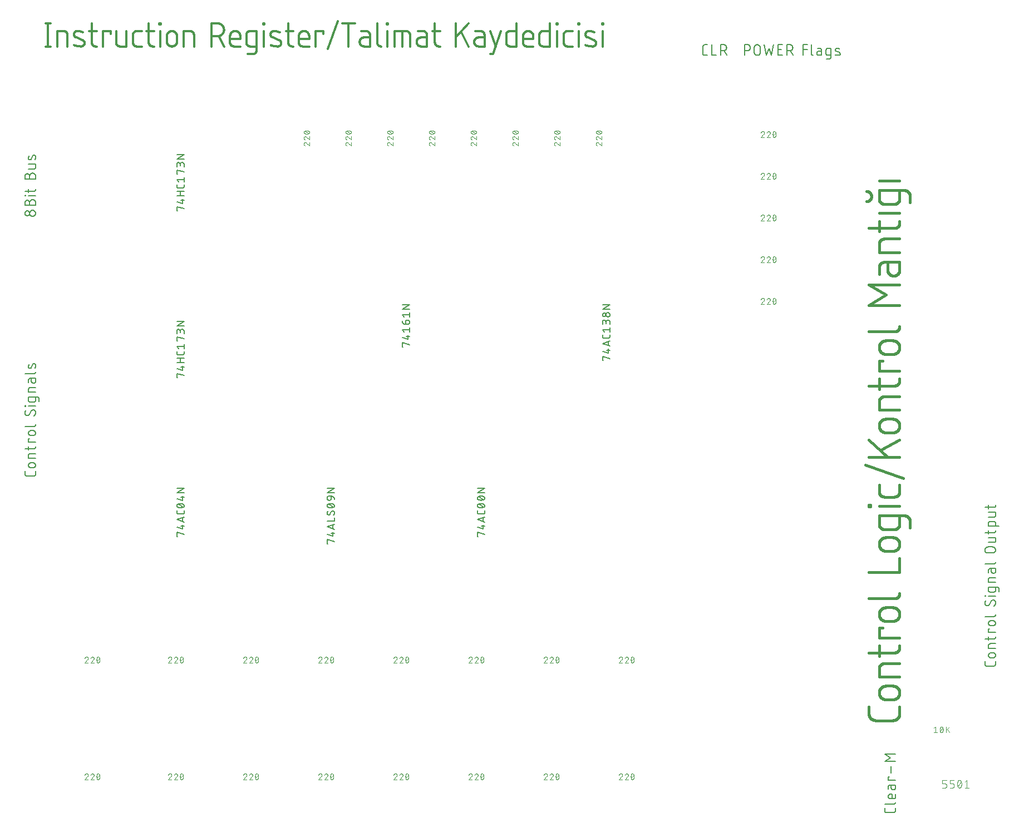
<source format=gbr>
G04 EAGLE Gerber RS-274X export*
G75*
%MOMM*%
%FSLAX34Y34*%
%LPD*%
%INSilkscreen Top*%
%IPPOS*%
%AMOC8*
5,1,8,0,0,1.08239X$1,22.5*%
G01*
%ADD10C,0.304800*%
%ADD11C,0.406400*%
%ADD12C,0.152400*%
%ADD13C,0.127000*%
%ADD14C,0.101600*%


D10*
X46059Y1240536D02*
X46059Y1205484D01*
X49953Y1205484D02*
X42164Y1205484D01*
X42164Y1240536D02*
X49953Y1240536D01*
X60177Y1228852D02*
X60177Y1205484D01*
X60177Y1228852D02*
X69913Y1228852D01*
X70063Y1228850D01*
X70214Y1228844D01*
X70364Y1228835D01*
X70514Y1228821D01*
X70663Y1228804D01*
X70812Y1228782D01*
X70960Y1228757D01*
X71108Y1228728D01*
X71255Y1228696D01*
X71401Y1228659D01*
X71546Y1228619D01*
X71690Y1228575D01*
X71832Y1228528D01*
X71974Y1228476D01*
X72114Y1228422D01*
X72252Y1228363D01*
X72390Y1228301D01*
X72525Y1228236D01*
X72659Y1228167D01*
X72790Y1228094D01*
X72920Y1228018D01*
X73048Y1227939D01*
X73174Y1227857D01*
X73298Y1227771D01*
X73419Y1227683D01*
X73539Y1227591D01*
X73655Y1227496D01*
X73770Y1227398D01*
X73881Y1227297D01*
X73990Y1227194D01*
X74097Y1227087D01*
X74200Y1226978D01*
X74301Y1226867D01*
X74399Y1226752D01*
X74494Y1226636D01*
X74586Y1226516D01*
X74674Y1226395D01*
X74760Y1226271D01*
X74842Y1226145D01*
X74921Y1226017D01*
X74997Y1225887D01*
X75070Y1225756D01*
X75139Y1225622D01*
X75204Y1225487D01*
X75266Y1225349D01*
X75325Y1225211D01*
X75379Y1225071D01*
X75431Y1224929D01*
X75478Y1224787D01*
X75522Y1224643D01*
X75562Y1224498D01*
X75599Y1224352D01*
X75631Y1224205D01*
X75660Y1224057D01*
X75685Y1223909D01*
X75707Y1223760D01*
X75724Y1223611D01*
X75738Y1223461D01*
X75747Y1223311D01*
X75753Y1223160D01*
X75755Y1223010D01*
X75755Y1205484D01*
X88815Y1219115D02*
X98552Y1215221D01*
X88816Y1219115D02*
X88685Y1219170D01*
X88556Y1219228D01*
X88429Y1219289D01*
X88303Y1219354D01*
X88179Y1219423D01*
X88057Y1219495D01*
X87938Y1219571D01*
X87820Y1219650D01*
X87705Y1219732D01*
X87592Y1219817D01*
X87481Y1219905D01*
X87373Y1219997D01*
X87268Y1220091D01*
X87165Y1220189D01*
X87065Y1220289D01*
X86968Y1220392D01*
X86874Y1220498D01*
X86783Y1220606D01*
X86695Y1220717D01*
X86610Y1220830D01*
X86528Y1220946D01*
X86450Y1221063D01*
X86375Y1221183D01*
X86303Y1221305D01*
X86235Y1221429D01*
X86170Y1221555D01*
X86109Y1221683D01*
X86051Y1221812D01*
X85997Y1221943D01*
X85947Y1222075D01*
X85900Y1222209D01*
X85857Y1222344D01*
X85818Y1222480D01*
X85783Y1222617D01*
X85752Y1222755D01*
X85725Y1222894D01*
X85701Y1223033D01*
X85681Y1223174D01*
X85666Y1223314D01*
X85654Y1223455D01*
X85646Y1223597D01*
X85642Y1223738D01*
X85643Y1223880D01*
X85647Y1224021D01*
X85655Y1224162D01*
X85667Y1224303D01*
X85683Y1224444D01*
X85703Y1224584D01*
X85727Y1224724D01*
X85754Y1224862D01*
X85786Y1225000D01*
X85822Y1225137D01*
X85861Y1225273D01*
X85904Y1225408D01*
X85951Y1225542D01*
X86001Y1225674D01*
X86056Y1225805D01*
X86114Y1225934D01*
X86175Y1226061D01*
X86240Y1226187D01*
X86309Y1226311D01*
X86381Y1226433D01*
X86456Y1226552D01*
X86535Y1226670D01*
X86617Y1226785D01*
X86702Y1226898D01*
X86791Y1227009D01*
X86882Y1227117D01*
X86976Y1227223D01*
X87074Y1227325D01*
X87174Y1227425D01*
X87277Y1227523D01*
X87382Y1227617D01*
X87491Y1227708D01*
X87601Y1227796D01*
X87714Y1227881D01*
X87830Y1227963D01*
X87948Y1228042D01*
X88067Y1228117D01*
X88189Y1228189D01*
X88313Y1228257D01*
X88439Y1228322D01*
X88567Y1228383D01*
X88696Y1228441D01*
X88827Y1228495D01*
X88959Y1228546D01*
X89093Y1228592D01*
X89227Y1228635D01*
X89363Y1228674D01*
X89501Y1228710D01*
X89639Y1228741D01*
X89777Y1228769D01*
X89917Y1228792D01*
X90057Y1228812D01*
X90198Y1228828D01*
X90339Y1228840D01*
X90480Y1228848D01*
X90622Y1228852D01*
X90763Y1228851D01*
X90763Y1228852D02*
X91294Y1228838D01*
X91825Y1228811D01*
X92356Y1228771D01*
X92885Y1228719D01*
X93413Y1228654D01*
X93939Y1228577D01*
X94463Y1228486D01*
X94984Y1228384D01*
X95503Y1228268D01*
X96020Y1228140D01*
X96532Y1228000D01*
X97042Y1227848D01*
X97547Y1227683D01*
X98049Y1227506D01*
X98546Y1227318D01*
X99038Y1227117D01*
X99526Y1226904D01*
X98552Y1215221D02*
X98683Y1215166D01*
X98812Y1215108D01*
X98939Y1215047D01*
X99065Y1214982D01*
X99189Y1214913D01*
X99310Y1214841D01*
X99430Y1214765D01*
X99548Y1214686D01*
X99663Y1214604D01*
X99776Y1214519D01*
X99887Y1214431D01*
X99995Y1214339D01*
X100100Y1214245D01*
X100203Y1214147D01*
X100303Y1214047D01*
X100400Y1213944D01*
X100494Y1213838D01*
X100585Y1213730D01*
X100673Y1213619D01*
X100758Y1213506D01*
X100840Y1213390D01*
X100918Y1213273D01*
X100993Y1213153D01*
X101065Y1213031D01*
X101133Y1212907D01*
X101198Y1212781D01*
X101259Y1212653D01*
X101317Y1212524D01*
X101371Y1212393D01*
X101421Y1212261D01*
X101468Y1212127D01*
X101511Y1211992D01*
X101550Y1211856D01*
X101585Y1211719D01*
X101616Y1211581D01*
X101643Y1211442D01*
X101667Y1211303D01*
X101687Y1211162D01*
X101702Y1211022D01*
X101714Y1210881D01*
X101722Y1210739D01*
X101726Y1210598D01*
X101725Y1210456D01*
X101721Y1210315D01*
X101713Y1210174D01*
X101701Y1210033D01*
X101685Y1209892D01*
X101665Y1209752D01*
X101641Y1209612D01*
X101614Y1209474D01*
X101582Y1209336D01*
X101546Y1209199D01*
X101507Y1209063D01*
X101464Y1208928D01*
X101417Y1208794D01*
X101367Y1208662D01*
X101312Y1208531D01*
X101254Y1208402D01*
X101193Y1208275D01*
X101128Y1208149D01*
X101059Y1208025D01*
X100987Y1207903D01*
X100912Y1207784D01*
X100833Y1207666D01*
X100751Y1207551D01*
X100666Y1207438D01*
X100577Y1207327D01*
X100486Y1207219D01*
X100392Y1207113D01*
X100294Y1207011D01*
X100194Y1206911D01*
X100091Y1206813D01*
X99986Y1206719D01*
X99878Y1206628D01*
X99767Y1206540D01*
X99654Y1206455D01*
X99538Y1206373D01*
X99420Y1206294D01*
X99301Y1206219D01*
X99179Y1206147D01*
X99055Y1206079D01*
X98929Y1206014D01*
X98801Y1205953D01*
X98672Y1205895D01*
X98541Y1205841D01*
X98409Y1205790D01*
X98275Y1205744D01*
X98141Y1205701D01*
X98005Y1205662D01*
X97867Y1205626D01*
X97729Y1205595D01*
X97591Y1205567D01*
X97451Y1205544D01*
X97311Y1205524D01*
X97170Y1205508D01*
X97029Y1205496D01*
X96888Y1205488D01*
X96746Y1205484D01*
X96605Y1205485D01*
X96604Y1205484D02*
X95824Y1205505D01*
X95043Y1205544D01*
X94264Y1205601D01*
X93487Y1205677D01*
X92712Y1205771D01*
X91939Y1205883D01*
X91169Y1206014D01*
X90402Y1206162D01*
X89639Y1206329D01*
X88880Y1206514D01*
X88125Y1206717D01*
X87376Y1206938D01*
X86632Y1207176D01*
X85894Y1207432D01*
X108839Y1228852D02*
X120523Y1228852D01*
X112734Y1240536D02*
X112734Y1211326D01*
X112736Y1211176D01*
X112742Y1211025D01*
X112751Y1210875D01*
X112765Y1210725D01*
X112782Y1210576D01*
X112804Y1210427D01*
X112829Y1210279D01*
X112858Y1210131D01*
X112890Y1209984D01*
X112927Y1209838D01*
X112967Y1209693D01*
X113011Y1209549D01*
X113058Y1209407D01*
X113110Y1209265D01*
X113164Y1209125D01*
X113223Y1208987D01*
X113285Y1208849D01*
X113350Y1208714D01*
X113419Y1208580D01*
X113492Y1208449D01*
X113568Y1208319D01*
X113647Y1208191D01*
X113729Y1208065D01*
X113815Y1207941D01*
X113903Y1207820D01*
X113995Y1207700D01*
X114090Y1207584D01*
X114188Y1207469D01*
X114289Y1207358D01*
X114392Y1207249D01*
X114499Y1207142D01*
X114608Y1207039D01*
X114719Y1206938D01*
X114834Y1206840D01*
X114950Y1206745D01*
X115070Y1206653D01*
X115191Y1206565D01*
X115315Y1206479D01*
X115441Y1206397D01*
X115569Y1206318D01*
X115699Y1206242D01*
X115830Y1206169D01*
X115964Y1206100D01*
X116099Y1206035D01*
X116237Y1205973D01*
X116375Y1205914D01*
X116515Y1205860D01*
X116657Y1205808D01*
X116799Y1205761D01*
X116943Y1205717D01*
X117088Y1205677D01*
X117234Y1205640D01*
X117381Y1205608D01*
X117529Y1205579D01*
X117677Y1205554D01*
X117826Y1205532D01*
X117975Y1205515D01*
X118125Y1205501D01*
X118275Y1205492D01*
X118426Y1205486D01*
X118576Y1205484D01*
X120523Y1205484D01*
X129675Y1205484D02*
X129675Y1228852D01*
X141359Y1228852D01*
X141359Y1224957D01*
X149712Y1228852D02*
X149712Y1211326D01*
X149714Y1211176D01*
X149720Y1211025D01*
X149729Y1210875D01*
X149743Y1210725D01*
X149760Y1210576D01*
X149782Y1210427D01*
X149807Y1210279D01*
X149836Y1210131D01*
X149868Y1209984D01*
X149905Y1209838D01*
X149945Y1209693D01*
X149989Y1209549D01*
X150036Y1209407D01*
X150088Y1209265D01*
X150142Y1209125D01*
X150201Y1208987D01*
X150263Y1208849D01*
X150328Y1208714D01*
X150397Y1208580D01*
X150470Y1208449D01*
X150546Y1208319D01*
X150625Y1208191D01*
X150707Y1208065D01*
X150793Y1207941D01*
X150881Y1207820D01*
X150973Y1207700D01*
X151068Y1207584D01*
X151166Y1207469D01*
X151267Y1207358D01*
X151370Y1207249D01*
X151477Y1207142D01*
X151586Y1207039D01*
X151697Y1206938D01*
X151812Y1206840D01*
X151928Y1206745D01*
X152048Y1206653D01*
X152169Y1206565D01*
X152293Y1206479D01*
X152419Y1206397D01*
X152547Y1206318D01*
X152677Y1206242D01*
X152808Y1206169D01*
X152942Y1206100D01*
X153077Y1206035D01*
X153215Y1205973D01*
X153353Y1205914D01*
X153493Y1205860D01*
X153635Y1205808D01*
X153777Y1205761D01*
X153921Y1205717D01*
X154066Y1205677D01*
X154212Y1205640D01*
X154359Y1205608D01*
X154507Y1205579D01*
X154655Y1205554D01*
X154804Y1205532D01*
X154953Y1205515D01*
X155103Y1205501D01*
X155253Y1205492D01*
X155404Y1205486D01*
X155554Y1205484D01*
X165290Y1205484D01*
X165290Y1228852D01*
X181263Y1205484D02*
X189052Y1205484D01*
X181263Y1205484D02*
X181113Y1205486D01*
X180962Y1205492D01*
X180812Y1205501D01*
X180662Y1205515D01*
X180513Y1205532D01*
X180364Y1205554D01*
X180216Y1205579D01*
X180068Y1205608D01*
X179921Y1205640D01*
X179775Y1205677D01*
X179630Y1205717D01*
X179486Y1205761D01*
X179344Y1205808D01*
X179202Y1205860D01*
X179062Y1205914D01*
X178924Y1205973D01*
X178786Y1206035D01*
X178651Y1206100D01*
X178517Y1206169D01*
X178386Y1206242D01*
X178256Y1206318D01*
X178128Y1206397D01*
X178002Y1206479D01*
X177878Y1206565D01*
X177757Y1206653D01*
X177637Y1206745D01*
X177521Y1206840D01*
X177406Y1206938D01*
X177295Y1207039D01*
X177186Y1207142D01*
X177079Y1207249D01*
X176976Y1207358D01*
X176875Y1207469D01*
X176777Y1207584D01*
X176682Y1207700D01*
X176590Y1207820D01*
X176502Y1207941D01*
X176416Y1208065D01*
X176334Y1208191D01*
X176255Y1208319D01*
X176179Y1208449D01*
X176106Y1208580D01*
X176037Y1208714D01*
X175972Y1208849D01*
X175910Y1208987D01*
X175851Y1209125D01*
X175797Y1209265D01*
X175745Y1209407D01*
X175698Y1209549D01*
X175654Y1209693D01*
X175614Y1209838D01*
X175577Y1209984D01*
X175545Y1210131D01*
X175516Y1210279D01*
X175491Y1210427D01*
X175469Y1210576D01*
X175452Y1210725D01*
X175438Y1210875D01*
X175429Y1211025D01*
X175423Y1211176D01*
X175421Y1211326D01*
X175421Y1223010D01*
X175423Y1223160D01*
X175429Y1223311D01*
X175438Y1223461D01*
X175452Y1223611D01*
X175469Y1223760D01*
X175491Y1223909D01*
X175516Y1224057D01*
X175545Y1224205D01*
X175577Y1224352D01*
X175614Y1224498D01*
X175654Y1224643D01*
X175698Y1224787D01*
X175745Y1224929D01*
X175797Y1225071D01*
X175851Y1225211D01*
X175910Y1225349D01*
X175972Y1225487D01*
X176037Y1225622D01*
X176106Y1225756D01*
X176179Y1225887D01*
X176255Y1226017D01*
X176334Y1226145D01*
X176416Y1226271D01*
X176502Y1226395D01*
X176590Y1226516D01*
X176682Y1226636D01*
X176777Y1226752D01*
X176875Y1226867D01*
X176976Y1226978D01*
X177079Y1227087D01*
X177186Y1227194D01*
X177295Y1227297D01*
X177406Y1227398D01*
X177521Y1227496D01*
X177637Y1227591D01*
X177757Y1227683D01*
X177878Y1227771D01*
X178002Y1227857D01*
X178128Y1227939D01*
X178256Y1228018D01*
X178386Y1228094D01*
X178517Y1228167D01*
X178651Y1228236D01*
X178786Y1228301D01*
X178924Y1228363D01*
X179062Y1228422D01*
X179202Y1228476D01*
X179344Y1228528D01*
X179486Y1228575D01*
X179630Y1228619D01*
X179775Y1228659D01*
X179921Y1228696D01*
X180068Y1228728D01*
X180216Y1228757D01*
X180364Y1228782D01*
X180513Y1228804D01*
X180662Y1228821D01*
X180812Y1228835D01*
X180962Y1228844D01*
X181113Y1228850D01*
X181263Y1228852D01*
X189052Y1228852D01*
X195516Y1228852D02*
X207200Y1228852D01*
X199411Y1240536D02*
X199411Y1211326D01*
X199413Y1211176D01*
X199419Y1211025D01*
X199428Y1210875D01*
X199442Y1210725D01*
X199459Y1210576D01*
X199481Y1210427D01*
X199506Y1210279D01*
X199535Y1210131D01*
X199567Y1209984D01*
X199604Y1209838D01*
X199644Y1209693D01*
X199688Y1209549D01*
X199735Y1209407D01*
X199787Y1209265D01*
X199841Y1209125D01*
X199900Y1208987D01*
X199962Y1208849D01*
X200027Y1208714D01*
X200096Y1208580D01*
X200169Y1208449D01*
X200245Y1208319D01*
X200324Y1208191D01*
X200406Y1208065D01*
X200492Y1207941D01*
X200580Y1207820D01*
X200672Y1207700D01*
X200767Y1207584D01*
X200865Y1207469D01*
X200966Y1207358D01*
X201069Y1207249D01*
X201176Y1207142D01*
X201285Y1207039D01*
X201396Y1206938D01*
X201511Y1206840D01*
X201627Y1206745D01*
X201747Y1206653D01*
X201868Y1206565D01*
X201992Y1206479D01*
X202118Y1206397D01*
X202246Y1206318D01*
X202376Y1206242D01*
X202507Y1206169D01*
X202641Y1206100D01*
X202776Y1206035D01*
X202914Y1205973D01*
X203052Y1205914D01*
X203192Y1205860D01*
X203334Y1205808D01*
X203476Y1205761D01*
X203620Y1205717D01*
X203765Y1205677D01*
X203911Y1205640D01*
X204058Y1205608D01*
X204206Y1205579D01*
X204354Y1205554D01*
X204503Y1205532D01*
X204652Y1205515D01*
X204802Y1205501D01*
X204952Y1205492D01*
X205103Y1205486D01*
X205253Y1205484D01*
X207200Y1205484D01*
X216556Y1205484D02*
X216556Y1228852D01*
X215582Y1238589D02*
X215582Y1240536D01*
X217530Y1240536D01*
X217530Y1238589D01*
X215582Y1238589D01*
X226864Y1221063D02*
X226864Y1213273D01*
X226864Y1221063D02*
X226866Y1221253D01*
X226873Y1221442D01*
X226885Y1221632D01*
X226901Y1221821D01*
X226922Y1222009D01*
X226947Y1222197D01*
X226977Y1222384D01*
X227011Y1222571D01*
X227050Y1222757D01*
X227094Y1222941D01*
X227142Y1223125D01*
X227194Y1223307D01*
X227251Y1223488D01*
X227312Y1223667D01*
X227378Y1223845D01*
X227448Y1224022D01*
X227522Y1224196D01*
X227600Y1224369D01*
X227683Y1224540D01*
X227770Y1224709D01*
X227861Y1224875D01*
X227955Y1225039D01*
X228054Y1225201D01*
X228157Y1225361D01*
X228264Y1225518D01*
X228374Y1225672D01*
X228488Y1225823D01*
X228606Y1225972D01*
X228727Y1226118D01*
X228852Y1226261D01*
X228980Y1226400D01*
X229112Y1226537D01*
X229247Y1226670D01*
X229385Y1226800D01*
X229526Y1226927D01*
X229671Y1227050D01*
X229818Y1227170D01*
X229968Y1227285D01*
X230121Y1227398D01*
X230277Y1227506D01*
X230435Y1227611D01*
X230595Y1227712D01*
X230759Y1227808D01*
X230924Y1227901D01*
X231092Y1227990D01*
X231261Y1228075D01*
X231433Y1228155D01*
X231607Y1228232D01*
X231782Y1228304D01*
X231959Y1228371D01*
X232138Y1228435D01*
X232318Y1228494D01*
X232500Y1228549D01*
X232683Y1228599D01*
X232867Y1228644D01*
X233052Y1228686D01*
X233238Y1228722D01*
X233425Y1228755D01*
X233613Y1228782D01*
X233801Y1228805D01*
X233990Y1228824D01*
X234179Y1228838D01*
X234369Y1228847D01*
X234558Y1228851D01*
X234748Y1228851D01*
X234937Y1228847D01*
X235127Y1228838D01*
X235316Y1228824D01*
X235505Y1228805D01*
X235693Y1228782D01*
X235881Y1228755D01*
X236068Y1228722D01*
X236254Y1228686D01*
X236439Y1228644D01*
X236623Y1228599D01*
X236806Y1228549D01*
X236988Y1228494D01*
X237168Y1228435D01*
X237347Y1228371D01*
X237524Y1228304D01*
X237699Y1228232D01*
X237873Y1228155D01*
X238045Y1228075D01*
X238214Y1227990D01*
X238382Y1227901D01*
X238548Y1227808D01*
X238711Y1227712D01*
X238871Y1227611D01*
X239029Y1227506D01*
X239185Y1227398D01*
X239338Y1227285D01*
X239488Y1227170D01*
X239635Y1227050D01*
X239780Y1226927D01*
X239921Y1226800D01*
X240059Y1226670D01*
X240194Y1226537D01*
X240326Y1226400D01*
X240454Y1226261D01*
X240579Y1226118D01*
X240700Y1225972D01*
X240818Y1225823D01*
X240932Y1225672D01*
X241042Y1225518D01*
X241149Y1225361D01*
X241252Y1225201D01*
X241351Y1225039D01*
X241445Y1224875D01*
X241536Y1224709D01*
X241623Y1224540D01*
X241706Y1224369D01*
X241784Y1224196D01*
X241858Y1224022D01*
X241928Y1223845D01*
X241994Y1223667D01*
X242055Y1223488D01*
X242112Y1223307D01*
X242164Y1223125D01*
X242212Y1222941D01*
X242256Y1222757D01*
X242295Y1222571D01*
X242329Y1222384D01*
X242359Y1222197D01*
X242384Y1222009D01*
X242405Y1221821D01*
X242421Y1221632D01*
X242433Y1221442D01*
X242440Y1221253D01*
X242442Y1221063D01*
X242443Y1221063D02*
X242443Y1213273D01*
X242442Y1213273D02*
X242440Y1213083D01*
X242433Y1212894D01*
X242421Y1212704D01*
X242405Y1212515D01*
X242384Y1212327D01*
X242359Y1212139D01*
X242329Y1211952D01*
X242295Y1211765D01*
X242256Y1211579D01*
X242212Y1211395D01*
X242164Y1211211D01*
X242112Y1211029D01*
X242055Y1210848D01*
X241994Y1210669D01*
X241928Y1210491D01*
X241858Y1210314D01*
X241784Y1210140D01*
X241706Y1209967D01*
X241623Y1209796D01*
X241536Y1209627D01*
X241445Y1209461D01*
X241351Y1209297D01*
X241252Y1209135D01*
X241149Y1208975D01*
X241042Y1208818D01*
X240932Y1208664D01*
X240818Y1208513D01*
X240700Y1208364D01*
X240579Y1208218D01*
X240454Y1208075D01*
X240326Y1207936D01*
X240194Y1207799D01*
X240059Y1207666D01*
X239921Y1207536D01*
X239780Y1207409D01*
X239635Y1207286D01*
X239488Y1207166D01*
X239338Y1207051D01*
X239185Y1206938D01*
X239029Y1206830D01*
X238871Y1206725D01*
X238711Y1206624D01*
X238548Y1206528D01*
X238382Y1206435D01*
X238214Y1206346D01*
X238045Y1206261D01*
X237873Y1206181D01*
X237699Y1206104D01*
X237524Y1206032D01*
X237347Y1205965D01*
X237168Y1205901D01*
X236988Y1205842D01*
X236806Y1205787D01*
X236623Y1205737D01*
X236439Y1205692D01*
X236254Y1205650D01*
X236068Y1205614D01*
X235881Y1205581D01*
X235693Y1205554D01*
X235505Y1205531D01*
X235316Y1205512D01*
X235127Y1205498D01*
X234937Y1205489D01*
X234748Y1205485D01*
X234558Y1205485D01*
X234369Y1205489D01*
X234179Y1205498D01*
X233990Y1205512D01*
X233801Y1205531D01*
X233613Y1205554D01*
X233425Y1205581D01*
X233238Y1205614D01*
X233052Y1205650D01*
X232867Y1205692D01*
X232683Y1205737D01*
X232500Y1205787D01*
X232318Y1205842D01*
X232138Y1205901D01*
X231959Y1205965D01*
X231782Y1206032D01*
X231607Y1206104D01*
X231433Y1206181D01*
X231261Y1206261D01*
X231092Y1206346D01*
X230924Y1206435D01*
X230759Y1206528D01*
X230595Y1206624D01*
X230435Y1206725D01*
X230277Y1206830D01*
X230121Y1206938D01*
X229968Y1207051D01*
X229818Y1207166D01*
X229671Y1207286D01*
X229526Y1207409D01*
X229385Y1207536D01*
X229247Y1207666D01*
X229112Y1207799D01*
X228980Y1207936D01*
X228852Y1208075D01*
X228727Y1208218D01*
X228606Y1208364D01*
X228488Y1208513D01*
X228374Y1208664D01*
X228264Y1208818D01*
X228157Y1208975D01*
X228054Y1209135D01*
X227955Y1209297D01*
X227861Y1209461D01*
X227770Y1209627D01*
X227683Y1209796D01*
X227600Y1209967D01*
X227522Y1210140D01*
X227448Y1210314D01*
X227378Y1210491D01*
X227312Y1210669D01*
X227251Y1210848D01*
X227194Y1211029D01*
X227142Y1211211D01*
X227094Y1211395D01*
X227050Y1211579D01*
X227011Y1211765D01*
X226977Y1211952D01*
X226947Y1212139D01*
X226922Y1212327D01*
X226901Y1212515D01*
X226885Y1212704D01*
X226873Y1212894D01*
X226866Y1213083D01*
X226864Y1213273D01*
X252582Y1205484D02*
X252582Y1228852D01*
X262318Y1228852D01*
X262468Y1228850D01*
X262619Y1228844D01*
X262769Y1228835D01*
X262919Y1228821D01*
X263068Y1228804D01*
X263217Y1228782D01*
X263365Y1228757D01*
X263513Y1228728D01*
X263660Y1228696D01*
X263806Y1228659D01*
X263951Y1228619D01*
X264095Y1228575D01*
X264237Y1228528D01*
X264379Y1228476D01*
X264519Y1228422D01*
X264657Y1228363D01*
X264795Y1228301D01*
X264930Y1228236D01*
X265064Y1228167D01*
X265195Y1228094D01*
X265325Y1228018D01*
X265453Y1227939D01*
X265579Y1227857D01*
X265703Y1227771D01*
X265824Y1227683D01*
X265944Y1227591D01*
X266060Y1227496D01*
X266175Y1227398D01*
X266286Y1227297D01*
X266395Y1227194D01*
X266502Y1227087D01*
X266605Y1226978D01*
X266706Y1226867D01*
X266804Y1226752D01*
X266899Y1226636D01*
X266991Y1226516D01*
X267079Y1226395D01*
X267165Y1226271D01*
X267247Y1226145D01*
X267326Y1226017D01*
X267402Y1225887D01*
X267475Y1225756D01*
X267544Y1225622D01*
X267609Y1225487D01*
X267671Y1225349D01*
X267730Y1225211D01*
X267784Y1225071D01*
X267836Y1224929D01*
X267883Y1224787D01*
X267927Y1224643D01*
X267967Y1224498D01*
X268004Y1224352D01*
X268036Y1224205D01*
X268065Y1224057D01*
X268090Y1223909D01*
X268112Y1223760D01*
X268129Y1223611D01*
X268143Y1223461D01*
X268152Y1223311D01*
X268158Y1223160D01*
X268160Y1223010D01*
X268160Y1205484D01*
X294419Y1205484D02*
X294419Y1240536D01*
X304156Y1240536D01*
X304393Y1240533D01*
X304630Y1240524D01*
X304867Y1240510D01*
X305103Y1240490D01*
X305339Y1240464D01*
X305574Y1240432D01*
X305808Y1240395D01*
X306041Y1240352D01*
X306273Y1240303D01*
X306504Y1240249D01*
X306733Y1240189D01*
X306961Y1240123D01*
X307187Y1240052D01*
X307412Y1239976D01*
X307634Y1239894D01*
X307855Y1239806D01*
X308073Y1239713D01*
X308289Y1239615D01*
X308502Y1239512D01*
X308713Y1239404D01*
X308921Y1239290D01*
X309127Y1239172D01*
X309329Y1239048D01*
X309529Y1238920D01*
X309725Y1238786D01*
X309918Y1238648D01*
X310107Y1238506D01*
X310293Y1238359D01*
X310475Y1238207D01*
X310654Y1238051D01*
X310828Y1237890D01*
X310999Y1237726D01*
X311166Y1237557D01*
X311328Y1237385D01*
X311486Y1237208D01*
X311640Y1237027D01*
X311790Y1236843D01*
X311935Y1236656D01*
X312075Y1236465D01*
X312211Y1236270D01*
X312341Y1236072D01*
X312467Y1235871D01*
X312588Y1235668D01*
X312705Y1235461D01*
X312816Y1235251D01*
X312921Y1235039D01*
X313022Y1234824D01*
X313117Y1234607D01*
X313207Y1234388D01*
X313292Y1234166D01*
X313371Y1233943D01*
X313445Y1233718D01*
X313514Y1233490D01*
X313576Y1233262D01*
X313634Y1233032D01*
X313685Y1232800D01*
X313731Y1232568D01*
X313771Y1232334D01*
X313806Y1232099D01*
X313835Y1231864D01*
X313858Y1231628D01*
X313875Y1231391D01*
X313887Y1231155D01*
X313892Y1230918D01*
X313892Y1230680D01*
X313887Y1230443D01*
X313875Y1230207D01*
X313858Y1229970D01*
X313835Y1229734D01*
X313806Y1229499D01*
X313771Y1229264D01*
X313731Y1229030D01*
X313685Y1228798D01*
X313634Y1228566D01*
X313576Y1228336D01*
X313514Y1228108D01*
X313445Y1227880D01*
X313371Y1227655D01*
X313292Y1227432D01*
X313207Y1227210D01*
X313117Y1226991D01*
X313022Y1226774D01*
X312921Y1226559D01*
X312816Y1226347D01*
X312705Y1226137D01*
X312588Y1225931D01*
X312467Y1225727D01*
X312341Y1225526D01*
X312211Y1225328D01*
X312075Y1225133D01*
X311935Y1224942D01*
X311790Y1224755D01*
X311640Y1224571D01*
X311486Y1224390D01*
X311328Y1224213D01*
X311166Y1224041D01*
X310999Y1223872D01*
X310828Y1223708D01*
X310654Y1223547D01*
X310475Y1223391D01*
X310293Y1223239D01*
X310107Y1223092D01*
X309918Y1222950D01*
X309725Y1222812D01*
X309529Y1222678D01*
X309329Y1222550D01*
X309127Y1222426D01*
X308921Y1222308D01*
X308713Y1222194D01*
X308502Y1222086D01*
X308289Y1221983D01*
X308073Y1221885D01*
X307855Y1221792D01*
X307634Y1221704D01*
X307412Y1221622D01*
X307187Y1221546D01*
X306961Y1221475D01*
X306733Y1221409D01*
X306504Y1221349D01*
X306273Y1221295D01*
X306041Y1221246D01*
X305808Y1221203D01*
X305574Y1221166D01*
X305339Y1221134D01*
X305103Y1221108D01*
X304867Y1221088D01*
X304630Y1221074D01*
X304393Y1221065D01*
X304156Y1221062D01*
X304156Y1221063D02*
X294419Y1221063D01*
X306103Y1221063D02*
X313892Y1205484D01*
X328909Y1205484D02*
X338645Y1205484D01*
X328909Y1205484D02*
X328759Y1205486D01*
X328608Y1205492D01*
X328458Y1205501D01*
X328308Y1205515D01*
X328159Y1205532D01*
X328010Y1205554D01*
X327862Y1205579D01*
X327714Y1205608D01*
X327567Y1205640D01*
X327421Y1205677D01*
X327276Y1205717D01*
X327132Y1205761D01*
X326990Y1205808D01*
X326848Y1205860D01*
X326708Y1205914D01*
X326570Y1205973D01*
X326432Y1206035D01*
X326297Y1206100D01*
X326163Y1206169D01*
X326032Y1206242D01*
X325902Y1206318D01*
X325774Y1206397D01*
X325648Y1206479D01*
X325524Y1206565D01*
X325403Y1206653D01*
X325283Y1206745D01*
X325167Y1206840D01*
X325052Y1206938D01*
X324941Y1207039D01*
X324832Y1207142D01*
X324725Y1207249D01*
X324622Y1207358D01*
X324521Y1207469D01*
X324423Y1207584D01*
X324328Y1207700D01*
X324236Y1207820D01*
X324148Y1207941D01*
X324062Y1208065D01*
X323980Y1208191D01*
X323901Y1208319D01*
X323825Y1208449D01*
X323752Y1208580D01*
X323683Y1208714D01*
X323618Y1208849D01*
X323556Y1208987D01*
X323497Y1209125D01*
X323443Y1209265D01*
X323391Y1209407D01*
X323344Y1209549D01*
X323300Y1209693D01*
X323260Y1209838D01*
X323223Y1209984D01*
X323191Y1210131D01*
X323162Y1210279D01*
X323137Y1210427D01*
X323115Y1210576D01*
X323098Y1210725D01*
X323084Y1210875D01*
X323075Y1211025D01*
X323069Y1211176D01*
X323067Y1211326D01*
X323067Y1221063D01*
X323069Y1221253D01*
X323076Y1221442D01*
X323088Y1221632D01*
X323104Y1221821D01*
X323125Y1222009D01*
X323150Y1222197D01*
X323180Y1222384D01*
X323214Y1222571D01*
X323253Y1222757D01*
X323297Y1222941D01*
X323345Y1223125D01*
X323397Y1223307D01*
X323454Y1223488D01*
X323515Y1223667D01*
X323581Y1223845D01*
X323651Y1224022D01*
X323725Y1224196D01*
X323803Y1224369D01*
X323886Y1224540D01*
X323973Y1224709D01*
X324064Y1224875D01*
X324158Y1225039D01*
X324257Y1225201D01*
X324360Y1225361D01*
X324467Y1225518D01*
X324577Y1225672D01*
X324691Y1225823D01*
X324809Y1225972D01*
X324930Y1226118D01*
X325055Y1226261D01*
X325183Y1226400D01*
X325315Y1226537D01*
X325450Y1226670D01*
X325588Y1226800D01*
X325729Y1226927D01*
X325874Y1227050D01*
X326021Y1227170D01*
X326171Y1227285D01*
X326324Y1227398D01*
X326480Y1227506D01*
X326638Y1227611D01*
X326798Y1227712D01*
X326962Y1227808D01*
X327127Y1227901D01*
X327295Y1227990D01*
X327464Y1228075D01*
X327636Y1228155D01*
X327810Y1228232D01*
X327985Y1228304D01*
X328162Y1228371D01*
X328341Y1228435D01*
X328521Y1228494D01*
X328703Y1228549D01*
X328886Y1228599D01*
X329070Y1228644D01*
X329255Y1228686D01*
X329441Y1228722D01*
X329628Y1228755D01*
X329816Y1228782D01*
X330004Y1228805D01*
X330193Y1228824D01*
X330382Y1228838D01*
X330572Y1228847D01*
X330761Y1228851D01*
X330951Y1228851D01*
X331140Y1228847D01*
X331330Y1228838D01*
X331519Y1228824D01*
X331708Y1228805D01*
X331896Y1228782D01*
X332084Y1228755D01*
X332271Y1228722D01*
X332457Y1228686D01*
X332642Y1228644D01*
X332826Y1228599D01*
X333009Y1228549D01*
X333191Y1228494D01*
X333371Y1228435D01*
X333550Y1228371D01*
X333727Y1228304D01*
X333902Y1228232D01*
X334076Y1228155D01*
X334248Y1228075D01*
X334417Y1227990D01*
X334585Y1227901D01*
X334751Y1227808D01*
X334914Y1227712D01*
X335074Y1227611D01*
X335232Y1227506D01*
X335388Y1227398D01*
X335541Y1227285D01*
X335691Y1227170D01*
X335838Y1227050D01*
X335983Y1226927D01*
X336124Y1226800D01*
X336262Y1226670D01*
X336397Y1226537D01*
X336529Y1226400D01*
X336657Y1226261D01*
X336782Y1226118D01*
X336903Y1225972D01*
X337021Y1225823D01*
X337135Y1225672D01*
X337245Y1225518D01*
X337352Y1225361D01*
X337455Y1225201D01*
X337554Y1225039D01*
X337648Y1224875D01*
X337739Y1224709D01*
X337826Y1224540D01*
X337909Y1224369D01*
X337987Y1224196D01*
X338061Y1224022D01*
X338131Y1223845D01*
X338197Y1223667D01*
X338258Y1223488D01*
X338315Y1223307D01*
X338367Y1223125D01*
X338415Y1222941D01*
X338459Y1222757D01*
X338498Y1222571D01*
X338532Y1222384D01*
X338562Y1222197D01*
X338587Y1222009D01*
X338608Y1221821D01*
X338624Y1221632D01*
X338636Y1221442D01*
X338643Y1221253D01*
X338645Y1221063D01*
X338645Y1217168D01*
X323067Y1217168D01*
X353698Y1205484D02*
X363434Y1205484D01*
X353698Y1205484D02*
X353548Y1205486D01*
X353397Y1205492D01*
X353247Y1205501D01*
X353097Y1205515D01*
X352948Y1205532D01*
X352799Y1205554D01*
X352651Y1205579D01*
X352503Y1205608D01*
X352356Y1205640D01*
X352210Y1205677D01*
X352065Y1205717D01*
X351921Y1205761D01*
X351779Y1205808D01*
X351637Y1205860D01*
X351497Y1205914D01*
X351359Y1205973D01*
X351221Y1206035D01*
X351086Y1206100D01*
X350952Y1206169D01*
X350821Y1206242D01*
X350691Y1206318D01*
X350563Y1206397D01*
X350437Y1206479D01*
X350313Y1206565D01*
X350192Y1206653D01*
X350072Y1206745D01*
X349956Y1206840D01*
X349841Y1206938D01*
X349730Y1207039D01*
X349621Y1207142D01*
X349514Y1207249D01*
X349411Y1207358D01*
X349310Y1207469D01*
X349212Y1207584D01*
X349117Y1207700D01*
X349025Y1207820D01*
X348937Y1207941D01*
X348851Y1208065D01*
X348769Y1208191D01*
X348690Y1208319D01*
X348614Y1208449D01*
X348541Y1208580D01*
X348472Y1208714D01*
X348407Y1208849D01*
X348345Y1208987D01*
X348286Y1209125D01*
X348232Y1209265D01*
X348180Y1209407D01*
X348133Y1209549D01*
X348089Y1209693D01*
X348049Y1209838D01*
X348012Y1209984D01*
X347980Y1210131D01*
X347951Y1210279D01*
X347926Y1210427D01*
X347904Y1210576D01*
X347887Y1210725D01*
X347873Y1210875D01*
X347864Y1211025D01*
X347858Y1211176D01*
X347856Y1211326D01*
X347856Y1223010D01*
X347858Y1223160D01*
X347864Y1223311D01*
X347873Y1223461D01*
X347887Y1223611D01*
X347904Y1223760D01*
X347926Y1223909D01*
X347951Y1224057D01*
X347980Y1224205D01*
X348012Y1224352D01*
X348049Y1224498D01*
X348089Y1224643D01*
X348133Y1224787D01*
X348180Y1224929D01*
X348232Y1225071D01*
X348286Y1225211D01*
X348345Y1225349D01*
X348407Y1225487D01*
X348472Y1225622D01*
X348541Y1225756D01*
X348614Y1225887D01*
X348690Y1226017D01*
X348769Y1226145D01*
X348851Y1226271D01*
X348937Y1226395D01*
X349025Y1226516D01*
X349117Y1226636D01*
X349212Y1226752D01*
X349310Y1226867D01*
X349411Y1226978D01*
X349514Y1227087D01*
X349621Y1227194D01*
X349730Y1227297D01*
X349841Y1227398D01*
X349956Y1227496D01*
X350072Y1227591D01*
X350192Y1227683D01*
X350313Y1227771D01*
X350437Y1227857D01*
X350563Y1227939D01*
X350691Y1228018D01*
X350821Y1228094D01*
X350952Y1228167D01*
X351086Y1228236D01*
X351221Y1228301D01*
X351359Y1228363D01*
X351497Y1228422D01*
X351637Y1228476D01*
X351779Y1228528D01*
X351921Y1228575D01*
X352065Y1228619D01*
X352210Y1228659D01*
X352356Y1228696D01*
X352503Y1228728D01*
X352651Y1228757D01*
X352799Y1228782D01*
X352948Y1228804D01*
X353097Y1228821D01*
X353247Y1228835D01*
X353397Y1228844D01*
X353548Y1228850D01*
X353698Y1228852D01*
X363434Y1228852D01*
X363434Y1199642D01*
X363432Y1199492D01*
X363426Y1199341D01*
X363417Y1199191D01*
X363403Y1199041D01*
X363386Y1198892D01*
X363364Y1198743D01*
X363339Y1198595D01*
X363310Y1198447D01*
X363278Y1198300D01*
X363241Y1198154D01*
X363201Y1198009D01*
X363157Y1197865D01*
X363110Y1197723D01*
X363058Y1197581D01*
X363004Y1197441D01*
X362945Y1197303D01*
X362883Y1197165D01*
X362818Y1197030D01*
X362749Y1196896D01*
X362676Y1196765D01*
X362600Y1196635D01*
X362521Y1196507D01*
X362439Y1196381D01*
X362353Y1196257D01*
X362265Y1196136D01*
X362173Y1196016D01*
X362078Y1195900D01*
X361980Y1195785D01*
X361879Y1195674D01*
X361776Y1195565D01*
X361669Y1195458D01*
X361560Y1195355D01*
X361449Y1195254D01*
X361334Y1195156D01*
X361218Y1195061D01*
X361098Y1194969D01*
X360977Y1194881D01*
X360853Y1194795D01*
X360727Y1194713D01*
X360599Y1194634D01*
X360469Y1194558D01*
X360338Y1194485D01*
X360204Y1194416D01*
X360069Y1194351D01*
X359931Y1194289D01*
X359793Y1194230D01*
X359653Y1194176D01*
X359511Y1194124D01*
X359369Y1194077D01*
X359225Y1194033D01*
X359080Y1193993D01*
X358934Y1193956D01*
X358787Y1193924D01*
X358639Y1193895D01*
X358491Y1193870D01*
X358342Y1193848D01*
X358193Y1193831D01*
X358043Y1193817D01*
X357893Y1193808D01*
X357742Y1193802D01*
X357592Y1193800D01*
X349803Y1193800D01*
X374671Y1205484D02*
X374671Y1228852D01*
X373697Y1238589D02*
X373697Y1240536D01*
X375645Y1240536D01*
X375645Y1238589D01*
X373697Y1238589D01*
X387900Y1219115D02*
X397637Y1215221D01*
X387900Y1219115D02*
X387769Y1219170D01*
X387640Y1219228D01*
X387513Y1219289D01*
X387387Y1219354D01*
X387263Y1219423D01*
X387141Y1219495D01*
X387022Y1219571D01*
X386904Y1219650D01*
X386789Y1219732D01*
X386676Y1219817D01*
X386565Y1219905D01*
X386457Y1219997D01*
X386352Y1220091D01*
X386249Y1220189D01*
X386149Y1220289D01*
X386052Y1220392D01*
X385958Y1220498D01*
X385867Y1220606D01*
X385779Y1220717D01*
X385694Y1220830D01*
X385612Y1220946D01*
X385534Y1221063D01*
X385459Y1221183D01*
X385387Y1221305D01*
X385319Y1221429D01*
X385254Y1221555D01*
X385193Y1221683D01*
X385135Y1221812D01*
X385081Y1221943D01*
X385031Y1222075D01*
X384984Y1222209D01*
X384941Y1222344D01*
X384902Y1222480D01*
X384867Y1222617D01*
X384836Y1222755D01*
X384809Y1222894D01*
X384785Y1223033D01*
X384765Y1223174D01*
X384750Y1223314D01*
X384738Y1223455D01*
X384730Y1223597D01*
X384726Y1223738D01*
X384727Y1223880D01*
X384731Y1224021D01*
X384739Y1224162D01*
X384751Y1224303D01*
X384767Y1224444D01*
X384787Y1224584D01*
X384811Y1224724D01*
X384838Y1224862D01*
X384870Y1225000D01*
X384906Y1225137D01*
X384945Y1225273D01*
X384988Y1225408D01*
X385035Y1225542D01*
X385085Y1225674D01*
X385140Y1225805D01*
X385198Y1225934D01*
X385259Y1226061D01*
X385324Y1226187D01*
X385393Y1226311D01*
X385465Y1226433D01*
X385540Y1226552D01*
X385619Y1226670D01*
X385701Y1226785D01*
X385786Y1226898D01*
X385875Y1227009D01*
X385966Y1227117D01*
X386060Y1227223D01*
X386158Y1227325D01*
X386258Y1227425D01*
X386361Y1227523D01*
X386466Y1227617D01*
X386575Y1227708D01*
X386685Y1227796D01*
X386798Y1227881D01*
X386914Y1227963D01*
X387032Y1228042D01*
X387151Y1228117D01*
X387273Y1228189D01*
X387397Y1228257D01*
X387523Y1228322D01*
X387651Y1228383D01*
X387780Y1228441D01*
X387911Y1228495D01*
X388043Y1228546D01*
X388177Y1228592D01*
X388311Y1228635D01*
X388447Y1228674D01*
X388585Y1228710D01*
X388723Y1228741D01*
X388861Y1228769D01*
X389001Y1228792D01*
X389141Y1228812D01*
X389282Y1228828D01*
X389423Y1228840D01*
X389564Y1228848D01*
X389706Y1228852D01*
X389847Y1228851D01*
X389847Y1228852D02*
X390378Y1228838D01*
X390909Y1228811D01*
X391440Y1228771D01*
X391969Y1228719D01*
X392497Y1228654D01*
X393023Y1228577D01*
X393547Y1228486D01*
X394068Y1228384D01*
X394587Y1228268D01*
X395104Y1228140D01*
X395616Y1228000D01*
X396126Y1227848D01*
X396631Y1227683D01*
X397133Y1227506D01*
X397630Y1227318D01*
X398122Y1227117D01*
X398610Y1226904D01*
X397636Y1215221D02*
X397767Y1215166D01*
X397896Y1215108D01*
X398023Y1215047D01*
X398149Y1214982D01*
X398273Y1214913D01*
X398394Y1214841D01*
X398514Y1214765D01*
X398632Y1214686D01*
X398747Y1214604D01*
X398860Y1214519D01*
X398971Y1214431D01*
X399079Y1214339D01*
X399184Y1214245D01*
X399287Y1214147D01*
X399387Y1214047D01*
X399484Y1213944D01*
X399578Y1213838D01*
X399669Y1213730D01*
X399757Y1213619D01*
X399842Y1213506D01*
X399924Y1213390D01*
X400002Y1213273D01*
X400077Y1213153D01*
X400149Y1213031D01*
X400217Y1212907D01*
X400282Y1212781D01*
X400343Y1212653D01*
X400401Y1212524D01*
X400455Y1212393D01*
X400505Y1212261D01*
X400552Y1212127D01*
X400595Y1211992D01*
X400634Y1211856D01*
X400669Y1211719D01*
X400700Y1211581D01*
X400727Y1211442D01*
X400751Y1211303D01*
X400771Y1211162D01*
X400786Y1211022D01*
X400798Y1210881D01*
X400806Y1210739D01*
X400810Y1210598D01*
X400809Y1210456D01*
X400805Y1210315D01*
X400797Y1210174D01*
X400785Y1210033D01*
X400769Y1209892D01*
X400749Y1209752D01*
X400725Y1209612D01*
X400698Y1209474D01*
X400666Y1209336D01*
X400630Y1209199D01*
X400591Y1209063D01*
X400548Y1208928D01*
X400501Y1208794D01*
X400451Y1208662D01*
X400396Y1208531D01*
X400338Y1208402D01*
X400277Y1208275D01*
X400212Y1208149D01*
X400143Y1208025D01*
X400071Y1207903D01*
X399996Y1207784D01*
X399917Y1207666D01*
X399835Y1207551D01*
X399750Y1207438D01*
X399661Y1207327D01*
X399570Y1207219D01*
X399476Y1207113D01*
X399378Y1207011D01*
X399278Y1206911D01*
X399175Y1206813D01*
X399070Y1206719D01*
X398962Y1206628D01*
X398851Y1206540D01*
X398738Y1206455D01*
X398622Y1206373D01*
X398504Y1206294D01*
X398385Y1206219D01*
X398263Y1206147D01*
X398139Y1206079D01*
X398013Y1206014D01*
X397885Y1205953D01*
X397756Y1205895D01*
X397625Y1205841D01*
X397493Y1205790D01*
X397359Y1205744D01*
X397225Y1205701D01*
X397089Y1205662D01*
X396951Y1205626D01*
X396813Y1205595D01*
X396675Y1205567D01*
X396535Y1205544D01*
X396395Y1205524D01*
X396254Y1205508D01*
X396113Y1205496D01*
X395972Y1205488D01*
X395830Y1205484D01*
X395689Y1205485D01*
X395689Y1205484D02*
X394909Y1205505D01*
X394128Y1205544D01*
X393349Y1205601D01*
X392572Y1205677D01*
X391797Y1205771D01*
X391024Y1205883D01*
X390254Y1206014D01*
X389487Y1206162D01*
X388724Y1206329D01*
X387965Y1206514D01*
X387210Y1206717D01*
X386461Y1206938D01*
X385717Y1207176D01*
X384979Y1207432D01*
X407924Y1228852D02*
X419608Y1228852D01*
X411818Y1240536D02*
X411818Y1211326D01*
X411820Y1211176D01*
X411826Y1211025D01*
X411835Y1210875D01*
X411849Y1210725D01*
X411866Y1210576D01*
X411888Y1210427D01*
X411913Y1210279D01*
X411942Y1210131D01*
X411974Y1209984D01*
X412011Y1209838D01*
X412051Y1209693D01*
X412095Y1209549D01*
X412142Y1209407D01*
X412194Y1209265D01*
X412248Y1209125D01*
X412307Y1208987D01*
X412369Y1208849D01*
X412434Y1208714D01*
X412503Y1208580D01*
X412576Y1208449D01*
X412652Y1208319D01*
X412731Y1208191D01*
X412813Y1208065D01*
X412899Y1207941D01*
X412987Y1207820D01*
X413079Y1207700D01*
X413174Y1207584D01*
X413272Y1207469D01*
X413373Y1207358D01*
X413476Y1207249D01*
X413583Y1207142D01*
X413692Y1207039D01*
X413803Y1206938D01*
X413918Y1206840D01*
X414034Y1206745D01*
X414154Y1206653D01*
X414275Y1206565D01*
X414399Y1206479D01*
X414525Y1206397D01*
X414653Y1206318D01*
X414783Y1206242D01*
X414914Y1206169D01*
X415048Y1206100D01*
X415183Y1206035D01*
X415321Y1205973D01*
X415459Y1205914D01*
X415599Y1205860D01*
X415741Y1205808D01*
X415883Y1205761D01*
X416027Y1205717D01*
X416172Y1205677D01*
X416318Y1205640D01*
X416465Y1205608D01*
X416613Y1205579D01*
X416761Y1205554D01*
X416910Y1205532D01*
X417059Y1205515D01*
X417209Y1205501D01*
X417359Y1205492D01*
X417510Y1205486D01*
X417660Y1205484D01*
X419608Y1205484D01*
X433683Y1205484D02*
X443420Y1205484D01*
X433683Y1205484D02*
X433533Y1205486D01*
X433382Y1205492D01*
X433232Y1205501D01*
X433082Y1205515D01*
X432933Y1205532D01*
X432784Y1205554D01*
X432636Y1205579D01*
X432488Y1205608D01*
X432341Y1205640D01*
X432195Y1205677D01*
X432050Y1205717D01*
X431906Y1205761D01*
X431764Y1205808D01*
X431622Y1205860D01*
X431482Y1205914D01*
X431344Y1205973D01*
X431206Y1206035D01*
X431071Y1206100D01*
X430937Y1206169D01*
X430806Y1206242D01*
X430676Y1206318D01*
X430548Y1206397D01*
X430422Y1206479D01*
X430298Y1206565D01*
X430177Y1206653D01*
X430057Y1206745D01*
X429941Y1206840D01*
X429826Y1206938D01*
X429715Y1207039D01*
X429606Y1207142D01*
X429499Y1207249D01*
X429396Y1207358D01*
X429295Y1207469D01*
X429197Y1207584D01*
X429102Y1207700D01*
X429010Y1207820D01*
X428922Y1207941D01*
X428836Y1208065D01*
X428754Y1208191D01*
X428675Y1208319D01*
X428599Y1208449D01*
X428526Y1208580D01*
X428457Y1208714D01*
X428392Y1208849D01*
X428330Y1208987D01*
X428271Y1209125D01*
X428217Y1209265D01*
X428165Y1209407D01*
X428118Y1209549D01*
X428074Y1209693D01*
X428034Y1209838D01*
X427997Y1209984D01*
X427965Y1210131D01*
X427936Y1210279D01*
X427911Y1210427D01*
X427889Y1210576D01*
X427872Y1210725D01*
X427858Y1210875D01*
X427849Y1211025D01*
X427843Y1211176D01*
X427841Y1211326D01*
X427841Y1221063D01*
X427842Y1221063D02*
X427844Y1221253D01*
X427851Y1221442D01*
X427863Y1221632D01*
X427879Y1221821D01*
X427900Y1222009D01*
X427925Y1222197D01*
X427955Y1222384D01*
X427989Y1222571D01*
X428028Y1222757D01*
X428072Y1222941D01*
X428120Y1223125D01*
X428172Y1223307D01*
X428229Y1223488D01*
X428290Y1223667D01*
X428356Y1223845D01*
X428426Y1224022D01*
X428500Y1224196D01*
X428578Y1224369D01*
X428661Y1224540D01*
X428748Y1224709D01*
X428839Y1224875D01*
X428933Y1225039D01*
X429032Y1225201D01*
X429135Y1225361D01*
X429242Y1225518D01*
X429352Y1225672D01*
X429466Y1225823D01*
X429584Y1225972D01*
X429705Y1226118D01*
X429830Y1226261D01*
X429958Y1226400D01*
X430090Y1226537D01*
X430225Y1226670D01*
X430363Y1226800D01*
X430504Y1226927D01*
X430649Y1227050D01*
X430796Y1227170D01*
X430946Y1227285D01*
X431099Y1227398D01*
X431255Y1227506D01*
X431413Y1227611D01*
X431573Y1227712D01*
X431737Y1227808D01*
X431902Y1227901D01*
X432070Y1227990D01*
X432239Y1228075D01*
X432411Y1228155D01*
X432585Y1228232D01*
X432760Y1228304D01*
X432937Y1228371D01*
X433116Y1228435D01*
X433296Y1228494D01*
X433478Y1228549D01*
X433661Y1228599D01*
X433845Y1228644D01*
X434030Y1228686D01*
X434216Y1228722D01*
X434403Y1228755D01*
X434591Y1228782D01*
X434779Y1228805D01*
X434968Y1228824D01*
X435157Y1228838D01*
X435347Y1228847D01*
X435536Y1228851D01*
X435726Y1228851D01*
X435915Y1228847D01*
X436105Y1228838D01*
X436294Y1228824D01*
X436483Y1228805D01*
X436671Y1228782D01*
X436859Y1228755D01*
X437046Y1228722D01*
X437232Y1228686D01*
X437417Y1228644D01*
X437601Y1228599D01*
X437784Y1228549D01*
X437966Y1228494D01*
X438146Y1228435D01*
X438325Y1228371D01*
X438502Y1228304D01*
X438677Y1228232D01*
X438851Y1228155D01*
X439023Y1228075D01*
X439192Y1227990D01*
X439360Y1227901D01*
X439526Y1227808D01*
X439689Y1227712D01*
X439849Y1227611D01*
X440007Y1227506D01*
X440163Y1227398D01*
X440316Y1227285D01*
X440466Y1227170D01*
X440613Y1227050D01*
X440758Y1226927D01*
X440899Y1226800D01*
X441037Y1226670D01*
X441172Y1226537D01*
X441304Y1226400D01*
X441432Y1226261D01*
X441557Y1226118D01*
X441678Y1225972D01*
X441796Y1225823D01*
X441910Y1225672D01*
X442020Y1225518D01*
X442127Y1225361D01*
X442230Y1225201D01*
X442329Y1225039D01*
X442423Y1224875D01*
X442514Y1224709D01*
X442601Y1224540D01*
X442684Y1224369D01*
X442762Y1224196D01*
X442836Y1224022D01*
X442906Y1223845D01*
X442972Y1223667D01*
X443033Y1223488D01*
X443090Y1223307D01*
X443142Y1223125D01*
X443190Y1222941D01*
X443234Y1222757D01*
X443273Y1222571D01*
X443307Y1222384D01*
X443337Y1222197D01*
X443362Y1222009D01*
X443383Y1221821D01*
X443399Y1221632D01*
X443411Y1221442D01*
X443418Y1221253D01*
X443420Y1221063D01*
X443420Y1217168D01*
X427841Y1217168D01*
X453525Y1205484D02*
X453525Y1228852D01*
X465209Y1228852D01*
X465209Y1224957D01*
X471656Y1201589D02*
X487235Y1244431D01*
X503258Y1240536D02*
X503258Y1205484D01*
X493522Y1240536D02*
X512995Y1240536D01*
X527074Y1219115D02*
X535837Y1219115D01*
X527074Y1219116D02*
X526908Y1219114D01*
X526742Y1219108D01*
X526576Y1219098D01*
X526411Y1219084D01*
X526246Y1219066D01*
X526082Y1219043D01*
X525918Y1219017D01*
X525754Y1218987D01*
X525592Y1218953D01*
X525430Y1218915D01*
X525270Y1218873D01*
X525110Y1218827D01*
X524952Y1218777D01*
X524795Y1218724D01*
X524639Y1218666D01*
X524485Y1218605D01*
X524332Y1218540D01*
X524181Y1218472D01*
X524031Y1218399D01*
X523884Y1218323D01*
X523738Y1218244D01*
X523594Y1218161D01*
X523453Y1218074D01*
X523313Y1217985D01*
X523176Y1217891D01*
X523041Y1217795D01*
X522908Y1217695D01*
X522778Y1217592D01*
X522651Y1217486D01*
X522526Y1217376D01*
X522403Y1217264D01*
X522284Y1217149D01*
X522167Y1217031D01*
X522053Y1216910D01*
X521943Y1216786D01*
X521835Y1216660D01*
X521730Y1216531D01*
X521629Y1216400D01*
X521531Y1216266D01*
X521436Y1216130D01*
X521344Y1215991D01*
X521256Y1215851D01*
X521171Y1215708D01*
X521090Y1215563D01*
X521012Y1215417D01*
X520938Y1215268D01*
X520868Y1215118D01*
X520801Y1214966D01*
X520738Y1214812D01*
X520679Y1214657D01*
X520623Y1214501D01*
X520571Y1214343D01*
X520524Y1214184D01*
X520480Y1214024D01*
X520440Y1213863D01*
X520404Y1213701D01*
X520371Y1213538D01*
X520343Y1213374D01*
X520319Y1213210D01*
X520299Y1213045D01*
X520283Y1212880D01*
X520271Y1212715D01*
X520263Y1212549D01*
X520259Y1212383D01*
X520259Y1212217D01*
X520263Y1212051D01*
X520271Y1211885D01*
X520283Y1211720D01*
X520299Y1211555D01*
X520319Y1211390D01*
X520343Y1211226D01*
X520371Y1211062D01*
X520404Y1210899D01*
X520440Y1210737D01*
X520480Y1210576D01*
X520524Y1210416D01*
X520571Y1210257D01*
X520623Y1210099D01*
X520679Y1209943D01*
X520738Y1209788D01*
X520801Y1209634D01*
X520868Y1209482D01*
X520938Y1209332D01*
X521012Y1209183D01*
X521090Y1209037D01*
X521171Y1208892D01*
X521256Y1208749D01*
X521344Y1208609D01*
X521436Y1208470D01*
X521531Y1208334D01*
X521629Y1208200D01*
X521730Y1208069D01*
X521835Y1207940D01*
X521943Y1207814D01*
X522053Y1207690D01*
X522167Y1207569D01*
X522284Y1207451D01*
X522403Y1207336D01*
X522526Y1207224D01*
X522651Y1207114D01*
X522778Y1207008D01*
X522908Y1206905D01*
X523041Y1206805D01*
X523176Y1206709D01*
X523313Y1206615D01*
X523453Y1206526D01*
X523594Y1206439D01*
X523738Y1206356D01*
X523884Y1206277D01*
X524031Y1206201D01*
X524181Y1206128D01*
X524332Y1206060D01*
X524485Y1205995D01*
X524639Y1205934D01*
X524795Y1205876D01*
X524952Y1205823D01*
X525110Y1205773D01*
X525270Y1205727D01*
X525430Y1205685D01*
X525592Y1205647D01*
X525754Y1205613D01*
X525918Y1205583D01*
X526082Y1205557D01*
X526246Y1205534D01*
X526411Y1205516D01*
X526576Y1205502D01*
X526742Y1205492D01*
X526908Y1205486D01*
X527074Y1205484D01*
X535837Y1205484D01*
X535837Y1223010D01*
X535835Y1223160D01*
X535829Y1223311D01*
X535820Y1223461D01*
X535806Y1223611D01*
X535789Y1223760D01*
X535767Y1223909D01*
X535742Y1224057D01*
X535713Y1224205D01*
X535681Y1224352D01*
X535644Y1224498D01*
X535604Y1224643D01*
X535560Y1224787D01*
X535513Y1224929D01*
X535461Y1225071D01*
X535407Y1225211D01*
X535348Y1225349D01*
X535286Y1225487D01*
X535221Y1225622D01*
X535152Y1225756D01*
X535079Y1225887D01*
X535003Y1226017D01*
X534924Y1226145D01*
X534842Y1226271D01*
X534756Y1226395D01*
X534668Y1226516D01*
X534576Y1226636D01*
X534481Y1226752D01*
X534383Y1226867D01*
X534282Y1226978D01*
X534179Y1227087D01*
X534072Y1227194D01*
X533963Y1227297D01*
X533852Y1227398D01*
X533737Y1227496D01*
X533621Y1227591D01*
X533501Y1227683D01*
X533380Y1227771D01*
X533256Y1227857D01*
X533130Y1227939D01*
X533002Y1228018D01*
X532872Y1228094D01*
X532741Y1228167D01*
X532607Y1228236D01*
X532472Y1228301D01*
X532334Y1228363D01*
X532196Y1228422D01*
X532056Y1228476D01*
X531914Y1228528D01*
X531772Y1228575D01*
X531628Y1228619D01*
X531483Y1228659D01*
X531337Y1228696D01*
X531190Y1228728D01*
X531042Y1228757D01*
X530894Y1228782D01*
X530745Y1228804D01*
X530596Y1228821D01*
X530446Y1228835D01*
X530296Y1228844D01*
X530145Y1228850D01*
X529995Y1228852D01*
X522205Y1228852D01*
X546989Y1240536D02*
X546989Y1211326D01*
X546991Y1211176D01*
X546997Y1211025D01*
X547006Y1210875D01*
X547020Y1210725D01*
X547037Y1210576D01*
X547059Y1210427D01*
X547084Y1210279D01*
X547113Y1210131D01*
X547145Y1209984D01*
X547182Y1209838D01*
X547222Y1209693D01*
X547266Y1209549D01*
X547313Y1209407D01*
X547365Y1209265D01*
X547419Y1209125D01*
X547478Y1208987D01*
X547540Y1208849D01*
X547605Y1208714D01*
X547674Y1208580D01*
X547747Y1208449D01*
X547823Y1208319D01*
X547902Y1208191D01*
X547984Y1208065D01*
X548070Y1207941D01*
X548158Y1207820D01*
X548250Y1207700D01*
X548345Y1207584D01*
X548443Y1207469D01*
X548544Y1207358D01*
X548647Y1207249D01*
X548754Y1207142D01*
X548863Y1207039D01*
X548974Y1206938D01*
X549089Y1206840D01*
X549205Y1206745D01*
X549325Y1206653D01*
X549446Y1206565D01*
X549570Y1206479D01*
X549696Y1206397D01*
X549824Y1206318D01*
X549954Y1206242D01*
X550085Y1206169D01*
X550219Y1206100D01*
X550354Y1206035D01*
X550492Y1205973D01*
X550630Y1205914D01*
X550770Y1205860D01*
X550912Y1205808D01*
X551054Y1205761D01*
X551198Y1205717D01*
X551343Y1205677D01*
X551489Y1205640D01*
X551636Y1205608D01*
X551784Y1205579D01*
X551932Y1205554D01*
X552081Y1205532D01*
X552230Y1205515D01*
X552380Y1205501D01*
X552530Y1205492D01*
X552681Y1205486D01*
X552831Y1205484D01*
X562313Y1205484D02*
X562313Y1228852D01*
X561340Y1238589D02*
X561340Y1240536D01*
X563287Y1240536D01*
X563287Y1238589D01*
X561340Y1238589D01*
X573489Y1228852D02*
X573489Y1205484D01*
X573489Y1228852D02*
X591015Y1228852D01*
X591165Y1228850D01*
X591316Y1228844D01*
X591466Y1228835D01*
X591616Y1228821D01*
X591765Y1228804D01*
X591914Y1228782D01*
X592062Y1228757D01*
X592210Y1228728D01*
X592357Y1228696D01*
X592503Y1228659D01*
X592648Y1228619D01*
X592792Y1228575D01*
X592934Y1228528D01*
X593076Y1228476D01*
X593216Y1228422D01*
X593354Y1228363D01*
X593492Y1228301D01*
X593627Y1228236D01*
X593761Y1228167D01*
X593892Y1228094D01*
X594022Y1228018D01*
X594150Y1227939D01*
X594276Y1227857D01*
X594400Y1227771D01*
X594521Y1227683D01*
X594641Y1227591D01*
X594757Y1227496D01*
X594872Y1227398D01*
X594983Y1227297D01*
X595092Y1227194D01*
X595199Y1227087D01*
X595302Y1226978D01*
X595403Y1226867D01*
X595501Y1226752D01*
X595596Y1226636D01*
X595688Y1226516D01*
X595776Y1226395D01*
X595862Y1226271D01*
X595944Y1226145D01*
X596023Y1226017D01*
X596099Y1225887D01*
X596172Y1225756D01*
X596241Y1225622D01*
X596306Y1225487D01*
X596368Y1225349D01*
X596427Y1225211D01*
X596481Y1225071D01*
X596533Y1224929D01*
X596580Y1224787D01*
X596624Y1224643D01*
X596664Y1224498D01*
X596701Y1224352D01*
X596733Y1224205D01*
X596762Y1224057D01*
X596787Y1223909D01*
X596809Y1223760D01*
X596826Y1223611D01*
X596840Y1223461D01*
X596849Y1223311D01*
X596855Y1223160D01*
X596857Y1223010D01*
X596857Y1205484D01*
X585173Y1205484D02*
X585173Y1228852D01*
X613751Y1219115D02*
X622514Y1219115D01*
X613751Y1219116D02*
X613585Y1219114D01*
X613419Y1219108D01*
X613253Y1219098D01*
X613088Y1219084D01*
X612923Y1219066D01*
X612759Y1219043D01*
X612595Y1219017D01*
X612431Y1218987D01*
X612269Y1218953D01*
X612107Y1218915D01*
X611947Y1218873D01*
X611787Y1218827D01*
X611629Y1218777D01*
X611472Y1218724D01*
X611316Y1218666D01*
X611162Y1218605D01*
X611009Y1218540D01*
X610858Y1218472D01*
X610708Y1218399D01*
X610561Y1218323D01*
X610415Y1218244D01*
X610271Y1218161D01*
X610130Y1218074D01*
X609990Y1217985D01*
X609853Y1217891D01*
X609718Y1217795D01*
X609585Y1217695D01*
X609455Y1217592D01*
X609328Y1217486D01*
X609203Y1217376D01*
X609080Y1217264D01*
X608961Y1217149D01*
X608844Y1217031D01*
X608730Y1216910D01*
X608620Y1216786D01*
X608512Y1216660D01*
X608407Y1216531D01*
X608306Y1216400D01*
X608208Y1216266D01*
X608113Y1216130D01*
X608021Y1215991D01*
X607933Y1215851D01*
X607848Y1215708D01*
X607767Y1215563D01*
X607689Y1215417D01*
X607615Y1215268D01*
X607545Y1215118D01*
X607478Y1214966D01*
X607415Y1214812D01*
X607356Y1214657D01*
X607300Y1214501D01*
X607248Y1214343D01*
X607201Y1214184D01*
X607157Y1214024D01*
X607117Y1213863D01*
X607081Y1213701D01*
X607048Y1213538D01*
X607020Y1213374D01*
X606996Y1213210D01*
X606976Y1213045D01*
X606960Y1212880D01*
X606948Y1212715D01*
X606940Y1212549D01*
X606936Y1212383D01*
X606936Y1212217D01*
X606940Y1212051D01*
X606948Y1211885D01*
X606960Y1211720D01*
X606976Y1211555D01*
X606996Y1211390D01*
X607020Y1211226D01*
X607048Y1211062D01*
X607081Y1210899D01*
X607117Y1210737D01*
X607157Y1210576D01*
X607201Y1210416D01*
X607248Y1210257D01*
X607300Y1210099D01*
X607356Y1209943D01*
X607415Y1209788D01*
X607478Y1209634D01*
X607545Y1209482D01*
X607615Y1209332D01*
X607689Y1209183D01*
X607767Y1209037D01*
X607848Y1208892D01*
X607933Y1208749D01*
X608021Y1208609D01*
X608113Y1208470D01*
X608208Y1208334D01*
X608306Y1208200D01*
X608407Y1208069D01*
X608512Y1207940D01*
X608620Y1207814D01*
X608730Y1207690D01*
X608844Y1207569D01*
X608961Y1207451D01*
X609080Y1207336D01*
X609203Y1207224D01*
X609328Y1207114D01*
X609455Y1207008D01*
X609585Y1206905D01*
X609718Y1206805D01*
X609853Y1206709D01*
X609990Y1206615D01*
X610130Y1206526D01*
X610271Y1206439D01*
X610415Y1206356D01*
X610561Y1206277D01*
X610708Y1206201D01*
X610858Y1206128D01*
X611009Y1206060D01*
X611162Y1205995D01*
X611316Y1205934D01*
X611472Y1205876D01*
X611629Y1205823D01*
X611787Y1205773D01*
X611947Y1205727D01*
X612107Y1205685D01*
X612269Y1205647D01*
X612431Y1205613D01*
X612595Y1205583D01*
X612759Y1205557D01*
X612923Y1205534D01*
X613088Y1205516D01*
X613253Y1205502D01*
X613419Y1205492D01*
X613585Y1205486D01*
X613751Y1205484D01*
X622514Y1205484D01*
X622514Y1223010D01*
X622512Y1223160D01*
X622506Y1223311D01*
X622497Y1223461D01*
X622483Y1223611D01*
X622466Y1223760D01*
X622444Y1223909D01*
X622419Y1224057D01*
X622390Y1224205D01*
X622358Y1224352D01*
X622321Y1224498D01*
X622281Y1224643D01*
X622237Y1224787D01*
X622190Y1224929D01*
X622138Y1225071D01*
X622084Y1225211D01*
X622025Y1225349D01*
X621963Y1225487D01*
X621898Y1225622D01*
X621829Y1225756D01*
X621756Y1225887D01*
X621680Y1226017D01*
X621601Y1226145D01*
X621519Y1226271D01*
X621433Y1226395D01*
X621345Y1226516D01*
X621253Y1226636D01*
X621158Y1226752D01*
X621060Y1226867D01*
X620959Y1226978D01*
X620856Y1227087D01*
X620749Y1227194D01*
X620640Y1227297D01*
X620529Y1227398D01*
X620414Y1227496D01*
X620298Y1227591D01*
X620178Y1227683D01*
X620057Y1227771D01*
X619933Y1227857D01*
X619807Y1227939D01*
X619679Y1228018D01*
X619549Y1228094D01*
X619418Y1228167D01*
X619284Y1228236D01*
X619149Y1228301D01*
X619011Y1228363D01*
X618873Y1228422D01*
X618733Y1228476D01*
X618591Y1228528D01*
X618449Y1228575D01*
X618305Y1228619D01*
X618160Y1228659D01*
X618014Y1228696D01*
X617867Y1228728D01*
X617719Y1228757D01*
X617571Y1228782D01*
X617422Y1228804D01*
X617273Y1228821D01*
X617123Y1228835D01*
X616973Y1228844D01*
X616822Y1228850D01*
X616672Y1228852D01*
X608883Y1228852D01*
X630808Y1228852D02*
X642492Y1228852D01*
X634703Y1240536D02*
X634703Y1211326D01*
X634705Y1211176D01*
X634711Y1211025D01*
X634720Y1210875D01*
X634734Y1210725D01*
X634751Y1210576D01*
X634773Y1210427D01*
X634798Y1210279D01*
X634827Y1210131D01*
X634859Y1209984D01*
X634896Y1209838D01*
X634936Y1209693D01*
X634980Y1209549D01*
X635027Y1209407D01*
X635079Y1209265D01*
X635133Y1209125D01*
X635192Y1208987D01*
X635254Y1208849D01*
X635319Y1208714D01*
X635388Y1208580D01*
X635461Y1208449D01*
X635537Y1208319D01*
X635616Y1208191D01*
X635698Y1208065D01*
X635784Y1207941D01*
X635872Y1207820D01*
X635964Y1207700D01*
X636059Y1207584D01*
X636157Y1207469D01*
X636258Y1207358D01*
X636361Y1207249D01*
X636468Y1207142D01*
X636577Y1207039D01*
X636688Y1206938D01*
X636803Y1206840D01*
X636919Y1206745D01*
X637039Y1206653D01*
X637160Y1206565D01*
X637284Y1206479D01*
X637410Y1206397D01*
X637538Y1206318D01*
X637668Y1206242D01*
X637799Y1206169D01*
X637933Y1206100D01*
X638068Y1206035D01*
X638206Y1205973D01*
X638344Y1205914D01*
X638484Y1205860D01*
X638626Y1205808D01*
X638768Y1205761D01*
X638912Y1205717D01*
X639057Y1205677D01*
X639203Y1205640D01*
X639350Y1205608D01*
X639498Y1205579D01*
X639646Y1205554D01*
X639795Y1205532D01*
X639944Y1205515D01*
X640094Y1205501D01*
X640244Y1205492D01*
X640395Y1205486D01*
X640545Y1205484D01*
X642492Y1205484D01*
X666806Y1205484D02*
X666806Y1240536D01*
X686279Y1240536D02*
X666806Y1219115D01*
X674595Y1226905D02*
X686279Y1205484D01*
X701381Y1219115D02*
X710144Y1219115D01*
X701381Y1219116D02*
X701215Y1219114D01*
X701049Y1219108D01*
X700883Y1219098D01*
X700718Y1219084D01*
X700553Y1219066D01*
X700389Y1219043D01*
X700225Y1219017D01*
X700061Y1218987D01*
X699899Y1218953D01*
X699737Y1218915D01*
X699577Y1218873D01*
X699417Y1218827D01*
X699259Y1218777D01*
X699102Y1218724D01*
X698946Y1218666D01*
X698792Y1218605D01*
X698639Y1218540D01*
X698488Y1218472D01*
X698338Y1218399D01*
X698191Y1218323D01*
X698045Y1218244D01*
X697901Y1218161D01*
X697760Y1218074D01*
X697620Y1217985D01*
X697483Y1217891D01*
X697348Y1217795D01*
X697215Y1217695D01*
X697085Y1217592D01*
X696958Y1217486D01*
X696833Y1217376D01*
X696710Y1217264D01*
X696591Y1217149D01*
X696474Y1217031D01*
X696360Y1216910D01*
X696250Y1216786D01*
X696142Y1216660D01*
X696037Y1216531D01*
X695936Y1216400D01*
X695838Y1216266D01*
X695743Y1216130D01*
X695651Y1215991D01*
X695563Y1215851D01*
X695478Y1215708D01*
X695397Y1215563D01*
X695319Y1215417D01*
X695245Y1215268D01*
X695175Y1215118D01*
X695108Y1214966D01*
X695045Y1214812D01*
X694986Y1214657D01*
X694930Y1214501D01*
X694878Y1214343D01*
X694831Y1214184D01*
X694787Y1214024D01*
X694747Y1213863D01*
X694711Y1213701D01*
X694678Y1213538D01*
X694650Y1213374D01*
X694626Y1213210D01*
X694606Y1213045D01*
X694590Y1212880D01*
X694578Y1212715D01*
X694570Y1212549D01*
X694566Y1212383D01*
X694566Y1212217D01*
X694570Y1212051D01*
X694578Y1211885D01*
X694590Y1211720D01*
X694606Y1211555D01*
X694626Y1211390D01*
X694650Y1211226D01*
X694678Y1211062D01*
X694711Y1210899D01*
X694747Y1210737D01*
X694787Y1210576D01*
X694831Y1210416D01*
X694878Y1210257D01*
X694930Y1210099D01*
X694986Y1209943D01*
X695045Y1209788D01*
X695108Y1209634D01*
X695175Y1209482D01*
X695245Y1209332D01*
X695319Y1209183D01*
X695397Y1209037D01*
X695478Y1208892D01*
X695563Y1208749D01*
X695651Y1208609D01*
X695743Y1208470D01*
X695838Y1208334D01*
X695936Y1208200D01*
X696037Y1208069D01*
X696142Y1207940D01*
X696250Y1207814D01*
X696360Y1207690D01*
X696474Y1207569D01*
X696591Y1207451D01*
X696710Y1207336D01*
X696833Y1207224D01*
X696958Y1207114D01*
X697085Y1207008D01*
X697215Y1206905D01*
X697348Y1206805D01*
X697483Y1206709D01*
X697620Y1206615D01*
X697760Y1206526D01*
X697901Y1206439D01*
X698045Y1206356D01*
X698191Y1206277D01*
X698338Y1206201D01*
X698488Y1206128D01*
X698639Y1206060D01*
X698792Y1205995D01*
X698946Y1205934D01*
X699102Y1205876D01*
X699259Y1205823D01*
X699417Y1205773D01*
X699577Y1205727D01*
X699737Y1205685D01*
X699899Y1205647D01*
X700061Y1205613D01*
X700225Y1205583D01*
X700389Y1205557D01*
X700553Y1205534D01*
X700718Y1205516D01*
X700883Y1205502D01*
X701049Y1205492D01*
X701215Y1205486D01*
X701381Y1205484D01*
X710144Y1205484D01*
X710144Y1223010D01*
X710142Y1223160D01*
X710136Y1223311D01*
X710127Y1223461D01*
X710113Y1223611D01*
X710096Y1223760D01*
X710074Y1223909D01*
X710049Y1224057D01*
X710020Y1224205D01*
X709988Y1224352D01*
X709951Y1224498D01*
X709911Y1224643D01*
X709867Y1224787D01*
X709820Y1224929D01*
X709768Y1225071D01*
X709714Y1225211D01*
X709655Y1225349D01*
X709593Y1225487D01*
X709528Y1225622D01*
X709459Y1225756D01*
X709386Y1225887D01*
X709310Y1226017D01*
X709231Y1226145D01*
X709149Y1226271D01*
X709063Y1226395D01*
X708975Y1226516D01*
X708883Y1226636D01*
X708788Y1226752D01*
X708690Y1226867D01*
X708589Y1226978D01*
X708486Y1227087D01*
X708379Y1227194D01*
X708270Y1227297D01*
X708159Y1227398D01*
X708044Y1227496D01*
X707928Y1227591D01*
X707808Y1227683D01*
X707687Y1227771D01*
X707563Y1227857D01*
X707437Y1227939D01*
X707309Y1228018D01*
X707179Y1228094D01*
X707048Y1228167D01*
X706914Y1228236D01*
X706779Y1228301D01*
X706641Y1228363D01*
X706503Y1228422D01*
X706363Y1228476D01*
X706221Y1228528D01*
X706079Y1228575D01*
X705935Y1228619D01*
X705790Y1228659D01*
X705644Y1228696D01*
X705497Y1228728D01*
X705349Y1228757D01*
X705201Y1228782D01*
X705052Y1228804D01*
X704903Y1228821D01*
X704753Y1228835D01*
X704603Y1228844D01*
X704452Y1228850D01*
X704302Y1228852D01*
X696513Y1228852D01*
X719306Y1193800D02*
X723201Y1193800D01*
X734885Y1228852D01*
X719306Y1228852D02*
X727096Y1205484D01*
X758722Y1205484D02*
X758722Y1240536D01*
X758722Y1205484D02*
X748985Y1205484D01*
X748835Y1205486D01*
X748684Y1205492D01*
X748534Y1205501D01*
X748384Y1205515D01*
X748235Y1205532D01*
X748086Y1205554D01*
X747938Y1205579D01*
X747790Y1205608D01*
X747643Y1205640D01*
X747497Y1205677D01*
X747352Y1205717D01*
X747208Y1205761D01*
X747066Y1205808D01*
X746924Y1205860D01*
X746784Y1205914D01*
X746646Y1205973D01*
X746508Y1206035D01*
X746373Y1206100D01*
X746239Y1206169D01*
X746108Y1206242D01*
X745978Y1206318D01*
X745850Y1206397D01*
X745724Y1206479D01*
X745600Y1206565D01*
X745479Y1206653D01*
X745359Y1206745D01*
X745243Y1206840D01*
X745128Y1206938D01*
X745017Y1207039D01*
X744908Y1207142D01*
X744801Y1207249D01*
X744698Y1207358D01*
X744597Y1207469D01*
X744499Y1207584D01*
X744404Y1207700D01*
X744312Y1207820D01*
X744224Y1207941D01*
X744138Y1208065D01*
X744056Y1208191D01*
X743977Y1208319D01*
X743901Y1208449D01*
X743828Y1208580D01*
X743759Y1208714D01*
X743694Y1208849D01*
X743632Y1208987D01*
X743573Y1209125D01*
X743519Y1209265D01*
X743467Y1209407D01*
X743420Y1209549D01*
X743376Y1209693D01*
X743336Y1209838D01*
X743299Y1209984D01*
X743267Y1210131D01*
X743238Y1210279D01*
X743213Y1210427D01*
X743191Y1210576D01*
X743174Y1210725D01*
X743160Y1210875D01*
X743151Y1211025D01*
X743145Y1211176D01*
X743143Y1211326D01*
X743143Y1223010D01*
X743145Y1223160D01*
X743151Y1223311D01*
X743160Y1223461D01*
X743174Y1223611D01*
X743191Y1223760D01*
X743213Y1223909D01*
X743238Y1224057D01*
X743267Y1224205D01*
X743299Y1224352D01*
X743336Y1224498D01*
X743376Y1224643D01*
X743420Y1224787D01*
X743467Y1224929D01*
X743519Y1225071D01*
X743573Y1225211D01*
X743632Y1225349D01*
X743694Y1225487D01*
X743759Y1225622D01*
X743828Y1225756D01*
X743901Y1225887D01*
X743977Y1226017D01*
X744056Y1226145D01*
X744138Y1226271D01*
X744224Y1226395D01*
X744312Y1226516D01*
X744404Y1226636D01*
X744499Y1226752D01*
X744597Y1226867D01*
X744698Y1226978D01*
X744801Y1227087D01*
X744908Y1227194D01*
X745017Y1227297D01*
X745128Y1227398D01*
X745243Y1227496D01*
X745359Y1227591D01*
X745479Y1227683D01*
X745600Y1227771D01*
X745724Y1227857D01*
X745850Y1227939D01*
X745978Y1228018D01*
X746108Y1228094D01*
X746239Y1228167D01*
X746373Y1228236D01*
X746508Y1228301D01*
X746646Y1228363D01*
X746784Y1228422D01*
X746924Y1228476D01*
X747066Y1228528D01*
X747208Y1228575D01*
X747352Y1228619D01*
X747497Y1228659D01*
X747643Y1228696D01*
X747790Y1228728D01*
X747938Y1228757D01*
X748086Y1228782D01*
X748235Y1228804D01*
X748384Y1228821D01*
X748534Y1228835D01*
X748684Y1228844D01*
X748835Y1228850D01*
X748985Y1228852D01*
X758722Y1228852D01*
X774678Y1205484D02*
X784415Y1205484D01*
X774678Y1205484D02*
X774528Y1205486D01*
X774377Y1205492D01*
X774227Y1205501D01*
X774077Y1205515D01*
X773928Y1205532D01*
X773779Y1205554D01*
X773631Y1205579D01*
X773483Y1205608D01*
X773336Y1205640D01*
X773190Y1205677D01*
X773045Y1205717D01*
X772901Y1205761D01*
X772759Y1205808D01*
X772617Y1205860D01*
X772477Y1205914D01*
X772339Y1205973D01*
X772201Y1206035D01*
X772066Y1206100D01*
X771932Y1206169D01*
X771801Y1206242D01*
X771671Y1206318D01*
X771543Y1206397D01*
X771417Y1206479D01*
X771293Y1206565D01*
X771172Y1206653D01*
X771052Y1206745D01*
X770936Y1206840D01*
X770821Y1206938D01*
X770710Y1207039D01*
X770601Y1207142D01*
X770494Y1207249D01*
X770391Y1207358D01*
X770290Y1207469D01*
X770192Y1207584D01*
X770097Y1207700D01*
X770005Y1207820D01*
X769917Y1207941D01*
X769831Y1208065D01*
X769749Y1208191D01*
X769670Y1208319D01*
X769594Y1208449D01*
X769521Y1208580D01*
X769452Y1208714D01*
X769387Y1208849D01*
X769325Y1208987D01*
X769266Y1209125D01*
X769212Y1209265D01*
X769160Y1209407D01*
X769113Y1209549D01*
X769069Y1209693D01*
X769029Y1209838D01*
X768992Y1209984D01*
X768960Y1210131D01*
X768931Y1210279D01*
X768906Y1210427D01*
X768884Y1210576D01*
X768867Y1210725D01*
X768853Y1210875D01*
X768844Y1211025D01*
X768838Y1211176D01*
X768836Y1211326D01*
X768836Y1221063D01*
X768838Y1221253D01*
X768845Y1221442D01*
X768857Y1221632D01*
X768873Y1221821D01*
X768894Y1222009D01*
X768919Y1222197D01*
X768949Y1222384D01*
X768983Y1222571D01*
X769022Y1222757D01*
X769066Y1222941D01*
X769114Y1223125D01*
X769166Y1223307D01*
X769223Y1223488D01*
X769284Y1223667D01*
X769350Y1223845D01*
X769420Y1224022D01*
X769494Y1224196D01*
X769572Y1224369D01*
X769655Y1224540D01*
X769742Y1224709D01*
X769833Y1224875D01*
X769927Y1225039D01*
X770026Y1225201D01*
X770129Y1225361D01*
X770236Y1225518D01*
X770346Y1225672D01*
X770460Y1225823D01*
X770578Y1225972D01*
X770699Y1226118D01*
X770824Y1226261D01*
X770952Y1226400D01*
X771084Y1226537D01*
X771219Y1226670D01*
X771357Y1226800D01*
X771498Y1226927D01*
X771643Y1227050D01*
X771790Y1227170D01*
X771940Y1227285D01*
X772093Y1227398D01*
X772249Y1227506D01*
X772407Y1227611D01*
X772567Y1227712D01*
X772731Y1227808D01*
X772896Y1227901D01*
X773064Y1227990D01*
X773233Y1228075D01*
X773405Y1228155D01*
X773579Y1228232D01*
X773754Y1228304D01*
X773931Y1228371D01*
X774110Y1228435D01*
X774290Y1228494D01*
X774472Y1228549D01*
X774655Y1228599D01*
X774839Y1228644D01*
X775024Y1228686D01*
X775210Y1228722D01*
X775397Y1228755D01*
X775585Y1228782D01*
X775773Y1228805D01*
X775962Y1228824D01*
X776151Y1228838D01*
X776341Y1228847D01*
X776530Y1228851D01*
X776720Y1228851D01*
X776909Y1228847D01*
X777099Y1228838D01*
X777288Y1228824D01*
X777477Y1228805D01*
X777665Y1228782D01*
X777853Y1228755D01*
X778040Y1228722D01*
X778226Y1228686D01*
X778411Y1228644D01*
X778595Y1228599D01*
X778778Y1228549D01*
X778960Y1228494D01*
X779140Y1228435D01*
X779319Y1228371D01*
X779496Y1228304D01*
X779671Y1228232D01*
X779845Y1228155D01*
X780017Y1228075D01*
X780186Y1227990D01*
X780354Y1227901D01*
X780520Y1227808D01*
X780683Y1227712D01*
X780843Y1227611D01*
X781001Y1227506D01*
X781157Y1227398D01*
X781310Y1227285D01*
X781460Y1227170D01*
X781607Y1227050D01*
X781752Y1226927D01*
X781893Y1226800D01*
X782031Y1226670D01*
X782166Y1226537D01*
X782298Y1226400D01*
X782426Y1226261D01*
X782551Y1226118D01*
X782672Y1225972D01*
X782790Y1225823D01*
X782904Y1225672D01*
X783014Y1225518D01*
X783121Y1225361D01*
X783224Y1225201D01*
X783323Y1225039D01*
X783417Y1224875D01*
X783508Y1224709D01*
X783595Y1224540D01*
X783678Y1224369D01*
X783756Y1224196D01*
X783830Y1224022D01*
X783900Y1223845D01*
X783966Y1223667D01*
X784027Y1223488D01*
X784084Y1223307D01*
X784136Y1223125D01*
X784184Y1222941D01*
X784228Y1222757D01*
X784267Y1222571D01*
X784301Y1222384D01*
X784331Y1222197D01*
X784356Y1222009D01*
X784377Y1221821D01*
X784393Y1221632D01*
X784405Y1221442D01*
X784412Y1221253D01*
X784414Y1221063D01*
X784415Y1221063D02*
X784415Y1217168D01*
X768836Y1217168D01*
X809204Y1205484D02*
X809204Y1240536D01*
X809204Y1205484D02*
X799467Y1205484D01*
X799317Y1205486D01*
X799166Y1205492D01*
X799016Y1205501D01*
X798866Y1205515D01*
X798717Y1205532D01*
X798568Y1205554D01*
X798420Y1205579D01*
X798272Y1205608D01*
X798125Y1205640D01*
X797979Y1205677D01*
X797834Y1205717D01*
X797690Y1205761D01*
X797548Y1205808D01*
X797406Y1205860D01*
X797266Y1205914D01*
X797128Y1205973D01*
X796990Y1206035D01*
X796855Y1206100D01*
X796721Y1206169D01*
X796590Y1206242D01*
X796460Y1206318D01*
X796332Y1206397D01*
X796206Y1206479D01*
X796082Y1206565D01*
X795961Y1206653D01*
X795841Y1206745D01*
X795725Y1206840D01*
X795610Y1206938D01*
X795499Y1207039D01*
X795390Y1207142D01*
X795283Y1207249D01*
X795180Y1207358D01*
X795079Y1207469D01*
X794981Y1207584D01*
X794886Y1207700D01*
X794794Y1207820D01*
X794706Y1207941D01*
X794620Y1208065D01*
X794538Y1208191D01*
X794459Y1208319D01*
X794383Y1208449D01*
X794310Y1208580D01*
X794241Y1208714D01*
X794176Y1208849D01*
X794114Y1208987D01*
X794055Y1209125D01*
X794001Y1209265D01*
X793949Y1209407D01*
X793902Y1209549D01*
X793858Y1209693D01*
X793818Y1209838D01*
X793781Y1209984D01*
X793749Y1210131D01*
X793720Y1210279D01*
X793695Y1210427D01*
X793673Y1210576D01*
X793656Y1210725D01*
X793642Y1210875D01*
X793633Y1211025D01*
X793627Y1211176D01*
X793625Y1211326D01*
X793625Y1223010D01*
X793627Y1223160D01*
X793633Y1223311D01*
X793642Y1223461D01*
X793656Y1223611D01*
X793673Y1223760D01*
X793695Y1223909D01*
X793720Y1224057D01*
X793749Y1224205D01*
X793781Y1224352D01*
X793818Y1224498D01*
X793858Y1224643D01*
X793902Y1224787D01*
X793949Y1224929D01*
X794001Y1225071D01*
X794055Y1225211D01*
X794114Y1225349D01*
X794176Y1225487D01*
X794241Y1225622D01*
X794310Y1225756D01*
X794383Y1225887D01*
X794459Y1226017D01*
X794538Y1226145D01*
X794620Y1226271D01*
X794706Y1226395D01*
X794794Y1226516D01*
X794886Y1226636D01*
X794981Y1226752D01*
X795079Y1226867D01*
X795180Y1226978D01*
X795283Y1227087D01*
X795390Y1227194D01*
X795499Y1227297D01*
X795610Y1227398D01*
X795725Y1227496D01*
X795841Y1227591D01*
X795961Y1227683D01*
X796082Y1227771D01*
X796206Y1227857D01*
X796332Y1227939D01*
X796460Y1228018D01*
X796590Y1228094D01*
X796721Y1228167D01*
X796855Y1228236D01*
X796990Y1228301D01*
X797128Y1228363D01*
X797266Y1228422D01*
X797406Y1228476D01*
X797548Y1228528D01*
X797690Y1228575D01*
X797834Y1228619D01*
X797979Y1228659D01*
X798125Y1228696D01*
X798272Y1228728D01*
X798420Y1228757D01*
X798568Y1228782D01*
X798717Y1228804D01*
X798866Y1228821D01*
X799016Y1228835D01*
X799166Y1228844D01*
X799317Y1228850D01*
X799467Y1228852D01*
X809204Y1228852D01*
X820440Y1228852D02*
X820440Y1205484D01*
X819467Y1238589D02*
X819467Y1240536D01*
X821414Y1240536D01*
X821414Y1238589D01*
X819467Y1238589D01*
X836582Y1205484D02*
X844371Y1205484D01*
X836582Y1205484D02*
X836432Y1205486D01*
X836281Y1205492D01*
X836131Y1205501D01*
X835981Y1205515D01*
X835832Y1205532D01*
X835683Y1205554D01*
X835535Y1205579D01*
X835387Y1205608D01*
X835240Y1205640D01*
X835094Y1205677D01*
X834949Y1205717D01*
X834805Y1205761D01*
X834663Y1205808D01*
X834521Y1205860D01*
X834381Y1205914D01*
X834243Y1205973D01*
X834105Y1206035D01*
X833970Y1206100D01*
X833836Y1206169D01*
X833705Y1206242D01*
X833575Y1206318D01*
X833447Y1206397D01*
X833321Y1206479D01*
X833197Y1206565D01*
X833076Y1206653D01*
X832956Y1206745D01*
X832840Y1206840D01*
X832725Y1206938D01*
X832614Y1207039D01*
X832505Y1207142D01*
X832398Y1207249D01*
X832295Y1207358D01*
X832194Y1207469D01*
X832096Y1207584D01*
X832001Y1207700D01*
X831909Y1207820D01*
X831821Y1207941D01*
X831735Y1208065D01*
X831653Y1208191D01*
X831574Y1208319D01*
X831498Y1208449D01*
X831425Y1208580D01*
X831356Y1208714D01*
X831291Y1208849D01*
X831229Y1208987D01*
X831170Y1209125D01*
X831116Y1209265D01*
X831064Y1209407D01*
X831017Y1209549D01*
X830973Y1209693D01*
X830933Y1209838D01*
X830896Y1209984D01*
X830864Y1210131D01*
X830835Y1210279D01*
X830810Y1210427D01*
X830788Y1210576D01*
X830771Y1210725D01*
X830757Y1210875D01*
X830748Y1211025D01*
X830742Y1211176D01*
X830740Y1211326D01*
X830740Y1223010D01*
X830742Y1223160D01*
X830748Y1223311D01*
X830757Y1223461D01*
X830771Y1223611D01*
X830788Y1223760D01*
X830810Y1223909D01*
X830835Y1224057D01*
X830864Y1224205D01*
X830896Y1224352D01*
X830933Y1224498D01*
X830973Y1224643D01*
X831017Y1224787D01*
X831064Y1224929D01*
X831116Y1225071D01*
X831170Y1225211D01*
X831229Y1225349D01*
X831291Y1225487D01*
X831356Y1225622D01*
X831425Y1225756D01*
X831498Y1225887D01*
X831574Y1226017D01*
X831653Y1226145D01*
X831735Y1226271D01*
X831821Y1226395D01*
X831909Y1226516D01*
X832001Y1226636D01*
X832096Y1226752D01*
X832194Y1226867D01*
X832295Y1226978D01*
X832398Y1227087D01*
X832505Y1227194D01*
X832614Y1227297D01*
X832725Y1227398D01*
X832840Y1227496D01*
X832956Y1227591D01*
X833076Y1227683D01*
X833197Y1227771D01*
X833321Y1227857D01*
X833447Y1227939D01*
X833575Y1228018D01*
X833705Y1228094D01*
X833836Y1228167D01*
X833970Y1228236D01*
X834105Y1228301D01*
X834243Y1228363D01*
X834381Y1228422D01*
X834521Y1228476D01*
X834663Y1228528D01*
X834805Y1228575D01*
X834949Y1228619D01*
X835094Y1228659D01*
X835240Y1228696D01*
X835387Y1228728D01*
X835535Y1228757D01*
X835683Y1228782D01*
X835832Y1228804D01*
X835981Y1228821D01*
X836131Y1228835D01*
X836281Y1228844D01*
X836432Y1228850D01*
X836582Y1228852D01*
X844371Y1228852D01*
X853778Y1228852D02*
X853778Y1205484D01*
X852804Y1238589D02*
X852804Y1240536D01*
X854752Y1240536D01*
X854752Y1238589D01*
X852804Y1238589D01*
X867007Y1219115D02*
X876744Y1215221D01*
X867007Y1219115D02*
X866876Y1219170D01*
X866747Y1219228D01*
X866620Y1219289D01*
X866494Y1219354D01*
X866370Y1219423D01*
X866248Y1219495D01*
X866129Y1219571D01*
X866011Y1219650D01*
X865896Y1219732D01*
X865783Y1219817D01*
X865672Y1219905D01*
X865564Y1219997D01*
X865459Y1220091D01*
X865356Y1220189D01*
X865256Y1220289D01*
X865159Y1220392D01*
X865065Y1220498D01*
X864974Y1220606D01*
X864886Y1220717D01*
X864801Y1220830D01*
X864719Y1220946D01*
X864641Y1221063D01*
X864566Y1221183D01*
X864494Y1221305D01*
X864426Y1221429D01*
X864361Y1221555D01*
X864300Y1221683D01*
X864242Y1221812D01*
X864188Y1221943D01*
X864138Y1222075D01*
X864091Y1222209D01*
X864048Y1222344D01*
X864009Y1222480D01*
X863974Y1222617D01*
X863943Y1222755D01*
X863916Y1222894D01*
X863892Y1223033D01*
X863872Y1223174D01*
X863857Y1223314D01*
X863845Y1223455D01*
X863837Y1223597D01*
X863833Y1223738D01*
X863834Y1223880D01*
X863838Y1224021D01*
X863846Y1224162D01*
X863858Y1224303D01*
X863874Y1224444D01*
X863894Y1224584D01*
X863918Y1224724D01*
X863945Y1224862D01*
X863977Y1225000D01*
X864013Y1225137D01*
X864052Y1225273D01*
X864095Y1225408D01*
X864142Y1225542D01*
X864192Y1225674D01*
X864247Y1225805D01*
X864305Y1225934D01*
X864366Y1226061D01*
X864431Y1226187D01*
X864500Y1226311D01*
X864572Y1226433D01*
X864647Y1226552D01*
X864726Y1226670D01*
X864808Y1226785D01*
X864893Y1226898D01*
X864982Y1227009D01*
X865073Y1227117D01*
X865167Y1227223D01*
X865265Y1227325D01*
X865365Y1227425D01*
X865468Y1227523D01*
X865573Y1227617D01*
X865682Y1227708D01*
X865792Y1227796D01*
X865905Y1227881D01*
X866021Y1227963D01*
X866139Y1228042D01*
X866258Y1228117D01*
X866380Y1228189D01*
X866504Y1228257D01*
X866630Y1228322D01*
X866758Y1228383D01*
X866887Y1228441D01*
X867018Y1228495D01*
X867150Y1228546D01*
X867284Y1228592D01*
X867418Y1228635D01*
X867554Y1228674D01*
X867692Y1228710D01*
X867830Y1228741D01*
X867968Y1228769D01*
X868108Y1228792D01*
X868248Y1228812D01*
X868389Y1228828D01*
X868530Y1228840D01*
X868671Y1228848D01*
X868813Y1228852D01*
X868954Y1228851D01*
X868955Y1228852D02*
X869486Y1228838D01*
X870017Y1228811D01*
X870548Y1228771D01*
X871077Y1228719D01*
X871605Y1228654D01*
X872131Y1228577D01*
X872655Y1228486D01*
X873176Y1228384D01*
X873695Y1228268D01*
X874212Y1228140D01*
X874724Y1228000D01*
X875234Y1227848D01*
X875739Y1227683D01*
X876241Y1227506D01*
X876738Y1227318D01*
X877230Y1227117D01*
X877718Y1226904D01*
X876744Y1215221D02*
X876875Y1215166D01*
X877004Y1215108D01*
X877131Y1215047D01*
X877257Y1214982D01*
X877381Y1214913D01*
X877502Y1214841D01*
X877622Y1214765D01*
X877740Y1214686D01*
X877855Y1214604D01*
X877968Y1214519D01*
X878079Y1214431D01*
X878187Y1214339D01*
X878292Y1214245D01*
X878395Y1214147D01*
X878495Y1214047D01*
X878592Y1213944D01*
X878686Y1213838D01*
X878777Y1213730D01*
X878865Y1213619D01*
X878950Y1213506D01*
X879032Y1213390D01*
X879110Y1213273D01*
X879185Y1213153D01*
X879257Y1213031D01*
X879325Y1212907D01*
X879390Y1212781D01*
X879451Y1212653D01*
X879509Y1212524D01*
X879563Y1212393D01*
X879613Y1212261D01*
X879660Y1212127D01*
X879703Y1211992D01*
X879742Y1211856D01*
X879777Y1211719D01*
X879808Y1211581D01*
X879835Y1211442D01*
X879859Y1211303D01*
X879879Y1211162D01*
X879894Y1211022D01*
X879906Y1210881D01*
X879914Y1210739D01*
X879918Y1210598D01*
X879917Y1210456D01*
X879913Y1210315D01*
X879905Y1210174D01*
X879893Y1210033D01*
X879877Y1209892D01*
X879857Y1209752D01*
X879833Y1209612D01*
X879806Y1209474D01*
X879774Y1209336D01*
X879738Y1209199D01*
X879699Y1209063D01*
X879656Y1208928D01*
X879609Y1208794D01*
X879559Y1208662D01*
X879504Y1208531D01*
X879446Y1208402D01*
X879385Y1208275D01*
X879320Y1208149D01*
X879251Y1208025D01*
X879179Y1207903D01*
X879104Y1207784D01*
X879025Y1207666D01*
X878943Y1207551D01*
X878858Y1207438D01*
X878769Y1207327D01*
X878678Y1207219D01*
X878584Y1207113D01*
X878486Y1207011D01*
X878386Y1206911D01*
X878283Y1206813D01*
X878178Y1206719D01*
X878070Y1206628D01*
X877959Y1206540D01*
X877846Y1206455D01*
X877730Y1206373D01*
X877612Y1206294D01*
X877493Y1206219D01*
X877371Y1206147D01*
X877247Y1206079D01*
X877121Y1206014D01*
X876993Y1205953D01*
X876864Y1205895D01*
X876733Y1205841D01*
X876601Y1205790D01*
X876467Y1205744D01*
X876333Y1205701D01*
X876197Y1205662D01*
X876059Y1205626D01*
X875921Y1205595D01*
X875783Y1205567D01*
X875643Y1205544D01*
X875503Y1205524D01*
X875362Y1205508D01*
X875221Y1205496D01*
X875080Y1205488D01*
X874938Y1205484D01*
X874797Y1205485D01*
X874796Y1205484D02*
X874016Y1205505D01*
X873235Y1205544D01*
X872456Y1205601D01*
X871679Y1205677D01*
X870904Y1205771D01*
X870131Y1205883D01*
X869361Y1206014D01*
X868594Y1206162D01*
X867831Y1206329D01*
X867072Y1206514D01*
X866317Y1206717D01*
X865568Y1206938D01*
X864824Y1207176D01*
X864086Y1207432D01*
X889973Y1205484D02*
X889973Y1228852D01*
X888999Y1238589D02*
X888999Y1240536D01*
X890947Y1240536D01*
X890947Y1238589D01*
X888999Y1238589D01*
D11*
X1341628Y200079D02*
X1341628Y189693D01*
X1341625Y189442D01*
X1341616Y189191D01*
X1341601Y188941D01*
X1341580Y188691D01*
X1341552Y188441D01*
X1341519Y188192D01*
X1341480Y187944D01*
X1341435Y187698D01*
X1341383Y187452D01*
X1341326Y187207D01*
X1341263Y186965D01*
X1341194Y186723D01*
X1341120Y186484D01*
X1341039Y186246D01*
X1340953Y186010D01*
X1340861Y185776D01*
X1340764Y185545D01*
X1340661Y185316D01*
X1340552Y185090D01*
X1340438Y184866D01*
X1340319Y184646D01*
X1340194Y184428D01*
X1340065Y184213D01*
X1339930Y184001D01*
X1339790Y183793D01*
X1339644Y183588D01*
X1339494Y183387D01*
X1339340Y183189D01*
X1339180Y182996D01*
X1339016Y182806D01*
X1338847Y182620D01*
X1338674Y182438D01*
X1338497Y182261D01*
X1338315Y182088D01*
X1338129Y181919D01*
X1337939Y181755D01*
X1337746Y181595D01*
X1337548Y181441D01*
X1337347Y181291D01*
X1337142Y181145D01*
X1336934Y181005D01*
X1336722Y180870D01*
X1336507Y180741D01*
X1336289Y180616D01*
X1336069Y180497D01*
X1335845Y180383D01*
X1335619Y180274D01*
X1335390Y180171D01*
X1335159Y180074D01*
X1334925Y179982D01*
X1334689Y179896D01*
X1334451Y179815D01*
X1334212Y179741D01*
X1333970Y179672D01*
X1333728Y179609D01*
X1333483Y179552D01*
X1333237Y179500D01*
X1332991Y179455D01*
X1332743Y179416D01*
X1332494Y179383D01*
X1332244Y179355D01*
X1331994Y179334D01*
X1331744Y179319D01*
X1331493Y179310D01*
X1331242Y179307D01*
X1331242Y179308D02*
X1305278Y179308D01*
X1305278Y179307D02*
X1305023Y179310D01*
X1304768Y179320D01*
X1304514Y179335D01*
X1304260Y179357D01*
X1304007Y179385D01*
X1303754Y179419D01*
X1303502Y179460D01*
X1303252Y179507D01*
X1303002Y179559D01*
X1302754Y179618D01*
X1302508Y179683D01*
X1302263Y179754D01*
X1302020Y179831D01*
X1301779Y179914D01*
X1301540Y180003D01*
X1301303Y180098D01*
X1301069Y180198D01*
X1300837Y180304D01*
X1300608Y180416D01*
X1300382Y180533D01*
X1300159Y180656D01*
X1299939Y180785D01*
X1299722Y180918D01*
X1299508Y181057D01*
X1299298Y181202D01*
X1299091Y181351D01*
X1298888Y181505D01*
X1298689Y181664D01*
X1298494Y181829D01*
X1298303Y181997D01*
X1298116Y182171D01*
X1297934Y182349D01*
X1297756Y182531D01*
X1297583Y182718D01*
X1297414Y182909D01*
X1297250Y183104D01*
X1297090Y183303D01*
X1296936Y183506D01*
X1296787Y183713D01*
X1296642Y183923D01*
X1296503Y184136D01*
X1296370Y184353D01*
X1296241Y184574D01*
X1296118Y184797D01*
X1296001Y185023D01*
X1295889Y185252D01*
X1295783Y185484D01*
X1295683Y185718D01*
X1295588Y185955D01*
X1295499Y186194D01*
X1295416Y186435D01*
X1295339Y186678D01*
X1295268Y186923D01*
X1295203Y187169D01*
X1295144Y187417D01*
X1295092Y187667D01*
X1295045Y187917D01*
X1295004Y188169D01*
X1294970Y188422D01*
X1294942Y188675D01*
X1294920Y188929D01*
X1294905Y189183D01*
X1294895Y189438D01*
X1294892Y189693D01*
X1294892Y200079D01*
X1320856Y211103D02*
X1331242Y211103D01*
X1320856Y211103D02*
X1320603Y211106D01*
X1320350Y211115D01*
X1320098Y211131D01*
X1319846Y211152D01*
X1319594Y211180D01*
X1319344Y211214D01*
X1319094Y211254D01*
X1318845Y211299D01*
X1318598Y211351D01*
X1318352Y211409D01*
X1318107Y211473D01*
X1317864Y211543D01*
X1317623Y211619D01*
X1317383Y211701D01*
X1317146Y211788D01*
X1316911Y211882D01*
X1316678Y211980D01*
X1316448Y212085D01*
X1316220Y212195D01*
X1315995Y212311D01*
X1315773Y212432D01*
X1315554Y212558D01*
X1315338Y212690D01*
X1315125Y212827D01*
X1314916Y212969D01*
X1314710Y213116D01*
X1314508Y213269D01*
X1314310Y213426D01*
X1314116Y213587D01*
X1313925Y213754D01*
X1313739Y213925D01*
X1313557Y214100D01*
X1313379Y214280D01*
X1313206Y214465D01*
X1313037Y214653D01*
X1312873Y214845D01*
X1312713Y215042D01*
X1312559Y215242D01*
X1312409Y215446D01*
X1312265Y215653D01*
X1312125Y215864D01*
X1311991Y216079D01*
X1311861Y216296D01*
X1311738Y216517D01*
X1311619Y216740D01*
X1311506Y216966D01*
X1311399Y217195D01*
X1311297Y217427D01*
X1311201Y217661D01*
X1311111Y217897D01*
X1311026Y218136D01*
X1310948Y218376D01*
X1310875Y218618D01*
X1310808Y218862D01*
X1310747Y219107D01*
X1310692Y219354D01*
X1310643Y219603D01*
X1310600Y219852D01*
X1310563Y220102D01*
X1310532Y220353D01*
X1310508Y220605D01*
X1310489Y220857D01*
X1310477Y221110D01*
X1310471Y221363D01*
X1310471Y221615D01*
X1310477Y221868D01*
X1310489Y222121D01*
X1310508Y222373D01*
X1310532Y222625D01*
X1310563Y222876D01*
X1310600Y223126D01*
X1310643Y223375D01*
X1310692Y223624D01*
X1310747Y223871D01*
X1310808Y224116D01*
X1310875Y224360D01*
X1310948Y224602D01*
X1311026Y224842D01*
X1311111Y225081D01*
X1311201Y225317D01*
X1311297Y225551D01*
X1311399Y225783D01*
X1311506Y226012D01*
X1311619Y226238D01*
X1311738Y226461D01*
X1311861Y226682D01*
X1311991Y226899D01*
X1312125Y227114D01*
X1312265Y227325D01*
X1312409Y227532D01*
X1312559Y227736D01*
X1312713Y227936D01*
X1312873Y228133D01*
X1313037Y228325D01*
X1313206Y228513D01*
X1313379Y228698D01*
X1313557Y228878D01*
X1313739Y229053D01*
X1313925Y229224D01*
X1314116Y229391D01*
X1314310Y229552D01*
X1314508Y229709D01*
X1314710Y229862D01*
X1314916Y230009D01*
X1315125Y230151D01*
X1315338Y230288D01*
X1315554Y230420D01*
X1315773Y230546D01*
X1315995Y230667D01*
X1316220Y230783D01*
X1316448Y230893D01*
X1316678Y230998D01*
X1316911Y231096D01*
X1317146Y231190D01*
X1317383Y231277D01*
X1317623Y231359D01*
X1317864Y231435D01*
X1318107Y231505D01*
X1318352Y231569D01*
X1318598Y231627D01*
X1318845Y231679D01*
X1319094Y231724D01*
X1319344Y231764D01*
X1319594Y231798D01*
X1319846Y231826D01*
X1320098Y231847D01*
X1320350Y231863D01*
X1320603Y231872D01*
X1320856Y231875D01*
X1320856Y231874D02*
X1331242Y231874D01*
X1331242Y231875D02*
X1331495Y231872D01*
X1331748Y231863D01*
X1332000Y231847D01*
X1332252Y231826D01*
X1332504Y231798D01*
X1332754Y231764D01*
X1333004Y231724D01*
X1333253Y231679D01*
X1333500Y231627D01*
X1333746Y231569D01*
X1333991Y231505D01*
X1334234Y231435D01*
X1334475Y231359D01*
X1334715Y231277D01*
X1334952Y231190D01*
X1335187Y231096D01*
X1335420Y230998D01*
X1335650Y230893D01*
X1335878Y230783D01*
X1336103Y230667D01*
X1336325Y230546D01*
X1336544Y230420D01*
X1336760Y230288D01*
X1336973Y230151D01*
X1337182Y230009D01*
X1337388Y229862D01*
X1337590Y229709D01*
X1337788Y229552D01*
X1337982Y229391D01*
X1338173Y229224D01*
X1338359Y229053D01*
X1338541Y228878D01*
X1338719Y228698D01*
X1338892Y228513D01*
X1339061Y228325D01*
X1339225Y228133D01*
X1339385Y227936D01*
X1339539Y227736D01*
X1339689Y227532D01*
X1339833Y227325D01*
X1339973Y227114D01*
X1340107Y226899D01*
X1340237Y226682D01*
X1340360Y226461D01*
X1340479Y226238D01*
X1340592Y226012D01*
X1340699Y225783D01*
X1340801Y225551D01*
X1340897Y225317D01*
X1340987Y225081D01*
X1341072Y224842D01*
X1341150Y224602D01*
X1341223Y224360D01*
X1341290Y224116D01*
X1341351Y223871D01*
X1341406Y223624D01*
X1341455Y223375D01*
X1341498Y223126D01*
X1341535Y222876D01*
X1341566Y222625D01*
X1341590Y222373D01*
X1341609Y222121D01*
X1341621Y221868D01*
X1341627Y221615D01*
X1341627Y221363D01*
X1341621Y221110D01*
X1341609Y220857D01*
X1341590Y220605D01*
X1341566Y220353D01*
X1341535Y220102D01*
X1341498Y219852D01*
X1341455Y219603D01*
X1341406Y219354D01*
X1341351Y219107D01*
X1341290Y218862D01*
X1341223Y218618D01*
X1341150Y218376D01*
X1341072Y218136D01*
X1340987Y217897D01*
X1340897Y217661D01*
X1340801Y217427D01*
X1340699Y217195D01*
X1340592Y216966D01*
X1340479Y216740D01*
X1340360Y216517D01*
X1340237Y216296D01*
X1340107Y216079D01*
X1339973Y215864D01*
X1339833Y215653D01*
X1339689Y215446D01*
X1339539Y215242D01*
X1339385Y215042D01*
X1339225Y214845D01*
X1339061Y214653D01*
X1338892Y214465D01*
X1338719Y214280D01*
X1338541Y214100D01*
X1338359Y213925D01*
X1338173Y213754D01*
X1337982Y213587D01*
X1337788Y213426D01*
X1337590Y213269D01*
X1337388Y213116D01*
X1337182Y212969D01*
X1336973Y212827D01*
X1336760Y212690D01*
X1336544Y212558D01*
X1336325Y212432D01*
X1336103Y212311D01*
X1335878Y212195D01*
X1335650Y212085D01*
X1335420Y211980D01*
X1335187Y211882D01*
X1334952Y211788D01*
X1334715Y211701D01*
X1334475Y211619D01*
X1334234Y211543D01*
X1333991Y211473D01*
X1333746Y211409D01*
X1333500Y211351D01*
X1333253Y211299D01*
X1333004Y211254D01*
X1332754Y211214D01*
X1332504Y211180D01*
X1332252Y211152D01*
X1332000Y211131D01*
X1331748Y211115D01*
X1331495Y211106D01*
X1331242Y211103D01*
X1341628Y245393D02*
X1310471Y245393D01*
X1310471Y258375D01*
X1310473Y258563D01*
X1310480Y258751D01*
X1310491Y258939D01*
X1310507Y259127D01*
X1310528Y259314D01*
X1310553Y259500D01*
X1310582Y259686D01*
X1310616Y259871D01*
X1310655Y260056D01*
X1310697Y260239D01*
X1310745Y260421D01*
X1310796Y260602D01*
X1310852Y260782D01*
X1310913Y260960D01*
X1310977Y261137D01*
X1311046Y261312D01*
X1311119Y261486D01*
X1311196Y261657D01*
X1311278Y261827D01*
X1311363Y261995D01*
X1311453Y262160D01*
X1311546Y262324D01*
X1311643Y262485D01*
X1311745Y262643D01*
X1311850Y262800D01*
X1311959Y262953D01*
X1312071Y263104D01*
X1312187Y263252D01*
X1312307Y263398D01*
X1312430Y263540D01*
X1312556Y263679D01*
X1312686Y263816D01*
X1312819Y263949D01*
X1312956Y264079D01*
X1313095Y264205D01*
X1313237Y264328D01*
X1313383Y264448D01*
X1313531Y264564D01*
X1313682Y264676D01*
X1313835Y264785D01*
X1313992Y264890D01*
X1314150Y264992D01*
X1314311Y265089D01*
X1314475Y265182D01*
X1314640Y265272D01*
X1314808Y265357D01*
X1314978Y265439D01*
X1315149Y265516D01*
X1315323Y265589D01*
X1315498Y265658D01*
X1315675Y265722D01*
X1315853Y265783D01*
X1316033Y265839D01*
X1316214Y265890D01*
X1316396Y265938D01*
X1316579Y265980D01*
X1316764Y266019D01*
X1316949Y266053D01*
X1317135Y266082D01*
X1317321Y266107D01*
X1317508Y266128D01*
X1317696Y266144D01*
X1317884Y266155D01*
X1318072Y266162D01*
X1318260Y266164D01*
X1341628Y266164D01*
X1310471Y277256D02*
X1310471Y292834D01*
X1294892Y282448D02*
X1333839Y282448D01*
X1333839Y282449D02*
X1334027Y282451D01*
X1334215Y282458D01*
X1334403Y282469D01*
X1334591Y282485D01*
X1334778Y282506D01*
X1334964Y282531D01*
X1335150Y282560D01*
X1335335Y282594D01*
X1335520Y282633D01*
X1335703Y282675D01*
X1335885Y282723D01*
X1336066Y282774D01*
X1336246Y282830D01*
X1336424Y282891D01*
X1336601Y282955D01*
X1336776Y283024D01*
X1336950Y283097D01*
X1337121Y283174D01*
X1337291Y283256D01*
X1337459Y283341D01*
X1337624Y283431D01*
X1337788Y283524D01*
X1337949Y283622D01*
X1338107Y283723D01*
X1338264Y283828D01*
X1338417Y283937D01*
X1338568Y284049D01*
X1338716Y284165D01*
X1338862Y284285D01*
X1339004Y284408D01*
X1339143Y284534D01*
X1339280Y284664D01*
X1339413Y284797D01*
X1339543Y284934D01*
X1339669Y285073D01*
X1339792Y285215D01*
X1339912Y285361D01*
X1340028Y285509D01*
X1340140Y285660D01*
X1340249Y285813D01*
X1340354Y285970D01*
X1340456Y286128D01*
X1340553Y286289D01*
X1340646Y286453D01*
X1340736Y286618D01*
X1340821Y286786D01*
X1340903Y286956D01*
X1340980Y287127D01*
X1341053Y287301D01*
X1341122Y287476D01*
X1341186Y287653D01*
X1341247Y287831D01*
X1341303Y288011D01*
X1341354Y288192D01*
X1341402Y288374D01*
X1341445Y288557D01*
X1341483Y288742D01*
X1341517Y288927D01*
X1341546Y289113D01*
X1341571Y289299D01*
X1341592Y289486D01*
X1341608Y289674D01*
X1341619Y289862D01*
X1341626Y290050D01*
X1341628Y290238D01*
X1341628Y292834D01*
X1341628Y305038D02*
X1310471Y305038D01*
X1310471Y320616D01*
X1315664Y320616D01*
X1320856Y330483D02*
X1331242Y330483D01*
X1320856Y330482D02*
X1320603Y330485D01*
X1320350Y330494D01*
X1320098Y330510D01*
X1319846Y330531D01*
X1319594Y330559D01*
X1319344Y330593D01*
X1319094Y330633D01*
X1318845Y330678D01*
X1318598Y330730D01*
X1318352Y330788D01*
X1318107Y330852D01*
X1317864Y330922D01*
X1317623Y330998D01*
X1317383Y331080D01*
X1317146Y331167D01*
X1316911Y331261D01*
X1316678Y331359D01*
X1316448Y331464D01*
X1316220Y331574D01*
X1315995Y331690D01*
X1315773Y331811D01*
X1315554Y331937D01*
X1315338Y332069D01*
X1315125Y332206D01*
X1314916Y332348D01*
X1314710Y332495D01*
X1314508Y332648D01*
X1314310Y332805D01*
X1314116Y332966D01*
X1313925Y333133D01*
X1313739Y333304D01*
X1313557Y333479D01*
X1313379Y333659D01*
X1313206Y333844D01*
X1313037Y334032D01*
X1312873Y334224D01*
X1312713Y334421D01*
X1312559Y334621D01*
X1312409Y334825D01*
X1312265Y335032D01*
X1312125Y335243D01*
X1311991Y335458D01*
X1311861Y335675D01*
X1311738Y335896D01*
X1311619Y336119D01*
X1311506Y336345D01*
X1311399Y336574D01*
X1311297Y336806D01*
X1311201Y337040D01*
X1311111Y337276D01*
X1311026Y337515D01*
X1310948Y337755D01*
X1310875Y337997D01*
X1310808Y338241D01*
X1310747Y338486D01*
X1310692Y338733D01*
X1310643Y338982D01*
X1310600Y339231D01*
X1310563Y339481D01*
X1310532Y339732D01*
X1310508Y339984D01*
X1310489Y340236D01*
X1310477Y340489D01*
X1310471Y340742D01*
X1310471Y340994D01*
X1310477Y341247D01*
X1310489Y341500D01*
X1310508Y341752D01*
X1310532Y342004D01*
X1310563Y342255D01*
X1310600Y342505D01*
X1310643Y342754D01*
X1310692Y343003D01*
X1310747Y343250D01*
X1310808Y343495D01*
X1310875Y343739D01*
X1310948Y343981D01*
X1311026Y344221D01*
X1311111Y344460D01*
X1311201Y344696D01*
X1311297Y344930D01*
X1311399Y345162D01*
X1311506Y345391D01*
X1311619Y345617D01*
X1311738Y345840D01*
X1311861Y346061D01*
X1311991Y346278D01*
X1312125Y346493D01*
X1312265Y346704D01*
X1312409Y346911D01*
X1312559Y347115D01*
X1312713Y347315D01*
X1312873Y347512D01*
X1313037Y347704D01*
X1313206Y347892D01*
X1313379Y348077D01*
X1313557Y348257D01*
X1313739Y348432D01*
X1313925Y348603D01*
X1314116Y348770D01*
X1314310Y348931D01*
X1314508Y349088D01*
X1314710Y349241D01*
X1314916Y349388D01*
X1315125Y349530D01*
X1315338Y349667D01*
X1315554Y349799D01*
X1315773Y349925D01*
X1315995Y350046D01*
X1316220Y350162D01*
X1316448Y350272D01*
X1316678Y350377D01*
X1316911Y350475D01*
X1317146Y350569D01*
X1317383Y350656D01*
X1317623Y350738D01*
X1317864Y350814D01*
X1318107Y350884D01*
X1318352Y350948D01*
X1318598Y351006D01*
X1318845Y351058D01*
X1319094Y351103D01*
X1319344Y351143D01*
X1319594Y351177D01*
X1319846Y351205D01*
X1320098Y351226D01*
X1320350Y351242D01*
X1320603Y351251D01*
X1320856Y351254D01*
X1331242Y351254D01*
X1331495Y351251D01*
X1331748Y351242D01*
X1332000Y351226D01*
X1332252Y351205D01*
X1332504Y351177D01*
X1332754Y351143D01*
X1333004Y351103D01*
X1333253Y351058D01*
X1333500Y351006D01*
X1333746Y350948D01*
X1333991Y350884D01*
X1334234Y350814D01*
X1334475Y350738D01*
X1334715Y350656D01*
X1334952Y350569D01*
X1335187Y350475D01*
X1335420Y350377D01*
X1335650Y350272D01*
X1335878Y350162D01*
X1336103Y350046D01*
X1336325Y349925D01*
X1336544Y349799D01*
X1336760Y349667D01*
X1336973Y349530D01*
X1337182Y349388D01*
X1337388Y349241D01*
X1337590Y349088D01*
X1337788Y348931D01*
X1337982Y348770D01*
X1338173Y348603D01*
X1338359Y348432D01*
X1338541Y348257D01*
X1338719Y348077D01*
X1338892Y347892D01*
X1339061Y347704D01*
X1339225Y347512D01*
X1339385Y347315D01*
X1339539Y347115D01*
X1339689Y346911D01*
X1339833Y346704D01*
X1339973Y346493D01*
X1340107Y346278D01*
X1340237Y346061D01*
X1340360Y345840D01*
X1340479Y345617D01*
X1340592Y345391D01*
X1340699Y345162D01*
X1340801Y344930D01*
X1340897Y344696D01*
X1340987Y344460D01*
X1341072Y344221D01*
X1341150Y343981D01*
X1341223Y343739D01*
X1341290Y343495D01*
X1341351Y343250D01*
X1341406Y343003D01*
X1341455Y342754D01*
X1341498Y342505D01*
X1341535Y342255D01*
X1341566Y342004D01*
X1341590Y341752D01*
X1341609Y341500D01*
X1341621Y341247D01*
X1341627Y340994D01*
X1341627Y340742D01*
X1341621Y340489D01*
X1341609Y340236D01*
X1341590Y339984D01*
X1341566Y339732D01*
X1341535Y339481D01*
X1341498Y339231D01*
X1341455Y338982D01*
X1341406Y338733D01*
X1341351Y338486D01*
X1341290Y338241D01*
X1341223Y337997D01*
X1341150Y337755D01*
X1341072Y337515D01*
X1340987Y337276D01*
X1340897Y337040D01*
X1340801Y336806D01*
X1340699Y336574D01*
X1340592Y336345D01*
X1340479Y336119D01*
X1340360Y335896D01*
X1340237Y335675D01*
X1340107Y335458D01*
X1339973Y335243D01*
X1339833Y335032D01*
X1339689Y334825D01*
X1339539Y334621D01*
X1339385Y334421D01*
X1339225Y334224D01*
X1339061Y334032D01*
X1338892Y333844D01*
X1338719Y333659D01*
X1338541Y333479D01*
X1338359Y333304D01*
X1338173Y333133D01*
X1337982Y332966D01*
X1337788Y332805D01*
X1337590Y332648D01*
X1337388Y332495D01*
X1337182Y332348D01*
X1336973Y332206D01*
X1336760Y332069D01*
X1336544Y331937D01*
X1336325Y331811D01*
X1336103Y331690D01*
X1335878Y331574D01*
X1335650Y331464D01*
X1335420Y331359D01*
X1335187Y331261D01*
X1334952Y331167D01*
X1334715Y331080D01*
X1334475Y330998D01*
X1334234Y330922D01*
X1333991Y330852D01*
X1333746Y330788D01*
X1333500Y330730D01*
X1333253Y330678D01*
X1333004Y330633D01*
X1332754Y330593D01*
X1332504Y330559D01*
X1332252Y330531D01*
X1332000Y330510D01*
X1331748Y330494D01*
X1331495Y330485D01*
X1331242Y330482D01*
X1333839Y364886D02*
X1294892Y364886D01*
X1333839Y364886D02*
X1334027Y364888D01*
X1334215Y364895D01*
X1334403Y364906D01*
X1334591Y364922D01*
X1334778Y364943D01*
X1334964Y364968D01*
X1335150Y364997D01*
X1335335Y365031D01*
X1335520Y365070D01*
X1335703Y365112D01*
X1335885Y365160D01*
X1336066Y365211D01*
X1336246Y365267D01*
X1336424Y365328D01*
X1336601Y365392D01*
X1336776Y365461D01*
X1336950Y365534D01*
X1337121Y365611D01*
X1337291Y365693D01*
X1337459Y365778D01*
X1337624Y365868D01*
X1337788Y365961D01*
X1337949Y366058D01*
X1338107Y366160D01*
X1338264Y366265D01*
X1338417Y366374D01*
X1338568Y366486D01*
X1338716Y366602D01*
X1338862Y366722D01*
X1339004Y366845D01*
X1339143Y366971D01*
X1339280Y367101D01*
X1339413Y367234D01*
X1339543Y367371D01*
X1339669Y367510D01*
X1339792Y367652D01*
X1339912Y367798D01*
X1340028Y367946D01*
X1340140Y368097D01*
X1340249Y368250D01*
X1340354Y368407D01*
X1340456Y368565D01*
X1340553Y368726D01*
X1340646Y368890D01*
X1340736Y369055D01*
X1340821Y369223D01*
X1340903Y369393D01*
X1340980Y369564D01*
X1341053Y369738D01*
X1341122Y369913D01*
X1341186Y370090D01*
X1341247Y370268D01*
X1341303Y370448D01*
X1341354Y370629D01*
X1341402Y370811D01*
X1341444Y370994D01*
X1341483Y371179D01*
X1341517Y371364D01*
X1341546Y371550D01*
X1341571Y371736D01*
X1341592Y371923D01*
X1341608Y372111D01*
X1341619Y372299D01*
X1341626Y372487D01*
X1341628Y372675D01*
X1341628Y405337D02*
X1294892Y405337D01*
X1341628Y405337D02*
X1341628Y426109D01*
X1331242Y437163D02*
X1320856Y437163D01*
X1320856Y437162D02*
X1320603Y437165D01*
X1320350Y437174D01*
X1320098Y437190D01*
X1319846Y437211D01*
X1319594Y437239D01*
X1319344Y437273D01*
X1319094Y437313D01*
X1318845Y437358D01*
X1318598Y437410D01*
X1318352Y437468D01*
X1318107Y437532D01*
X1317864Y437602D01*
X1317623Y437678D01*
X1317383Y437760D01*
X1317146Y437847D01*
X1316911Y437941D01*
X1316678Y438039D01*
X1316448Y438144D01*
X1316220Y438254D01*
X1315995Y438370D01*
X1315773Y438491D01*
X1315554Y438617D01*
X1315338Y438749D01*
X1315125Y438886D01*
X1314916Y439028D01*
X1314710Y439175D01*
X1314508Y439328D01*
X1314310Y439485D01*
X1314116Y439646D01*
X1313925Y439813D01*
X1313739Y439984D01*
X1313557Y440159D01*
X1313379Y440339D01*
X1313206Y440524D01*
X1313037Y440712D01*
X1312873Y440904D01*
X1312713Y441101D01*
X1312559Y441301D01*
X1312409Y441505D01*
X1312265Y441712D01*
X1312125Y441923D01*
X1311991Y442138D01*
X1311861Y442355D01*
X1311738Y442576D01*
X1311619Y442799D01*
X1311506Y443025D01*
X1311399Y443254D01*
X1311297Y443486D01*
X1311201Y443720D01*
X1311111Y443956D01*
X1311026Y444195D01*
X1310948Y444435D01*
X1310875Y444677D01*
X1310808Y444921D01*
X1310747Y445166D01*
X1310692Y445413D01*
X1310643Y445662D01*
X1310600Y445911D01*
X1310563Y446161D01*
X1310532Y446412D01*
X1310508Y446664D01*
X1310489Y446916D01*
X1310477Y447169D01*
X1310471Y447422D01*
X1310471Y447674D01*
X1310477Y447927D01*
X1310489Y448180D01*
X1310508Y448432D01*
X1310532Y448684D01*
X1310563Y448935D01*
X1310600Y449185D01*
X1310643Y449434D01*
X1310692Y449683D01*
X1310747Y449930D01*
X1310808Y450175D01*
X1310875Y450419D01*
X1310948Y450661D01*
X1311026Y450901D01*
X1311111Y451140D01*
X1311201Y451376D01*
X1311297Y451610D01*
X1311399Y451842D01*
X1311506Y452071D01*
X1311619Y452297D01*
X1311738Y452520D01*
X1311861Y452741D01*
X1311991Y452958D01*
X1312125Y453173D01*
X1312265Y453384D01*
X1312409Y453591D01*
X1312559Y453795D01*
X1312713Y453995D01*
X1312873Y454192D01*
X1313037Y454384D01*
X1313206Y454572D01*
X1313379Y454757D01*
X1313557Y454937D01*
X1313739Y455112D01*
X1313925Y455283D01*
X1314116Y455450D01*
X1314310Y455611D01*
X1314508Y455768D01*
X1314710Y455921D01*
X1314916Y456068D01*
X1315125Y456210D01*
X1315338Y456347D01*
X1315554Y456479D01*
X1315773Y456605D01*
X1315995Y456726D01*
X1316220Y456842D01*
X1316448Y456952D01*
X1316678Y457057D01*
X1316911Y457155D01*
X1317146Y457249D01*
X1317383Y457336D01*
X1317623Y457418D01*
X1317864Y457494D01*
X1318107Y457564D01*
X1318352Y457628D01*
X1318598Y457686D01*
X1318845Y457738D01*
X1319094Y457783D01*
X1319344Y457823D01*
X1319594Y457857D01*
X1319846Y457885D01*
X1320098Y457906D01*
X1320350Y457922D01*
X1320603Y457931D01*
X1320856Y457934D01*
X1331242Y457934D01*
X1331495Y457931D01*
X1331748Y457922D01*
X1332000Y457906D01*
X1332252Y457885D01*
X1332504Y457857D01*
X1332754Y457823D01*
X1333004Y457783D01*
X1333253Y457738D01*
X1333500Y457686D01*
X1333746Y457628D01*
X1333991Y457564D01*
X1334234Y457494D01*
X1334475Y457418D01*
X1334715Y457336D01*
X1334952Y457249D01*
X1335187Y457155D01*
X1335420Y457057D01*
X1335650Y456952D01*
X1335878Y456842D01*
X1336103Y456726D01*
X1336325Y456605D01*
X1336544Y456479D01*
X1336760Y456347D01*
X1336973Y456210D01*
X1337182Y456068D01*
X1337388Y455921D01*
X1337590Y455768D01*
X1337788Y455611D01*
X1337982Y455450D01*
X1338173Y455283D01*
X1338359Y455112D01*
X1338541Y454937D01*
X1338719Y454757D01*
X1338892Y454572D01*
X1339061Y454384D01*
X1339225Y454192D01*
X1339385Y453995D01*
X1339539Y453795D01*
X1339689Y453591D01*
X1339833Y453384D01*
X1339973Y453173D01*
X1340107Y452958D01*
X1340237Y452741D01*
X1340360Y452520D01*
X1340479Y452297D01*
X1340592Y452071D01*
X1340699Y451842D01*
X1340801Y451610D01*
X1340897Y451376D01*
X1340987Y451140D01*
X1341072Y450901D01*
X1341150Y450661D01*
X1341223Y450419D01*
X1341290Y450175D01*
X1341351Y449930D01*
X1341406Y449683D01*
X1341455Y449434D01*
X1341498Y449185D01*
X1341535Y448935D01*
X1341566Y448684D01*
X1341590Y448432D01*
X1341609Y448180D01*
X1341621Y447927D01*
X1341627Y447674D01*
X1341627Y447422D01*
X1341621Y447169D01*
X1341609Y446916D01*
X1341590Y446664D01*
X1341566Y446412D01*
X1341535Y446161D01*
X1341498Y445911D01*
X1341455Y445662D01*
X1341406Y445413D01*
X1341351Y445166D01*
X1341290Y444921D01*
X1341223Y444677D01*
X1341150Y444435D01*
X1341072Y444195D01*
X1340987Y443956D01*
X1340897Y443720D01*
X1340801Y443486D01*
X1340699Y443254D01*
X1340592Y443025D01*
X1340479Y442799D01*
X1340360Y442576D01*
X1340237Y442355D01*
X1340107Y442138D01*
X1339973Y441923D01*
X1339833Y441712D01*
X1339689Y441505D01*
X1339539Y441301D01*
X1339385Y441101D01*
X1339225Y440904D01*
X1339061Y440712D01*
X1338892Y440524D01*
X1338719Y440339D01*
X1338541Y440159D01*
X1338359Y439984D01*
X1338173Y439813D01*
X1337982Y439646D01*
X1337788Y439485D01*
X1337590Y439328D01*
X1337388Y439175D01*
X1337182Y439028D01*
X1336973Y438886D01*
X1336760Y438749D01*
X1336544Y438617D01*
X1336325Y438491D01*
X1336103Y438370D01*
X1335878Y438254D01*
X1335650Y438144D01*
X1335420Y438039D01*
X1335187Y437941D01*
X1334952Y437847D01*
X1334715Y437760D01*
X1334475Y437678D01*
X1334234Y437602D01*
X1333991Y437532D01*
X1333746Y437468D01*
X1333500Y437410D01*
X1333253Y437358D01*
X1333004Y437313D01*
X1332754Y437273D01*
X1332504Y437239D01*
X1332252Y437211D01*
X1332000Y437190D01*
X1331748Y437174D01*
X1331495Y437165D01*
X1331242Y437162D01*
X1341628Y478004D02*
X1341628Y490986D01*
X1341628Y478004D02*
X1341626Y477816D01*
X1341619Y477628D01*
X1341608Y477440D01*
X1341592Y477252D01*
X1341571Y477065D01*
X1341546Y476879D01*
X1341517Y476693D01*
X1341483Y476508D01*
X1341444Y476323D01*
X1341402Y476140D01*
X1341354Y475958D01*
X1341303Y475777D01*
X1341247Y475597D01*
X1341186Y475419D01*
X1341122Y475242D01*
X1341053Y475067D01*
X1340980Y474893D01*
X1340903Y474722D01*
X1340821Y474552D01*
X1340736Y474384D01*
X1340646Y474219D01*
X1340553Y474055D01*
X1340456Y473894D01*
X1340354Y473736D01*
X1340249Y473579D01*
X1340140Y473426D01*
X1340028Y473275D01*
X1339912Y473127D01*
X1339792Y472981D01*
X1339669Y472839D01*
X1339543Y472700D01*
X1339413Y472563D01*
X1339280Y472430D01*
X1339143Y472300D01*
X1339004Y472174D01*
X1338862Y472051D01*
X1338716Y471931D01*
X1338568Y471815D01*
X1338417Y471703D01*
X1338264Y471594D01*
X1338107Y471489D01*
X1337949Y471387D01*
X1337788Y471290D01*
X1337624Y471197D01*
X1337459Y471107D01*
X1337291Y471022D01*
X1337121Y470940D01*
X1336950Y470863D01*
X1336776Y470790D01*
X1336601Y470721D01*
X1336424Y470657D01*
X1336246Y470596D01*
X1336066Y470540D01*
X1335885Y470489D01*
X1335703Y470441D01*
X1335520Y470399D01*
X1335335Y470360D01*
X1335150Y470326D01*
X1334964Y470297D01*
X1334778Y470272D01*
X1334591Y470251D01*
X1334403Y470235D01*
X1334215Y470224D01*
X1334027Y470217D01*
X1333839Y470215D01*
X1318260Y470215D01*
X1318072Y470217D01*
X1317884Y470224D01*
X1317696Y470235D01*
X1317508Y470251D01*
X1317321Y470272D01*
X1317135Y470297D01*
X1316949Y470326D01*
X1316764Y470360D01*
X1316579Y470399D01*
X1316396Y470441D01*
X1316214Y470489D01*
X1316033Y470540D01*
X1315853Y470596D01*
X1315675Y470657D01*
X1315498Y470721D01*
X1315323Y470790D01*
X1315149Y470863D01*
X1314978Y470940D01*
X1314808Y471022D01*
X1314640Y471107D01*
X1314475Y471197D01*
X1314311Y471290D01*
X1314150Y471387D01*
X1313992Y471489D01*
X1313835Y471594D01*
X1313682Y471703D01*
X1313531Y471815D01*
X1313383Y471931D01*
X1313237Y472051D01*
X1313095Y472174D01*
X1312956Y472300D01*
X1312819Y472430D01*
X1312686Y472563D01*
X1312556Y472700D01*
X1312430Y472839D01*
X1312307Y472981D01*
X1312187Y473127D01*
X1312071Y473275D01*
X1311959Y473426D01*
X1311850Y473579D01*
X1311745Y473736D01*
X1311643Y473894D01*
X1311546Y474055D01*
X1311453Y474219D01*
X1311363Y474384D01*
X1311278Y474552D01*
X1311196Y474722D01*
X1311119Y474893D01*
X1311046Y475067D01*
X1310977Y475242D01*
X1310913Y475419D01*
X1310852Y475597D01*
X1310796Y475777D01*
X1310745Y475958D01*
X1310697Y476140D01*
X1310655Y476323D01*
X1310616Y476508D01*
X1310582Y476693D01*
X1310553Y476879D01*
X1310528Y477065D01*
X1310507Y477252D01*
X1310491Y477440D01*
X1310480Y477628D01*
X1310473Y477816D01*
X1310471Y478004D01*
X1310471Y490986D01*
X1349417Y490986D01*
X1349608Y490984D01*
X1349799Y490977D01*
X1349990Y490965D01*
X1350180Y490948D01*
X1350370Y490927D01*
X1350560Y490902D01*
X1350749Y490871D01*
X1350937Y490836D01*
X1351124Y490797D01*
X1351310Y490753D01*
X1351494Y490704D01*
X1351678Y490651D01*
X1351860Y490593D01*
X1352041Y490531D01*
X1352220Y490464D01*
X1352398Y490393D01*
X1352573Y490318D01*
X1352747Y490238D01*
X1352919Y490154D01*
X1353089Y490066D01*
X1353256Y489974D01*
X1353421Y489878D01*
X1353584Y489778D01*
X1353744Y489673D01*
X1353902Y489565D01*
X1354057Y489453D01*
X1354209Y489337D01*
X1354358Y489218D01*
X1354505Y489095D01*
X1354648Y488968D01*
X1354788Y488838D01*
X1354925Y488705D01*
X1355058Y488568D01*
X1355188Y488428D01*
X1355315Y488285D01*
X1355438Y488138D01*
X1355557Y487989D01*
X1355673Y487837D01*
X1355785Y487682D01*
X1355893Y487524D01*
X1355998Y487364D01*
X1356098Y487201D01*
X1356194Y487036D01*
X1356286Y486869D01*
X1356374Y486699D01*
X1356458Y486527D01*
X1356538Y486353D01*
X1356613Y486178D01*
X1356684Y486000D01*
X1356751Y485821D01*
X1356813Y485640D01*
X1356871Y485458D01*
X1356924Y485274D01*
X1356973Y485090D01*
X1357017Y484904D01*
X1357056Y484717D01*
X1357091Y484529D01*
X1357122Y484340D01*
X1357147Y484150D01*
X1357168Y483960D01*
X1357185Y483770D01*
X1357197Y483579D01*
X1357204Y483388D01*
X1357206Y483197D01*
X1357207Y483197D02*
X1357207Y472811D01*
X1341628Y505968D02*
X1310471Y505968D01*
X1297488Y504670D02*
X1294892Y504670D01*
X1294892Y507267D01*
X1297488Y507267D01*
X1297488Y504670D01*
X1341628Y527491D02*
X1341628Y537876D01*
X1341628Y527491D02*
X1341626Y527303D01*
X1341619Y527115D01*
X1341608Y526927D01*
X1341592Y526739D01*
X1341571Y526552D01*
X1341546Y526366D01*
X1341517Y526180D01*
X1341483Y525995D01*
X1341444Y525810D01*
X1341402Y525627D01*
X1341354Y525445D01*
X1341303Y525264D01*
X1341247Y525084D01*
X1341186Y524906D01*
X1341122Y524729D01*
X1341053Y524554D01*
X1340980Y524380D01*
X1340903Y524209D01*
X1340821Y524039D01*
X1340736Y523871D01*
X1340646Y523706D01*
X1340553Y523542D01*
X1340456Y523381D01*
X1340354Y523223D01*
X1340249Y523066D01*
X1340140Y522913D01*
X1340028Y522762D01*
X1339912Y522614D01*
X1339792Y522468D01*
X1339669Y522326D01*
X1339543Y522187D01*
X1339413Y522050D01*
X1339280Y521917D01*
X1339143Y521787D01*
X1339004Y521661D01*
X1338862Y521538D01*
X1338716Y521418D01*
X1338568Y521302D01*
X1338417Y521190D01*
X1338264Y521081D01*
X1338107Y520976D01*
X1337949Y520874D01*
X1337788Y520777D01*
X1337624Y520684D01*
X1337459Y520594D01*
X1337291Y520509D01*
X1337121Y520427D01*
X1336950Y520350D01*
X1336776Y520277D01*
X1336601Y520208D01*
X1336424Y520144D01*
X1336246Y520083D01*
X1336066Y520027D01*
X1335885Y519976D01*
X1335703Y519928D01*
X1335520Y519886D01*
X1335335Y519847D01*
X1335150Y519813D01*
X1334964Y519784D01*
X1334778Y519759D01*
X1334591Y519738D01*
X1334403Y519722D01*
X1334215Y519711D01*
X1334027Y519704D01*
X1333839Y519702D01*
X1333839Y519701D02*
X1318260Y519701D01*
X1318260Y519702D02*
X1318072Y519704D01*
X1317884Y519711D01*
X1317696Y519722D01*
X1317508Y519738D01*
X1317321Y519759D01*
X1317135Y519784D01*
X1316949Y519813D01*
X1316764Y519847D01*
X1316579Y519886D01*
X1316396Y519928D01*
X1316214Y519976D01*
X1316033Y520027D01*
X1315853Y520083D01*
X1315675Y520144D01*
X1315498Y520208D01*
X1315323Y520277D01*
X1315149Y520350D01*
X1314978Y520427D01*
X1314808Y520509D01*
X1314640Y520594D01*
X1314475Y520684D01*
X1314311Y520777D01*
X1314150Y520874D01*
X1313992Y520976D01*
X1313835Y521081D01*
X1313682Y521190D01*
X1313531Y521302D01*
X1313383Y521418D01*
X1313237Y521538D01*
X1313095Y521661D01*
X1312956Y521787D01*
X1312819Y521917D01*
X1312686Y522050D01*
X1312556Y522187D01*
X1312430Y522326D01*
X1312307Y522468D01*
X1312187Y522614D01*
X1312071Y522762D01*
X1311959Y522913D01*
X1311850Y523066D01*
X1311745Y523223D01*
X1311643Y523381D01*
X1311546Y523542D01*
X1311453Y523706D01*
X1311363Y523871D01*
X1311278Y524039D01*
X1311196Y524209D01*
X1311119Y524380D01*
X1311046Y524554D01*
X1310977Y524729D01*
X1310913Y524906D01*
X1310852Y525084D01*
X1310796Y525264D01*
X1310745Y525445D01*
X1310697Y525627D01*
X1310655Y525810D01*
X1310616Y525995D01*
X1310582Y526180D01*
X1310553Y526366D01*
X1310528Y526552D01*
X1310507Y526739D01*
X1310491Y526927D01*
X1310480Y527115D01*
X1310473Y527303D01*
X1310471Y527491D01*
X1310471Y537876D01*
X1289699Y568424D02*
X1346821Y547653D01*
X1341628Y580522D02*
X1294892Y580522D01*
X1294892Y606486D02*
X1323453Y580522D01*
X1313067Y590908D02*
X1341628Y606486D01*
X1331242Y617502D02*
X1320856Y617502D01*
X1320603Y617505D01*
X1320350Y617514D01*
X1320098Y617530D01*
X1319846Y617551D01*
X1319594Y617579D01*
X1319344Y617613D01*
X1319094Y617653D01*
X1318845Y617698D01*
X1318598Y617750D01*
X1318352Y617808D01*
X1318107Y617872D01*
X1317864Y617942D01*
X1317623Y618018D01*
X1317383Y618100D01*
X1317146Y618187D01*
X1316911Y618281D01*
X1316678Y618379D01*
X1316448Y618484D01*
X1316220Y618594D01*
X1315995Y618710D01*
X1315773Y618831D01*
X1315554Y618957D01*
X1315338Y619089D01*
X1315125Y619226D01*
X1314916Y619368D01*
X1314710Y619515D01*
X1314508Y619668D01*
X1314310Y619825D01*
X1314116Y619986D01*
X1313925Y620153D01*
X1313739Y620324D01*
X1313557Y620499D01*
X1313379Y620679D01*
X1313206Y620864D01*
X1313037Y621052D01*
X1312873Y621244D01*
X1312713Y621441D01*
X1312559Y621641D01*
X1312409Y621845D01*
X1312265Y622052D01*
X1312125Y622263D01*
X1311991Y622478D01*
X1311861Y622695D01*
X1311738Y622916D01*
X1311619Y623139D01*
X1311506Y623365D01*
X1311399Y623594D01*
X1311297Y623826D01*
X1311201Y624060D01*
X1311111Y624296D01*
X1311026Y624535D01*
X1310948Y624775D01*
X1310875Y625017D01*
X1310808Y625261D01*
X1310747Y625506D01*
X1310692Y625753D01*
X1310643Y626002D01*
X1310600Y626251D01*
X1310563Y626501D01*
X1310532Y626752D01*
X1310508Y627004D01*
X1310489Y627256D01*
X1310477Y627509D01*
X1310471Y627762D01*
X1310471Y628014D01*
X1310477Y628267D01*
X1310489Y628520D01*
X1310508Y628772D01*
X1310532Y629024D01*
X1310563Y629275D01*
X1310600Y629525D01*
X1310643Y629774D01*
X1310692Y630023D01*
X1310747Y630270D01*
X1310808Y630515D01*
X1310875Y630759D01*
X1310948Y631001D01*
X1311026Y631241D01*
X1311111Y631480D01*
X1311201Y631716D01*
X1311297Y631950D01*
X1311399Y632182D01*
X1311506Y632411D01*
X1311619Y632637D01*
X1311738Y632860D01*
X1311861Y633081D01*
X1311991Y633298D01*
X1312125Y633513D01*
X1312265Y633724D01*
X1312409Y633931D01*
X1312559Y634135D01*
X1312713Y634335D01*
X1312873Y634532D01*
X1313037Y634724D01*
X1313206Y634912D01*
X1313379Y635097D01*
X1313557Y635277D01*
X1313739Y635452D01*
X1313925Y635623D01*
X1314116Y635790D01*
X1314310Y635951D01*
X1314508Y636108D01*
X1314710Y636261D01*
X1314916Y636408D01*
X1315125Y636550D01*
X1315338Y636687D01*
X1315554Y636819D01*
X1315773Y636945D01*
X1315995Y637066D01*
X1316220Y637182D01*
X1316448Y637292D01*
X1316678Y637397D01*
X1316911Y637495D01*
X1317146Y637589D01*
X1317383Y637676D01*
X1317623Y637758D01*
X1317864Y637834D01*
X1318107Y637904D01*
X1318352Y637968D01*
X1318598Y638026D01*
X1318845Y638078D01*
X1319094Y638123D01*
X1319344Y638163D01*
X1319594Y638197D01*
X1319846Y638225D01*
X1320098Y638246D01*
X1320350Y638262D01*
X1320603Y638271D01*
X1320856Y638274D01*
X1331242Y638274D01*
X1331495Y638271D01*
X1331748Y638262D01*
X1332000Y638246D01*
X1332252Y638225D01*
X1332504Y638197D01*
X1332754Y638163D01*
X1333004Y638123D01*
X1333253Y638078D01*
X1333500Y638026D01*
X1333746Y637968D01*
X1333991Y637904D01*
X1334234Y637834D01*
X1334475Y637758D01*
X1334715Y637676D01*
X1334952Y637589D01*
X1335187Y637495D01*
X1335420Y637397D01*
X1335650Y637292D01*
X1335878Y637182D01*
X1336103Y637066D01*
X1336325Y636945D01*
X1336544Y636819D01*
X1336760Y636687D01*
X1336973Y636550D01*
X1337182Y636408D01*
X1337388Y636261D01*
X1337590Y636108D01*
X1337788Y635951D01*
X1337982Y635790D01*
X1338173Y635623D01*
X1338359Y635452D01*
X1338541Y635277D01*
X1338719Y635097D01*
X1338892Y634912D01*
X1339061Y634724D01*
X1339225Y634532D01*
X1339385Y634335D01*
X1339539Y634135D01*
X1339689Y633931D01*
X1339833Y633724D01*
X1339973Y633513D01*
X1340107Y633298D01*
X1340237Y633081D01*
X1340360Y632860D01*
X1340479Y632637D01*
X1340592Y632411D01*
X1340699Y632182D01*
X1340801Y631950D01*
X1340897Y631716D01*
X1340987Y631480D01*
X1341072Y631241D01*
X1341150Y631001D01*
X1341223Y630759D01*
X1341290Y630515D01*
X1341351Y630270D01*
X1341406Y630023D01*
X1341455Y629774D01*
X1341498Y629525D01*
X1341535Y629275D01*
X1341566Y629024D01*
X1341590Y628772D01*
X1341609Y628520D01*
X1341621Y628267D01*
X1341627Y628014D01*
X1341627Y627762D01*
X1341621Y627509D01*
X1341609Y627256D01*
X1341590Y627004D01*
X1341566Y626752D01*
X1341535Y626501D01*
X1341498Y626251D01*
X1341455Y626002D01*
X1341406Y625753D01*
X1341351Y625506D01*
X1341290Y625261D01*
X1341223Y625017D01*
X1341150Y624775D01*
X1341072Y624535D01*
X1340987Y624296D01*
X1340897Y624060D01*
X1340801Y623826D01*
X1340699Y623594D01*
X1340592Y623365D01*
X1340479Y623139D01*
X1340360Y622916D01*
X1340237Y622695D01*
X1340107Y622478D01*
X1339973Y622263D01*
X1339833Y622052D01*
X1339689Y621845D01*
X1339539Y621641D01*
X1339385Y621441D01*
X1339225Y621244D01*
X1339061Y621052D01*
X1338892Y620864D01*
X1338719Y620679D01*
X1338541Y620499D01*
X1338359Y620324D01*
X1338173Y620153D01*
X1337982Y619986D01*
X1337788Y619825D01*
X1337590Y619668D01*
X1337388Y619515D01*
X1337182Y619368D01*
X1336973Y619226D01*
X1336760Y619089D01*
X1336544Y618957D01*
X1336325Y618831D01*
X1336103Y618710D01*
X1335878Y618594D01*
X1335650Y618484D01*
X1335420Y618379D01*
X1335187Y618281D01*
X1334952Y618187D01*
X1334715Y618100D01*
X1334475Y618018D01*
X1334234Y617942D01*
X1333991Y617872D01*
X1333746Y617808D01*
X1333500Y617750D01*
X1333253Y617698D01*
X1333004Y617653D01*
X1332754Y617613D01*
X1332504Y617579D01*
X1332252Y617551D01*
X1332000Y617530D01*
X1331748Y617514D01*
X1331495Y617505D01*
X1331242Y617502D01*
X1341628Y651792D02*
X1310471Y651792D01*
X1310471Y664775D01*
X1310473Y664963D01*
X1310480Y665151D01*
X1310491Y665339D01*
X1310507Y665527D01*
X1310528Y665714D01*
X1310553Y665900D01*
X1310582Y666086D01*
X1310616Y666271D01*
X1310655Y666456D01*
X1310697Y666639D01*
X1310745Y666821D01*
X1310796Y667002D01*
X1310852Y667182D01*
X1310913Y667360D01*
X1310977Y667537D01*
X1311046Y667712D01*
X1311119Y667886D01*
X1311196Y668057D01*
X1311278Y668227D01*
X1311363Y668395D01*
X1311453Y668560D01*
X1311546Y668724D01*
X1311643Y668885D01*
X1311745Y669043D01*
X1311850Y669200D01*
X1311959Y669353D01*
X1312071Y669504D01*
X1312187Y669652D01*
X1312307Y669798D01*
X1312430Y669940D01*
X1312556Y670079D01*
X1312686Y670216D01*
X1312819Y670349D01*
X1312956Y670479D01*
X1313095Y670605D01*
X1313237Y670728D01*
X1313383Y670848D01*
X1313531Y670964D01*
X1313682Y671076D01*
X1313835Y671185D01*
X1313992Y671290D01*
X1314150Y671392D01*
X1314311Y671489D01*
X1314475Y671582D01*
X1314640Y671672D01*
X1314808Y671757D01*
X1314978Y671839D01*
X1315149Y671916D01*
X1315323Y671989D01*
X1315498Y672058D01*
X1315675Y672122D01*
X1315853Y672183D01*
X1316033Y672239D01*
X1316214Y672290D01*
X1316396Y672338D01*
X1316579Y672380D01*
X1316764Y672419D01*
X1316949Y672453D01*
X1317135Y672482D01*
X1317321Y672507D01*
X1317508Y672528D01*
X1317696Y672544D01*
X1317884Y672555D01*
X1318072Y672562D01*
X1318260Y672564D01*
X1341628Y672564D01*
X1310471Y683655D02*
X1310471Y699234D01*
X1294892Y688848D02*
X1333839Y688848D01*
X1334027Y688850D01*
X1334215Y688857D01*
X1334403Y688868D01*
X1334591Y688884D01*
X1334778Y688905D01*
X1334964Y688930D01*
X1335150Y688959D01*
X1335335Y688993D01*
X1335520Y689032D01*
X1335703Y689074D01*
X1335885Y689122D01*
X1336066Y689173D01*
X1336246Y689229D01*
X1336424Y689290D01*
X1336601Y689354D01*
X1336776Y689423D01*
X1336950Y689496D01*
X1337121Y689573D01*
X1337291Y689655D01*
X1337459Y689740D01*
X1337624Y689830D01*
X1337788Y689923D01*
X1337949Y690021D01*
X1338107Y690122D01*
X1338264Y690227D01*
X1338417Y690336D01*
X1338568Y690448D01*
X1338716Y690564D01*
X1338862Y690684D01*
X1339004Y690807D01*
X1339143Y690933D01*
X1339280Y691063D01*
X1339413Y691196D01*
X1339543Y691333D01*
X1339669Y691472D01*
X1339792Y691614D01*
X1339912Y691760D01*
X1340028Y691908D01*
X1340140Y692059D01*
X1340249Y692212D01*
X1340354Y692369D01*
X1340456Y692527D01*
X1340553Y692688D01*
X1340646Y692852D01*
X1340736Y693017D01*
X1340821Y693185D01*
X1340903Y693355D01*
X1340980Y693526D01*
X1341053Y693700D01*
X1341122Y693875D01*
X1341186Y694052D01*
X1341247Y694230D01*
X1341303Y694410D01*
X1341354Y694591D01*
X1341402Y694773D01*
X1341445Y694956D01*
X1341483Y695141D01*
X1341517Y695326D01*
X1341546Y695512D01*
X1341571Y695698D01*
X1341592Y695885D01*
X1341608Y696073D01*
X1341619Y696261D01*
X1341626Y696449D01*
X1341628Y696637D01*
X1341628Y696638D02*
X1341628Y699234D01*
X1341628Y711437D02*
X1310471Y711437D01*
X1310471Y727016D01*
X1315664Y727016D01*
X1320856Y736882D02*
X1331242Y736882D01*
X1320856Y736882D02*
X1320603Y736885D01*
X1320350Y736894D01*
X1320098Y736910D01*
X1319846Y736931D01*
X1319594Y736959D01*
X1319344Y736993D01*
X1319094Y737033D01*
X1318845Y737078D01*
X1318598Y737130D01*
X1318352Y737188D01*
X1318107Y737252D01*
X1317864Y737322D01*
X1317623Y737398D01*
X1317383Y737480D01*
X1317146Y737567D01*
X1316911Y737661D01*
X1316678Y737759D01*
X1316448Y737864D01*
X1316220Y737974D01*
X1315995Y738090D01*
X1315773Y738211D01*
X1315554Y738337D01*
X1315338Y738469D01*
X1315125Y738606D01*
X1314916Y738748D01*
X1314710Y738895D01*
X1314508Y739048D01*
X1314310Y739205D01*
X1314116Y739366D01*
X1313925Y739533D01*
X1313739Y739704D01*
X1313557Y739879D01*
X1313379Y740059D01*
X1313206Y740244D01*
X1313037Y740432D01*
X1312873Y740624D01*
X1312713Y740821D01*
X1312559Y741021D01*
X1312409Y741225D01*
X1312265Y741432D01*
X1312125Y741643D01*
X1311991Y741858D01*
X1311861Y742075D01*
X1311738Y742296D01*
X1311619Y742519D01*
X1311506Y742745D01*
X1311399Y742974D01*
X1311297Y743206D01*
X1311201Y743440D01*
X1311111Y743676D01*
X1311026Y743915D01*
X1310948Y744155D01*
X1310875Y744397D01*
X1310808Y744641D01*
X1310747Y744886D01*
X1310692Y745133D01*
X1310643Y745382D01*
X1310600Y745631D01*
X1310563Y745881D01*
X1310532Y746132D01*
X1310508Y746384D01*
X1310489Y746636D01*
X1310477Y746889D01*
X1310471Y747142D01*
X1310471Y747394D01*
X1310477Y747647D01*
X1310489Y747900D01*
X1310508Y748152D01*
X1310532Y748404D01*
X1310563Y748655D01*
X1310600Y748905D01*
X1310643Y749154D01*
X1310692Y749403D01*
X1310747Y749650D01*
X1310808Y749895D01*
X1310875Y750139D01*
X1310948Y750381D01*
X1311026Y750621D01*
X1311111Y750860D01*
X1311201Y751096D01*
X1311297Y751330D01*
X1311399Y751562D01*
X1311506Y751791D01*
X1311619Y752017D01*
X1311738Y752240D01*
X1311861Y752461D01*
X1311991Y752678D01*
X1312125Y752893D01*
X1312265Y753104D01*
X1312409Y753311D01*
X1312559Y753515D01*
X1312713Y753715D01*
X1312873Y753912D01*
X1313037Y754104D01*
X1313206Y754292D01*
X1313379Y754477D01*
X1313557Y754657D01*
X1313739Y754832D01*
X1313925Y755003D01*
X1314116Y755170D01*
X1314310Y755331D01*
X1314508Y755488D01*
X1314710Y755641D01*
X1314916Y755788D01*
X1315125Y755930D01*
X1315338Y756067D01*
X1315554Y756199D01*
X1315773Y756325D01*
X1315995Y756446D01*
X1316220Y756562D01*
X1316448Y756672D01*
X1316678Y756777D01*
X1316911Y756875D01*
X1317146Y756969D01*
X1317383Y757056D01*
X1317623Y757138D01*
X1317864Y757214D01*
X1318107Y757284D01*
X1318352Y757348D01*
X1318598Y757406D01*
X1318845Y757458D01*
X1319094Y757503D01*
X1319344Y757543D01*
X1319594Y757577D01*
X1319846Y757605D01*
X1320098Y757626D01*
X1320350Y757642D01*
X1320603Y757651D01*
X1320856Y757654D01*
X1331242Y757654D01*
X1331495Y757651D01*
X1331748Y757642D01*
X1332000Y757626D01*
X1332252Y757605D01*
X1332504Y757577D01*
X1332754Y757543D01*
X1333004Y757503D01*
X1333253Y757458D01*
X1333500Y757406D01*
X1333746Y757348D01*
X1333991Y757284D01*
X1334234Y757214D01*
X1334475Y757138D01*
X1334715Y757056D01*
X1334952Y756969D01*
X1335187Y756875D01*
X1335420Y756777D01*
X1335650Y756672D01*
X1335878Y756562D01*
X1336103Y756446D01*
X1336325Y756325D01*
X1336544Y756199D01*
X1336760Y756067D01*
X1336973Y755930D01*
X1337182Y755788D01*
X1337388Y755641D01*
X1337590Y755488D01*
X1337788Y755331D01*
X1337982Y755170D01*
X1338173Y755003D01*
X1338359Y754832D01*
X1338541Y754657D01*
X1338719Y754477D01*
X1338892Y754292D01*
X1339061Y754104D01*
X1339225Y753912D01*
X1339385Y753715D01*
X1339539Y753515D01*
X1339689Y753311D01*
X1339833Y753104D01*
X1339973Y752893D01*
X1340107Y752678D01*
X1340237Y752461D01*
X1340360Y752240D01*
X1340479Y752017D01*
X1340592Y751791D01*
X1340699Y751562D01*
X1340801Y751330D01*
X1340897Y751096D01*
X1340987Y750860D01*
X1341072Y750621D01*
X1341150Y750381D01*
X1341223Y750139D01*
X1341290Y749895D01*
X1341351Y749650D01*
X1341406Y749403D01*
X1341455Y749154D01*
X1341498Y748905D01*
X1341535Y748655D01*
X1341566Y748404D01*
X1341590Y748152D01*
X1341609Y747900D01*
X1341621Y747647D01*
X1341627Y747394D01*
X1341627Y747142D01*
X1341621Y746889D01*
X1341609Y746636D01*
X1341590Y746384D01*
X1341566Y746132D01*
X1341535Y745881D01*
X1341498Y745631D01*
X1341455Y745382D01*
X1341406Y745133D01*
X1341351Y744886D01*
X1341290Y744641D01*
X1341223Y744397D01*
X1341150Y744155D01*
X1341072Y743915D01*
X1340987Y743676D01*
X1340897Y743440D01*
X1340801Y743206D01*
X1340699Y742974D01*
X1340592Y742745D01*
X1340479Y742519D01*
X1340360Y742296D01*
X1340237Y742075D01*
X1340107Y741858D01*
X1339973Y741643D01*
X1339833Y741432D01*
X1339689Y741225D01*
X1339539Y741021D01*
X1339385Y740821D01*
X1339225Y740624D01*
X1339061Y740432D01*
X1338892Y740244D01*
X1338719Y740059D01*
X1338541Y739879D01*
X1338359Y739704D01*
X1338173Y739533D01*
X1337982Y739366D01*
X1337788Y739205D01*
X1337590Y739048D01*
X1337388Y738895D01*
X1337182Y738748D01*
X1336973Y738606D01*
X1336760Y738469D01*
X1336544Y738337D01*
X1336325Y738211D01*
X1336103Y738090D01*
X1335878Y737974D01*
X1335650Y737864D01*
X1335420Y737759D01*
X1335187Y737661D01*
X1334952Y737567D01*
X1334715Y737480D01*
X1334475Y737398D01*
X1334234Y737322D01*
X1333991Y737252D01*
X1333746Y737188D01*
X1333500Y737130D01*
X1333253Y737078D01*
X1333004Y737033D01*
X1332754Y736993D01*
X1332504Y736959D01*
X1332252Y736931D01*
X1332000Y736910D01*
X1331748Y736894D01*
X1331495Y736885D01*
X1331242Y736882D01*
X1333839Y771285D02*
X1294892Y771285D01*
X1333839Y771286D02*
X1334027Y771288D01*
X1334215Y771295D01*
X1334403Y771306D01*
X1334591Y771322D01*
X1334778Y771343D01*
X1334964Y771368D01*
X1335150Y771397D01*
X1335335Y771431D01*
X1335520Y771470D01*
X1335703Y771512D01*
X1335885Y771560D01*
X1336066Y771611D01*
X1336246Y771667D01*
X1336424Y771728D01*
X1336601Y771792D01*
X1336776Y771861D01*
X1336950Y771934D01*
X1337121Y772011D01*
X1337291Y772093D01*
X1337459Y772178D01*
X1337624Y772268D01*
X1337788Y772361D01*
X1337949Y772458D01*
X1338107Y772560D01*
X1338264Y772665D01*
X1338417Y772774D01*
X1338568Y772886D01*
X1338716Y773002D01*
X1338862Y773122D01*
X1339004Y773245D01*
X1339143Y773371D01*
X1339280Y773501D01*
X1339413Y773634D01*
X1339543Y773771D01*
X1339669Y773910D01*
X1339792Y774052D01*
X1339912Y774198D01*
X1340028Y774346D01*
X1340140Y774497D01*
X1340249Y774650D01*
X1340354Y774807D01*
X1340456Y774965D01*
X1340553Y775126D01*
X1340646Y775290D01*
X1340736Y775455D01*
X1340821Y775623D01*
X1340903Y775793D01*
X1340980Y775964D01*
X1341053Y776138D01*
X1341122Y776313D01*
X1341186Y776490D01*
X1341247Y776668D01*
X1341303Y776848D01*
X1341354Y777029D01*
X1341402Y777211D01*
X1341444Y777394D01*
X1341483Y777579D01*
X1341517Y777764D01*
X1341546Y777950D01*
X1341571Y778136D01*
X1341592Y778323D01*
X1341608Y778511D01*
X1341619Y778699D01*
X1341626Y778887D01*
X1341628Y779075D01*
X1341628Y811699D02*
X1294892Y811699D01*
X1320856Y827278D01*
X1294892Y842857D01*
X1341628Y842857D01*
X1323453Y865382D02*
X1323453Y877066D01*
X1323452Y865382D02*
X1323455Y865161D01*
X1323463Y864940D01*
X1323476Y864719D01*
X1323495Y864498D01*
X1323519Y864278D01*
X1323549Y864059D01*
X1323584Y863840D01*
X1323624Y863623D01*
X1323669Y863406D01*
X1323720Y863191D01*
X1323776Y862976D01*
X1323837Y862764D01*
X1323904Y862553D01*
X1323975Y862343D01*
X1324052Y862135D01*
X1324133Y861930D01*
X1324220Y861726D01*
X1324311Y861525D01*
X1324408Y861325D01*
X1324509Y861128D01*
X1324615Y860934D01*
X1324725Y860743D01*
X1324841Y860554D01*
X1324961Y860368D01*
X1325085Y860184D01*
X1325214Y860004D01*
X1325347Y859828D01*
X1325484Y859654D01*
X1325626Y859484D01*
X1325772Y859317D01*
X1325921Y859154D01*
X1326075Y858995D01*
X1326232Y858840D01*
X1326393Y858688D01*
X1326558Y858540D01*
X1326727Y858397D01*
X1326898Y858257D01*
X1327074Y858122D01*
X1327252Y857991D01*
X1327434Y857864D01*
X1327618Y857742D01*
X1327806Y857625D01*
X1327996Y857512D01*
X1328189Y857403D01*
X1328385Y857300D01*
X1328583Y857201D01*
X1328783Y857107D01*
X1328986Y857018D01*
X1329190Y856934D01*
X1329397Y856855D01*
X1329606Y856781D01*
X1329816Y856712D01*
X1330028Y856648D01*
X1330241Y856590D01*
X1330456Y856536D01*
X1330672Y856488D01*
X1330889Y856445D01*
X1331107Y856408D01*
X1331326Y856375D01*
X1331546Y856349D01*
X1331766Y856327D01*
X1331987Y856311D01*
X1332208Y856300D01*
X1332429Y856295D01*
X1332651Y856295D01*
X1332872Y856300D01*
X1333093Y856311D01*
X1333314Y856327D01*
X1333534Y856349D01*
X1333754Y856375D01*
X1333973Y856408D01*
X1334191Y856445D01*
X1334408Y856488D01*
X1334624Y856536D01*
X1334839Y856590D01*
X1335052Y856648D01*
X1335264Y856712D01*
X1335474Y856781D01*
X1335683Y856855D01*
X1335890Y856934D01*
X1336094Y857018D01*
X1336297Y857107D01*
X1336497Y857201D01*
X1336695Y857300D01*
X1336891Y857403D01*
X1337084Y857512D01*
X1337274Y857625D01*
X1337462Y857742D01*
X1337646Y857864D01*
X1337828Y857991D01*
X1338006Y858122D01*
X1338182Y858257D01*
X1338353Y858397D01*
X1338522Y858540D01*
X1338687Y858688D01*
X1338848Y858840D01*
X1339005Y858995D01*
X1339159Y859154D01*
X1339308Y859317D01*
X1339454Y859484D01*
X1339596Y859654D01*
X1339733Y859828D01*
X1339866Y860004D01*
X1339995Y860184D01*
X1340119Y860368D01*
X1340239Y860554D01*
X1340355Y860743D01*
X1340465Y860934D01*
X1340571Y861128D01*
X1340672Y861325D01*
X1340769Y861525D01*
X1340860Y861726D01*
X1340947Y861930D01*
X1341028Y862135D01*
X1341105Y862343D01*
X1341176Y862553D01*
X1341243Y862764D01*
X1341304Y862976D01*
X1341360Y863191D01*
X1341411Y863406D01*
X1341456Y863623D01*
X1341496Y863840D01*
X1341531Y864059D01*
X1341561Y864278D01*
X1341585Y864498D01*
X1341604Y864719D01*
X1341617Y864940D01*
X1341625Y865161D01*
X1341628Y865382D01*
X1341628Y877066D01*
X1318260Y877066D01*
X1318072Y877064D01*
X1317884Y877057D01*
X1317696Y877046D01*
X1317508Y877030D01*
X1317321Y877009D01*
X1317135Y876984D01*
X1316949Y876955D01*
X1316764Y876921D01*
X1316579Y876882D01*
X1316396Y876840D01*
X1316214Y876792D01*
X1316033Y876741D01*
X1315853Y876685D01*
X1315675Y876624D01*
X1315498Y876560D01*
X1315323Y876491D01*
X1315149Y876418D01*
X1314978Y876341D01*
X1314808Y876259D01*
X1314640Y876174D01*
X1314475Y876084D01*
X1314311Y875991D01*
X1314150Y875894D01*
X1313992Y875792D01*
X1313835Y875687D01*
X1313682Y875578D01*
X1313531Y875466D01*
X1313383Y875350D01*
X1313237Y875230D01*
X1313095Y875107D01*
X1312956Y874981D01*
X1312819Y874851D01*
X1312686Y874718D01*
X1312556Y874581D01*
X1312430Y874442D01*
X1312307Y874300D01*
X1312187Y874154D01*
X1312071Y874006D01*
X1311959Y873855D01*
X1311850Y873702D01*
X1311745Y873545D01*
X1311643Y873387D01*
X1311546Y873226D01*
X1311453Y873062D01*
X1311363Y872897D01*
X1311278Y872729D01*
X1311196Y872559D01*
X1311119Y872388D01*
X1311046Y872214D01*
X1310977Y872039D01*
X1310913Y871862D01*
X1310852Y871684D01*
X1310796Y871504D01*
X1310745Y871323D01*
X1310697Y871141D01*
X1310655Y870958D01*
X1310616Y870773D01*
X1310582Y870588D01*
X1310553Y870402D01*
X1310528Y870216D01*
X1310507Y870029D01*
X1310491Y869841D01*
X1310480Y869653D01*
X1310473Y869465D01*
X1310471Y869277D01*
X1310471Y858891D01*
X1310471Y891822D02*
X1341628Y891822D01*
X1310471Y891822D02*
X1310471Y904805D01*
X1310473Y904993D01*
X1310480Y905181D01*
X1310491Y905369D01*
X1310507Y905557D01*
X1310528Y905744D01*
X1310553Y905930D01*
X1310582Y906116D01*
X1310616Y906301D01*
X1310655Y906486D01*
X1310697Y906669D01*
X1310745Y906851D01*
X1310796Y907032D01*
X1310852Y907212D01*
X1310913Y907390D01*
X1310977Y907567D01*
X1311046Y907742D01*
X1311119Y907916D01*
X1311196Y908087D01*
X1311278Y908257D01*
X1311363Y908425D01*
X1311453Y908590D01*
X1311546Y908754D01*
X1311643Y908915D01*
X1311745Y909073D01*
X1311850Y909230D01*
X1311959Y909383D01*
X1312071Y909534D01*
X1312187Y909682D01*
X1312307Y909828D01*
X1312430Y909970D01*
X1312556Y910109D01*
X1312686Y910246D01*
X1312819Y910379D01*
X1312956Y910509D01*
X1313095Y910635D01*
X1313237Y910758D01*
X1313383Y910878D01*
X1313531Y910994D01*
X1313682Y911106D01*
X1313835Y911215D01*
X1313992Y911320D01*
X1314150Y911422D01*
X1314311Y911519D01*
X1314475Y911612D01*
X1314640Y911702D01*
X1314808Y911787D01*
X1314978Y911869D01*
X1315149Y911946D01*
X1315323Y912019D01*
X1315498Y912088D01*
X1315675Y912152D01*
X1315853Y912213D01*
X1316033Y912269D01*
X1316214Y912320D01*
X1316396Y912368D01*
X1316579Y912410D01*
X1316764Y912449D01*
X1316949Y912483D01*
X1317135Y912512D01*
X1317321Y912537D01*
X1317508Y912558D01*
X1317696Y912574D01*
X1317884Y912585D01*
X1318072Y912592D01*
X1318260Y912594D01*
X1341628Y912594D01*
X1310471Y923685D02*
X1310471Y939264D01*
X1294892Y928878D02*
X1333839Y928878D01*
X1334027Y928880D01*
X1334215Y928887D01*
X1334403Y928898D01*
X1334591Y928914D01*
X1334778Y928935D01*
X1334964Y928960D01*
X1335150Y928989D01*
X1335335Y929023D01*
X1335520Y929062D01*
X1335703Y929104D01*
X1335885Y929152D01*
X1336066Y929203D01*
X1336246Y929259D01*
X1336424Y929320D01*
X1336601Y929384D01*
X1336776Y929453D01*
X1336950Y929526D01*
X1337121Y929603D01*
X1337291Y929685D01*
X1337459Y929770D01*
X1337624Y929860D01*
X1337788Y929953D01*
X1337949Y930051D01*
X1338107Y930152D01*
X1338264Y930257D01*
X1338417Y930366D01*
X1338568Y930478D01*
X1338716Y930594D01*
X1338862Y930714D01*
X1339004Y930837D01*
X1339143Y930963D01*
X1339280Y931093D01*
X1339413Y931226D01*
X1339543Y931363D01*
X1339669Y931502D01*
X1339792Y931644D01*
X1339912Y931790D01*
X1340028Y931938D01*
X1340140Y932089D01*
X1340249Y932242D01*
X1340354Y932399D01*
X1340456Y932557D01*
X1340553Y932718D01*
X1340646Y932882D01*
X1340736Y933047D01*
X1340821Y933215D01*
X1340903Y933385D01*
X1340980Y933556D01*
X1341053Y933730D01*
X1341122Y933905D01*
X1341186Y934082D01*
X1341247Y934260D01*
X1341303Y934440D01*
X1341354Y934621D01*
X1341402Y934803D01*
X1341445Y934986D01*
X1341483Y935171D01*
X1341517Y935356D01*
X1341546Y935542D01*
X1341571Y935728D01*
X1341592Y935915D01*
X1341608Y936103D01*
X1341619Y936291D01*
X1341626Y936479D01*
X1341628Y936667D01*
X1341628Y939264D01*
X1341628Y951738D02*
X1310471Y951738D01*
X1341628Y973304D02*
X1341628Y986286D01*
X1341628Y973304D02*
X1341626Y973116D01*
X1341619Y972928D01*
X1341608Y972740D01*
X1341592Y972552D01*
X1341571Y972365D01*
X1341546Y972179D01*
X1341517Y971993D01*
X1341483Y971808D01*
X1341444Y971623D01*
X1341402Y971440D01*
X1341354Y971258D01*
X1341303Y971077D01*
X1341247Y970897D01*
X1341186Y970719D01*
X1341122Y970542D01*
X1341053Y970367D01*
X1340980Y970193D01*
X1340903Y970022D01*
X1340821Y969852D01*
X1340736Y969684D01*
X1340646Y969519D01*
X1340553Y969355D01*
X1340456Y969194D01*
X1340354Y969036D01*
X1340249Y968879D01*
X1340140Y968726D01*
X1340028Y968575D01*
X1339912Y968427D01*
X1339792Y968281D01*
X1339669Y968139D01*
X1339543Y968000D01*
X1339413Y967863D01*
X1339280Y967730D01*
X1339143Y967600D01*
X1339004Y967474D01*
X1338862Y967351D01*
X1338716Y967231D01*
X1338568Y967115D01*
X1338417Y967003D01*
X1338264Y966894D01*
X1338107Y966789D01*
X1337949Y966687D01*
X1337788Y966590D01*
X1337624Y966497D01*
X1337459Y966407D01*
X1337291Y966322D01*
X1337121Y966240D01*
X1336950Y966163D01*
X1336776Y966090D01*
X1336601Y966021D01*
X1336424Y965957D01*
X1336246Y965896D01*
X1336066Y965840D01*
X1335885Y965789D01*
X1335703Y965741D01*
X1335520Y965699D01*
X1335335Y965660D01*
X1335150Y965626D01*
X1334964Y965597D01*
X1334778Y965572D01*
X1334591Y965551D01*
X1334403Y965535D01*
X1334215Y965524D01*
X1334027Y965517D01*
X1333839Y965515D01*
X1318260Y965515D01*
X1318072Y965517D01*
X1317884Y965524D01*
X1317696Y965535D01*
X1317508Y965551D01*
X1317321Y965572D01*
X1317135Y965597D01*
X1316949Y965626D01*
X1316764Y965660D01*
X1316579Y965699D01*
X1316396Y965741D01*
X1316214Y965789D01*
X1316033Y965840D01*
X1315853Y965896D01*
X1315675Y965957D01*
X1315498Y966021D01*
X1315323Y966090D01*
X1315149Y966163D01*
X1314978Y966240D01*
X1314808Y966322D01*
X1314640Y966407D01*
X1314475Y966497D01*
X1314311Y966590D01*
X1314150Y966687D01*
X1313992Y966789D01*
X1313835Y966894D01*
X1313682Y967003D01*
X1313531Y967115D01*
X1313383Y967231D01*
X1313237Y967351D01*
X1313095Y967474D01*
X1312956Y967600D01*
X1312819Y967730D01*
X1312686Y967863D01*
X1312556Y968000D01*
X1312430Y968139D01*
X1312307Y968281D01*
X1312187Y968427D01*
X1312071Y968575D01*
X1311959Y968726D01*
X1311850Y968879D01*
X1311745Y969036D01*
X1311643Y969194D01*
X1311546Y969355D01*
X1311453Y969519D01*
X1311363Y969684D01*
X1311278Y969852D01*
X1311196Y970022D01*
X1311119Y970193D01*
X1311046Y970367D01*
X1310977Y970542D01*
X1310913Y970719D01*
X1310852Y970897D01*
X1310796Y971077D01*
X1310745Y971258D01*
X1310697Y971440D01*
X1310655Y971623D01*
X1310616Y971808D01*
X1310582Y971993D01*
X1310553Y972179D01*
X1310528Y972365D01*
X1310507Y972552D01*
X1310491Y972740D01*
X1310480Y972928D01*
X1310473Y973116D01*
X1310471Y973304D01*
X1310471Y986286D01*
X1349417Y986286D01*
X1349608Y986284D01*
X1349799Y986277D01*
X1349990Y986265D01*
X1350180Y986248D01*
X1350370Y986227D01*
X1350560Y986202D01*
X1350749Y986171D01*
X1350937Y986136D01*
X1351124Y986097D01*
X1351310Y986053D01*
X1351494Y986004D01*
X1351678Y985951D01*
X1351860Y985893D01*
X1352041Y985831D01*
X1352220Y985764D01*
X1352398Y985693D01*
X1352573Y985618D01*
X1352747Y985538D01*
X1352919Y985454D01*
X1353089Y985366D01*
X1353256Y985274D01*
X1353421Y985178D01*
X1353584Y985078D01*
X1353744Y984973D01*
X1353902Y984865D01*
X1354057Y984753D01*
X1354209Y984637D01*
X1354358Y984518D01*
X1354505Y984395D01*
X1354648Y984268D01*
X1354788Y984138D01*
X1354925Y984005D01*
X1355058Y983868D01*
X1355188Y983728D01*
X1355315Y983585D01*
X1355438Y983438D01*
X1355557Y983289D01*
X1355673Y983137D01*
X1355785Y982982D01*
X1355893Y982824D01*
X1355998Y982664D01*
X1356098Y982501D01*
X1356194Y982336D01*
X1356286Y982169D01*
X1356374Y981999D01*
X1356458Y981827D01*
X1356538Y981653D01*
X1356613Y981478D01*
X1356684Y981300D01*
X1356751Y981121D01*
X1356813Y980940D01*
X1356871Y980758D01*
X1356924Y980574D01*
X1356973Y980390D01*
X1357017Y980204D01*
X1357056Y980017D01*
X1357091Y979829D01*
X1357122Y979640D01*
X1357147Y979450D01*
X1357168Y979260D01*
X1357185Y979070D01*
X1357197Y978879D01*
X1357204Y978688D01*
X1357206Y978497D01*
X1357207Y978497D02*
X1357207Y968111D01*
X1290997Y969409D02*
X1291187Y969411D01*
X1291376Y969418D01*
X1291566Y969430D01*
X1291755Y969446D01*
X1291943Y969467D01*
X1292131Y969492D01*
X1292318Y969522D01*
X1292505Y969556D01*
X1292691Y969595D01*
X1292875Y969639D01*
X1293059Y969687D01*
X1293241Y969739D01*
X1293422Y969796D01*
X1293601Y969857D01*
X1293779Y969923D01*
X1293956Y969993D01*
X1294130Y970067D01*
X1294303Y970145D01*
X1294474Y970228D01*
X1294643Y970315D01*
X1294809Y970406D01*
X1294973Y970500D01*
X1295135Y970599D01*
X1295295Y970702D01*
X1295452Y970809D01*
X1295606Y970919D01*
X1295757Y971033D01*
X1295906Y971151D01*
X1296052Y971272D01*
X1296195Y971397D01*
X1296334Y971525D01*
X1296471Y971657D01*
X1296604Y971792D01*
X1296734Y971930D01*
X1296861Y972071D01*
X1296984Y972216D01*
X1297104Y972363D01*
X1297219Y972513D01*
X1297332Y972666D01*
X1297440Y972822D01*
X1297545Y972980D01*
X1297646Y973140D01*
X1297742Y973304D01*
X1297835Y973469D01*
X1297924Y973637D01*
X1298009Y973806D01*
X1298089Y973978D01*
X1298166Y974152D01*
X1298238Y974327D01*
X1298305Y974504D01*
X1298369Y974683D01*
X1298428Y974863D01*
X1298483Y975045D01*
X1298533Y975228D01*
X1298578Y975412D01*
X1298620Y975597D01*
X1298656Y975783D01*
X1298689Y975970D01*
X1298716Y976158D01*
X1298739Y976346D01*
X1298758Y976535D01*
X1298772Y976724D01*
X1298781Y976914D01*
X1298785Y977103D01*
X1298785Y977293D01*
X1298781Y977482D01*
X1298772Y977672D01*
X1298758Y977861D01*
X1298739Y978050D01*
X1298716Y978238D01*
X1298689Y978426D01*
X1298656Y978613D01*
X1298620Y978799D01*
X1298578Y978984D01*
X1298533Y979168D01*
X1298483Y979351D01*
X1298428Y979533D01*
X1298369Y979713D01*
X1298305Y979892D01*
X1298238Y980069D01*
X1298166Y980244D01*
X1298089Y980418D01*
X1298009Y980590D01*
X1297924Y980759D01*
X1297835Y980927D01*
X1297742Y981093D01*
X1297646Y981256D01*
X1297545Y981416D01*
X1297440Y981574D01*
X1297332Y981730D01*
X1297219Y981883D01*
X1297104Y982033D01*
X1296984Y982180D01*
X1296861Y982325D01*
X1296734Y982466D01*
X1296604Y982604D01*
X1296471Y982739D01*
X1296334Y982871D01*
X1296195Y982999D01*
X1296052Y983124D01*
X1295906Y983245D01*
X1295757Y983363D01*
X1295606Y983477D01*
X1295452Y983587D01*
X1295295Y983694D01*
X1295135Y983797D01*
X1294973Y983896D01*
X1294809Y983990D01*
X1294643Y984081D01*
X1294474Y984168D01*
X1294303Y984251D01*
X1294130Y984329D01*
X1293956Y984403D01*
X1293779Y984473D01*
X1293601Y984539D01*
X1293422Y984600D01*
X1293241Y984657D01*
X1293059Y984709D01*
X1292875Y984757D01*
X1292691Y984801D01*
X1292505Y984840D01*
X1292318Y984874D01*
X1292131Y984904D01*
X1291943Y984929D01*
X1291755Y984950D01*
X1291566Y984966D01*
X1291376Y984978D01*
X1291187Y984985D01*
X1290997Y984987D01*
X1310471Y1001268D02*
X1341628Y1001268D01*
D12*
X22662Y956160D02*
X22529Y956158D01*
X22397Y956152D01*
X22265Y956142D01*
X22133Y956129D01*
X22001Y956111D01*
X21871Y956090D01*
X21740Y956065D01*
X21611Y956036D01*
X21483Y956003D01*
X21355Y955967D01*
X21229Y955927D01*
X21104Y955883D01*
X20980Y955835D01*
X20858Y955784D01*
X20737Y955729D01*
X20618Y955671D01*
X20500Y955609D01*
X20385Y955544D01*
X20271Y955475D01*
X20160Y955404D01*
X20051Y955328D01*
X19944Y955250D01*
X19839Y955169D01*
X19737Y955084D01*
X19637Y954997D01*
X19540Y954907D01*
X19445Y954814D01*
X19354Y954718D01*
X19265Y954620D01*
X19179Y954519D01*
X19096Y954415D01*
X19016Y954309D01*
X18940Y954201D01*
X18866Y954091D01*
X18796Y953978D01*
X18729Y953864D01*
X18666Y953747D01*
X18606Y953629D01*
X18549Y953509D01*
X18496Y953387D01*
X18447Y953264D01*
X18401Y953140D01*
X18359Y953014D01*
X18321Y952887D01*
X18286Y952759D01*
X18255Y952630D01*
X18228Y952501D01*
X18205Y952370D01*
X18185Y952239D01*
X18170Y952107D01*
X18158Y951975D01*
X18150Y951843D01*
X18146Y951710D01*
X18146Y951578D01*
X18150Y951445D01*
X18158Y951313D01*
X18170Y951181D01*
X18185Y951049D01*
X18205Y950918D01*
X18228Y950787D01*
X18255Y950658D01*
X18286Y950529D01*
X18321Y950401D01*
X18359Y950274D01*
X18401Y950148D01*
X18447Y950024D01*
X18496Y949901D01*
X18549Y949779D01*
X18606Y949659D01*
X18666Y949541D01*
X18729Y949424D01*
X18796Y949310D01*
X18866Y949197D01*
X18940Y949087D01*
X19016Y948979D01*
X19096Y948873D01*
X19179Y948769D01*
X19265Y948668D01*
X19354Y948570D01*
X19445Y948474D01*
X19540Y948381D01*
X19637Y948291D01*
X19737Y948204D01*
X19839Y948119D01*
X19944Y948038D01*
X20051Y947960D01*
X20160Y947884D01*
X20271Y947813D01*
X20385Y947744D01*
X20500Y947679D01*
X20618Y947617D01*
X20737Y947559D01*
X20858Y947504D01*
X20980Y947453D01*
X21104Y947405D01*
X21229Y947361D01*
X21355Y947321D01*
X21483Y947285D01*
X21611Y947252D01*
X21740Y947223D01*
X21871Y947198D01*
X22001Y947177D01*
X22133Y947159D01*
X22265Y947146D01*
X22397Y947136D01*
X22529Y947130D01*
X22662Y947128D01*
X22795Y947130D01*
X22927Y947136D01*
X23059Y947146D01*
X23191Y947159D01*
X23323Y947177D01*
X23453Y947198D01*
X23584Y947223D01*
X23713Y947252D01*
X23841Y947285D01*
X23969Y947321D01*
X24095Y947361D01*
X24220Y947405D01*
X24344Y947453D01*
X24466Y947504D01*
X24587Y947559D01*
X24706Y947617D01*
X24824Y947679D01*
X24939Y947744D01*
X25053Y947813D01*
X25164Y947884D01*
X25273Y947960D01*
X25380Y948038D01*
X25485Y948119D01*
X25587Y948204D01*
X25687Y948291D01*
X25784Y948381D01*
X25879Y948474D01*
X25970Y948570D01*
X26059Y948668D01*
X26145Y948769D01*
X26228Y948873D01*
X26308Y948979D01*
X26384Y949087D01*
X26458Y949197D01*
X26528Y949310D01*
X26595Y949424D01*
X26658Y949541D01*
X26718Y949659D01*
X26775Y949779D01*
X26828Y949901D01*
X26877Y950024D01*
X26923Y950148D01*
X26965Y950274D01*
X27003Y950401D01*
X27038Y950529D01*
X27069Y950658D01*
X27096Y950787D01*
X27119Y950918D01*
X27139Y951049D01*
X27154Y951181D01*
X27166Y951313D01*
X27174Y951445D01*
X27178Y951578D01*
X27178Y951710D01*
X27174Y951843D01*
X27166Y951975D01*
X27154Y952107D01*
X27139Y952239D01*
X27119Y952370D01*
X27096Y952501D01*
X27069Y952630D01*
X27038Y952759D01*
X27003Y952887D01*
X26965Y953014D01*
X26923Y953140D01*
X26877Y953264D01*
X26828Y953387D01*
X26775Y953509D01*
X26718Y953629D01*
X26658Y953747D01*
X26595Y953864D01*
X26528Y953978D01*
X26458Y954091D01*
X26384Y954201D01*
X26308Y954309D01*
X26228Y954415D01*
X26145Y954519D01*
X26059Y954620D01*
X25970Y954718D01*
X25879Y954814D01*
X25784Y954907D01*
X25687Y954997D01*
X25587Y955084D01*
X25485Y955169D01*
X25380Y955250D01*
X25273Y955328D01*
X25164Y955404D01*
X25053Y955475D01*
X24939Y955544D01*
X24824Y955609D01*
X24706Y955671D01*
X24587Y955729D01*
X24466Y955784D01*
X24344Y955835D01*
X24220Y955883D01*
X24095Y955927D01*
X23969Y955967D01*
X23841Y956003D01*
X23713Y956036D01*
X23584Y956065D01*
X23453Y956090D01*
X23323Y956111D01*
X23191Y956129D01*
X23059Y956142D01*
X22927Y956152D01*
X22795Y956158D01*
X22662Y956160D01*
X14534Y955256D02*
X14415Y955254D01*
X14295Y955248D01*
X14176Y955238D01*
X14058Y955224D01*
X13939Y955207D01*
X13822Y955185D01*
X13705Y955160D01*
X13590Y955130D01*
X13475Y955097D01*
X13361Y955060D01*
X13249Y955020D01*
X13138Y954975D01*
X13029Y954927D01*
X12921Y954876D01*
X12815Y954821D01*
X12711Y954762D01*
X12609Y954700D01*
X12509Y954635D01*
X12411Y954566D01*
X12315Y954494D01*
X12222Y954419D01*
X12132Y954342D01*
X12044Y954261D01*
X11959Y954177D01*
X11877Y954090D01*
X11797Y954001D01*
X11721Y953909D01*
X11647Y953815D01*
X11577Y953718D01*
X11510Y953620D01*
X11446Y953519D01*
X11386Y953415D01*
X11329Y953310D01*
X11276Y953203D01*
X11226Y953095D01*
X11180Y952985D01*
X11138Y952873D01*
X11099Y952760D01*
X11064Y952646D01*
X11033Y952531D01*
X11005Y952414D01*
X10982Y952297D01*
X10962Y952180D01*
X10946Y952061D01*
X10934Y951942D01*
X10926Y951823D01*
X10922Y951704D01*
X10922Y951584D01*
X10926Y951465D01*
X10934Y951346D01*
X10946Y951227D01*
X10962Y951108D01*
X10982Y950991D01*
X11005Y950874D01*
X11033Y950757D01*
X11064Y950642D01*
X11099Y950528D01*
X11138Y950415D01*
X11180Y950303D01*
X11226Y950193D01*
X11276Y950085D01*
X11329Y949978D01*
X11386Y949873D01*
X11446Y949769D01*
X11510Y949668D01*
X11577Y949570D01*
X11647Y949473D01*
X11721Y949379D01*
X11797Y949287D01*
X11877Y949198D01*
X11959Y949111D01*
X12044Y949027D01*
X12132Y948946D01*
X12222Y948869D01*
X12315Y948794D01*
X12411Y948722D01*
X12509Y948653D01*
X12609Y948588D01*
X12711Y948526D01*
X12815Y948467D01*
X12921Y948412D01*
X13029Y948361D01*
X13138Y948313D01*
X13249Y948268D01*
X13361Y948228D01*
X13475Y948191D01*
X13590Y948158D01*
X13705Y948128D01*
X13822Y948103D01*
X13939Y948081D01*
X14058Y948064D01*
X14176Y948050D01*
X14295Y948040D01*
X14415Y948034D01*
X14534Y948032D01*
X14653Y948034D01*
X14773Y948040D01*
X14892Y948050D01*
X15010Y948064D01*
X15129Y948081D01*
X15246Y948103D01*
X15363Y948128D01*
X15478Y948158D01*
X15593Y948191D01*
X15707Y948228D01*
X15819Y948268D01*
X15930Y948313D01*
X16039Y948361D01*
X16147Y948412D01*
X16253Y948467D01*
X16357Y948526D01*
X16459Y948588D01*
X16559Y948653D01*
X16657Y948722D01*
X16753Y948794D01*
X16846Y948869D01*
X16936Y948946D01*
X17024Y949027D01*
X17109Y949111D01*
X17191Y949198D01*
X17271Y949287D01*
X17347Y949379D01*
X17421Y949473D01*
X17491Y949570D01*
X17558Y949668D01*
X17622Y949769D01*
X17682Y949873D01*
X17739Y949978D01*
X17792Y950085D01*
X17842Y950193D01*
X17888Y950303D01*
X17930Y950415D01*
X17969Y950528D01*
X18004Y950642D01*
X18035Y950757D01*
X18063Y950874D01*
X18086Y950991D01*
X18106Y951108D01*
X18122Y951227D01*
X18134Y951346D01*
X18142Y951465D01*
X18146Y951584D01*
X18146Y951704D01*
X18142Y951823D01*
X18134Y951942D01*
X18122Y952061D01*
X18106Y952180D01*
X18086Y952297D01*
X18063Y952414D01*
X18035Y952531D01*
X18004Y952646D01*
X17969Y952760D01*
X17930Y952873D01*
X17888Y952985D01*
X17842Y953095D01*
X17792Y953203D01*
X17739Y953310D01*
X17682Y953415D01*
X17622Y953519D01*
X17558Y953620D01*
X17491Y953718D01*
X17421Y953815D01*
X17347Y953909D01*
X17271Y954001D01*
X17191Y954090D01*
X17109Y954177D01*
X17024Y954261D01*
X16936Y954342D01*
X16846Y954419D01*
X16753Y954494D01*
X16657Y954566D01*
X16559Y954635D01*
X16459Y954700D01*
X16357Y954762D01*
X16253Y954821D01*
X16147Y954876D01*
X16039Y954927D01*
X15930Y954975D01*
X15819Y955020D01*
X15707Y955060D01*
X15593Y955097D01*
X15478Y955130D01*
X15363Y955160D01*
X15246Y955185D01*
X15129Y955207D01*
X15010Y955224D01*
X14892Y955238D01*
X14773Y955248D01*
X14653Y955254D01*
X14534Y955256D01*
X18147Y963492D02*
X18147Y968008D01*
X18146Y968008D02*
X18148Y968141D01*
X18154Y968273D01*
X18164Y968405D01*
X18177Y968537D01*
X18195Y968669D01*
X18216Y968799D01*
X18241Y968930D01*
X18270Y969059D01*
X18303Y969187D01*
X18339Y969315D01*
X18379Y969441D01*
X18423Y969566D01*
X18471Y969690D01*
X18522Y969812D01*
X18577Y969933D01*
X18635Y970052D01*
X18697Y970170D01*
X18762Y970285D01*
X18831Y970399D01*
X18902Y970510D01*
X18978Y970619D01*
X19056Y970726D01*
X19137Y970831D01*
X19222Y970933D01*
X19309Y971033D01*
X19399Y971130D01*
X19492Y971225D01*
X19588Y971316D01*
X19686Y971405D01*
X19787Y971491D01*
X19891Y971574D01*
X19997Y971654D01*
X20105Y971730D01*
X20215Y971804D01*
X20328Y971874D01*
X20442Y971941D01*
X20559Y972004D01*
X20677Y972064D01*
X20797Y972121D01*
X20919Y972174D01*
X21042Y972223D01*
X21166Y972269D01*
X21292Y972311D01*
X21419Y972349D01*
X21547Y972384D01*
X21676Y972415D01*
X21805Y972442D01*
X21936Y972465D01*
X22067Y972485D01*
X22199Y972500D01*
X22331Y972512D01*
X22463Y972520D01*
X22596Y972524D01*
X22728Y972524D01*
X22861Y972520D01*
X22993Y972512D01*
X23125Y972500D01*
X23257Y972485D01*
X23388Y972465D01*
X23519Y972442D01*
X23648Y972415D01*
X23777Y972384D01*
X23905Y972349D01*
X24032Y972311D01*
X24158Y972269D01*
X24282Y972223D01*
X24405Y972174D01*
X24527Y972121D01*
X24647Y972064D01*
X24765Y972004D01*
X24882Y971941D01*
X24996Y971874D01*
X25109Y971804D01*
X25219Y971730D01*
X25327Y971654D01*
X25433Y971574D01*
X25537Y971491D01*
X25638Y971405D01*
X25736Y971316D01*
X25832Y971225D01*
X25925Y971130D01*
X26015Y971033D01*
X26102Y970933D01*
X26187Y970831D01*
X26268Y970726D01*
X26346Y970619D01*
X26422Y970510D01*
X26493Y970399D01*
X26562Y970285D01*
X26627Y970170D01*
X26689Y970052D01*
X26747Y969933D01*
X26802Y969812D01*
X26853Y969690D01*
X26901Y969566D01*
X26945Y969441D01*
X26985Y969315D01*
X27021Y969187D01*
X27054Y969059D01*
X27083Y968930D01*
X27108Y968799D01*
X27129Y968669D01*
X27147Y968537D01*
X27160Y968405D01*
X27170Y968273D01*
X27176Y968141D01*
X27178Y968008D01*
X27178Y963492D01*
X10922Y963492D01*
X10922Y968008D01*
X10924Y968127D01*
X10930Y968247D01*
X10940Y968366D01*
X10954Y968484D01*
X10971Y968603D01*
X10993Y968720D01*
X11018Y968837D01*
X11048Y968952D01*
X11081Y969067D01*
X11118Y969181D01*
X11158Y969293D01*
X11203Y969404D01*
X11251Y969513D01*
X11302Y969621D01*
X11357Y969727D01*
X11416Y969831D01*
X11478Y969933D01*
X11543Y970033D01*
X11612Y970131D01*
X11684Y970227D01*
X11759Y970320D01*
X11836Y970410D01*
X11917Y970498D01*
X12001Y970583D01*
X12088Y970665D01*
X12177Y970745D01*
X12269Y970821D01*
X12363Y970895D01*
X12460Y970965D01*
X12558Y971032D01*
X12659Y971096D01*
X12763Y971156D01*
X12868Y971213D01*
X12975Y971266D01*
X13083Y971316D01*
X13193Y971362D01*
X13305Y971404D01*
X13418Y971443D01*
X13532Y971478D01*
X13647Y971509D01*
X13764Y971537D01*
X13881Y971560D01*
X13998Y971580D01*
X14117Y971596D01*
X14236Y971608D01*
X14355Y971616D01*
X14474Y971620D01*
X14594Y971620D01*
X14713Y971616D01*
X14832Y971608D01*
X14951Y971596D01*
X15070Y971580D01*
X15187Y971560D01*
X15304Y971537D01*
X15421Y971509D01*
X15536Y971478D01*
X15650Y971443D01*
X15763Y971404D01*
X15875Y971362D01*
X15985Y971316D01*
X16093Y971266D01*
X16200Y971213D01*
X16305Y971156D01*
X16409Y971096D01*
X16510Y971032D01*
X16608Y970965D01*
X16705Y970895D01*
X16799Y970821D01*
X16891Y970745D01*
X16980Y970665D01*
X17067Y970583D01*
X17151Y970498D01*
X17232Y970410D01*
X17309Y970320D01*
X17384Y970227D01*
X17456Y970131D01*
X17525Y970033D01*
X17590Y969933D01*
X17652Y969831D01*
X17711Y969727D01*
X17766Y969621D01*
X17817Y969513D01*
X17865Y969404D01*
X17910Y969293D01*
X17950Y969181D01*
X17987Y969067D01*
X18020Y968952D01*
X18050Y968837D01*
X18075Y968720D01*
X18097Y968603D01*
X18114Y968484D01*
X18128Y968366D01*
X18138Y968247D01*
X18144Y968127D01*
X18146Y968008D01*
X16341Y978217D02*
X27178Y978217D01*
X11825Y977766D02*
X10922Y977766D01*
X10922Y978669D01*
X11825Y978669D01*
X11825Y977766D01*
X16341Y983208D02*
X16341Y988626D01*
X10922Y985014D02*
X24469Y985014D01*
X24570Y985016D01*
X24671Y985022D01*
X24772Y985031D01*
X24873Y985044D01*
X24973Y985061D01*
X25072Y985082D01*
X25170Y985106D01*
X25267Y985134D01*
X25364Y985166D01*
X25459Y985201D01*
X25552Y985240D01*
X25644Y985282D01*
X25735Y985328D01*
X25823Y985377D01*
X25910Y985429D01*
X25995Y985485D01*
X26078Y985543D01*
X26158Y985605D01*
X26236Y985670D01*
X26312Y985737D01*
X26385Y985807D01*
X26455Y985880D01*
X26522Y985956D01*
X26587Y986034D01*
X26649Y986114D01*
X26707Y986197D01*
X26763Y986282D01*
X26815Y986369D01*
X26864Y986457D01*
X26910Y986548D01*
X26952Y986640D01*
X26991Y986733D01*
X27026Y986828D01*
X27058Y986925D01*
X27086Y987022D01*
X27110Y987120D01*
X27131Y987219D01*
X27148Y987319D01*
X27161Y987420D01*
X27170Y987521D01*
X27176Y987622D01*
X27178Y987723D01*
X27178Y988626D01*
X18147Y1003612D02*
X18147Y1008128D01*
X18146Y1008128D02*
X18148Y1008261D01*
X18154Y1008393D01*
X18164Y1008525D01*
X18177Y1008657D01*
X18195Y1008789D01*
X18216Y1008919D01*
X18241Y1009050D01*
X18270Y1009179D01*
X18303Y1009307D01*
X18339Y1009435D01*
X18379Y1009561D01*
X18423Y1009686D01*
X18471Y1009810D01*
X18522Y1009932D01*
X18577Y1010053D01*
X18635Y1010172D01*
X18697Y1010290D01*
X18762Y1010405D01*
X18831Y1010519D01*
X18902Y1010630D01*
X18978Y1010739D01*
X19056Y1010846D01*
X19137Y1010951D01*
X19222Y1011053D01*
X19309Y1011153D01*
X19399Y1011250D01*
X19492Y1011345D01*
X19588Y1011436D01*
X19686Y1011525D01*
X19787Y1011611D01*
X19891Y1011694D01*
X19997Y1011774D01*
X20105Y1011850D01*
X20215Y1011924D01*
X20328Y1011994D01*
X20442Y1012061D01*
X20559Y1012124D01*
X20677Y1012184D01*
X20797Y1012241D01*
X20919Y1012294D01*
X21042Y1012343D01*
X21166Y1012389D01*
X21292Y1012431D01*
X21419Y1012469D01*
X21547Y1012504D01*
X21676Y1012535D01*
X21805Y1012562D01*
X21936Y1012585D01*
X22067Y1012605D01*
X22199Y1012620D01*
X22331Y1012632D01*
X22463Y1012640D01*
X22596Y1012644D01*
X22728Y1012644D01*
X22861Y1012640D01*
X22993Y1012632D01*
X23125Y1012620D01*
X23257Y1012605D01*
X23388Y1012585D01*
X23519Y1012562D01*
X23648Y1012535D01*
X23777Y1012504D01*
X23905Y1012469D01*
X24032Y1012431D01*
X24158Y1012389D01*
X24282Y1012343D01*
X24405Y1012294D01*
X24527Y1012241D01*
X24647Y1012184D01*
X24765Y1012124D01*
X24882Y1012061D01*
X24996Y1011994D01*
X25109Y1011924D01*
X25219Y1011850D01*
X25327Y1011774D01*
X25433Y1011694D01*
X25537Y1011611D01*
X25638Y1011525D01*
X25736Y1011436D01*
X25832Y1011345D01*
X25925Y1011250D01*
X26015Y1011153D01*
X26102Y1011053D01*
X26187Y1010951D01*
X26268Y1010846D01*
X26346Y1010739D01*
X26422Y1010630D01*
X26493Y1010519D01*
X26562Y1010405D01*
X26627Y1010290D01*
X26689Y1010172D01*
X26747Y1010053D01*
X26802Y1009932D01*
X26853Y1009810D01*
X26901Y1009686D01*
X26945Y1009561D01*
X26985Y1009435D01*
X27021Y1009307D01*
X27054Y1009179D01*
X27083Y1009050D01*
X27108Y1008919D01*
X27129Y1008789D01*
X27147Y1008657D01*
X27160Y1008525D01*
X27170Y1008393D01*
X27176Y1008261D01*
X27178Y1008128D01*
X27178Y1003612D01*
X10922Y1003612D01*
X10922Y1008128D01*
X10924Y1008247D01*
X10930Y1008367D01*
X10940Y1008486D01*
X10954Y1008604D01*
X10971Y1008723D01*
X10993Y1008840D01*
X11018Y1008957D01*
X11048Y1009072D01*
X11081Y1009187D01*
X11118Y1009301D01*
X11158Y1009413D01*
X11203Y1009524D01*
X11251Y1009633D01*
X11302Y1009741D01*
X11357Y1009847D01*
X11416Y1009951D01*
X11478Y1010053D01*
X11543Y1010153D01*
X11612Y1010251D01*
X11684Y1010347D01*
X11759Y1010440D01*
X11836Y1010530D01*
X11917Y1010618D01*
X12001Y1010703D01*
X12088Y1010785D01*
X12177Y1010865D01*
X12269Y1010941D01*
X12363Y1011015D01*
X12460Y1011085D01*
X12558Y1011152D01*
X12659Y1011216D01*
X12763Y1011276D01*
X12868Y1011333D01*
X12975Y1011386D01*
X13083Y1011436D01*
X13193Y1011482D01*
X13305Y1011524D01*
X13418Y1011563D01*
X13532Y1011598D01*
X13647Y1011629D01*
X13764Y1011657D01*
X13881Y1011680D01*
X13998Y1011700D01*
X14117Y1011716D01*
X14236Y1011728D01*
X14355Y1011736D01*
X14474Y1011740D01*
X14594Y1011740D01*
X14713Y1011736D01*
X14832Y1011728D01*
X14951Y1011716D01*
X15070Y1011700D01*
X15187Y1011680D01*
X15304Y1011657D01*
X15421Y1011629D01*
X15536Y1011598D01*
X15650Y1011563D01*
X15763Y1011524D01*
X15875Y1011482D01*
X15985Y1011436D01*
X16093Y1011386D01*
X16200Y1011333D01*
X16305Y1011276D01*
X16409Y1011216D01*
X16510Y1011152D01*
X16608Y1011085D01*
X16705Y1011015D01*
X16799Y1010941D01*
X16891Y1010865D01*
X16980Y1010785D01*
X17067Y1010703D01*
X17151Y1010618D01*
X17232Y1010530D01*
X17309Y1010440D01*
X17384Y1010347D01*
X17456Y1010251D01*
X17525Y1010153D01*
X17590Y1010053D01*
X17652Y1009951D01*
X17711Y1009847D01*
X17766Y1009741D01*
X17817Y1009633D01*
X17865Y1009524D01*
X17910Y1009413D01*
X17950Y1009301D01*
X17987Y1009187D01*
X18020Y1009072D01*
X18050Y1008957D01*
X18075Y1008840D01*
X18097Y1008723D01*
X18114Y1008604D01*
X18128Y1008486D01*
X18138Y1008367D01*
X18144Y1008247D01*
X18146Y1008128D01*
X16341Y1018893D02*
X24469Y1018893D01*
X24469Y1018894D02*
X24570Y1018896D01*
X24671Y1018902D01*
X24772Y1018911D01*
X24873Y1018924D01*
X24973Y1018941D01*
X25072Y1018962D01*
X25170Y1018986D01*
X25267Y1019014D01*
X25364Y1019046D01*
X25459Y1019081D01*
X25552Y1019120D01*
X25644Y1019162D01*
X25735Y1019208D01*
X25823Y1019257D01*
X25910Y1019309D01*
X25995Y1019365D01*
X26078Y1019423D01*
X26158Y1019485D01*
X26236Y1019550D01*
X26312Y1019617D01*
X26385Y1019687D01*
X26455Y1019760D01*
X26522Y1019836D01*
X26587Y1019914D01*
X26649Y1019994D01*
X26707Y1020077D01*
X26763Y1020162D01*
X26815Y1020249D01*
X26864Y1020337D01*
X26910Y1020428D01*
X26952Y1020520D01*
X26991Y1020613D01*
X27026Y1020708D01*
X27058Y1020805D01*
X27086Y1020902D01*
X27110Y1021000D01*
X27131Y1021099D01*
X27148Y1021199D01*
X27161Y1021300D01*
X27170Y1021401D01*
X27176Y1021502D01*
X27178Y1021603D01*
X27178Y1026118D01*
X16341Y1026118D01*
X20856Y1034316D02*
X22662Y1038832D01*
X20856Y1034316D02*
X20819Y1034228D01*
X20778Y1034142D01*
X20734Y1034057D01*
X20686Y1033974D01*
X20635Y1033894D01*
X20581Y1033815D01*
X20523Y1033739D01*
X20463Y1033665D01*
X20399Y1033593D01*
X20333Y1033525D01*
X20263Y1033459D01*
X20192Y1033396D01*
X20117Y1033335D01*
X20041Y1033278D01*
X19962Y1033225D01*
X19881Y1033174D01*
X19798Y1033127D01*
X19713Y1033083D01*
X19626Y1033043D01*
X19538Y1033006D01*
X19448Y1032973D01*
X19357Y1032943D01*
X19265Y1032918D01*
X19172Y1032896D01*
X19078Y1032878D01*
X18984Y1032863D01*
X18889Y1032853D01*
X18793Y1032847D01*
X18698Y1032844D01*
X18602Y1032845D01*
X18507Y1032851D01*
X18411Y1032860D01*
X18317Y1032873D01*
X18223Y1032889D01*
X18129Y1032910D01*
X18037Y1032935D01*
X17946Y1032963D01*
X17856Y1032995D01*
X17767Y1033030D01*
X17680Y1033069D01*
X17594Y1033112D01*
X17510Y1033158D01*
X17429Y1033208D01*
X17349Y1033260D01*
X17271Y1033316D01*
X17196Y1033376D01*
X17124Y1033438D01*
X17054Y1033503D01*
X16986Y1033571D01*
X16922Y1033641D01*
X16860Y1033714D01*
X16802Y1033790D01*
X16746Y1033868D01*
X16694Y1033948D01*
X16645Y1034030D01*
X16600Y1034114D01*
X16558Y1034200D01*
X16519Y1034287D01*
X16484Y1034376D01*
X16453Y1034467D01*
X16426Y1034558D01*
X16402Y1034651D01*
X16382Y1034744D01*
X16366Y1034838D01*
X16354Y1034933D01*
X16345Y1035028D01*
X16341Y1035124D01*
X16340Y1035219D01*
X16347Y1035466D01*
X16359Y1035712D01*
X16377Y1035958D01*
X16402Y1036204D01*
X16432Y1036448D01*
X16468Y1036692D01*
X16510Y1036935D01*
X16557Y1037177D01*
X16611Y1037418D01*
X16670Y1037657D01*
X16735Y1037895D01*
X16806Y1038132D01*
X16882Y1038366D01*
X16964Y1038599D01*
X17052Y1038829D01*
X17145Y1039057D01*
X17243Y1039284D01*
X22663Y1038832D02*
X22700Y1038920D01*
X22741Y1039006D01*
X22785Y1039091D01*
X22833Y1039174D01*
X22884Y1039254D01*
X22938Y1039333D01*
X22996Y1039409D01*
X23056Y1039483D01*
X23120Y1039555D01*
X23186Y1039623D01*
X23256Y1039689D01*
X23327Y1039752D01*
X23402Y1039813D01*
X23478Y1039870D01*
X23557Y1039923D01*
X23638Y1039974D01*
X23721Y1040021D01*
X23806Y1040065D01*
X23893Y1040105D01*
X23981Y1040142D01*
X24071Y1040175D01*
X24162Y1040205D01*
X24254Y1040230D01*
X24347Y1040252D01*
X24441Y1040270D01*
X24535Y1040285D01*
X24630Y1040295D01*
X24726Y1040301D01*
X24821Y1040304D01*
X24917Y1040303D01*
X25012Y1040297D01*
X25108Y1040288D01*
X25202Y1040275D01*
X25296Y1040259D01*
X25390Y1040238D01*
X25482Y1040213D01*
X25573Y1040185D01*
X25663Y1040153D01*
X25752Y1040118D01*
X25839Y1040079D01*
X25925Y1040036D01*
X26009Y1039990D01*
X26090Y1039940D01*
X26170Y1039888D01*
X26248Y1039832D01*
X26323Y1039772D01*
X26395Y1039710D01*
X26465Y1039645D01*
X26533Y1039577D01*
X26597Y1039507D01*
X26659Y1039434D01*
X26717Y1039358D01*
X26773Y1039280D01*
X26825Y1039200D01*
X26874Y1039118D01*
X26919Y1039034D01*
X26961Y1038948D01*
X27000Y1038861D01*
X27035Y1038772D01*
X27066Y1038681D01*
X27093Y1038590D01*
X27117Y1038497D01*
X27137Y1038404D01*
X27153Y1038310D01*
X27165Y1038215D01*
X27174Y1038120D01*
X27178Y1038024D01*
X27179Y1037929D01*
X27178Y1037928D02*
X27169Y1037566D01*
X27151Y1037204D01*
X27124Y1036843D01*
X27089Y1036483D01*
X27046Y1036123D01*
X26994Y1035764D01*
X26933Y1035407D01*
X26864Y1035052D01*
X26787Y1034698D01*
X26701Y1034346D01*
X26607Y1033996D01*
X26504Y1033648D01*
X26394Y1033303D01*
X26275Y1032961D01*
X27178Y558658D02*
X27178Y555046D01*
X27176Y554928D01*
X27170Y554810D01*
X27161Y554692D01*
X27147Y554575D01*
X27130Y554458D01*
X27109Y554341D01*
X27084Y554226D01*
X27055Y554111D01*
X27022Y553997D01*
X26986Y553885D01*
X26946Y553774D01*
X26903Y553664D01*
X26856Y553555D01*
X26806Y553448D01*
X26751Y553343D01*
X26694Y553240D01*
X26633Y553139D01*
X26569Y553039D01*
X26502Y552942D01*
X26432Y552847D01*
X26358Y552755D01*
X26282Y552664D01*
X26202Y552577D01*
X26120Y552492D01*
X26035Y552410D01*
X25948Y552330D01*
X25857Y552254D01*
X25765Y552180D01*
X25670Y552110D01*
X25573Y552043D01*
X25473Y551979D01*
X25372Y551918D01*
X25269Y551861D01*
X25164Y551806D01*
X25057Y551756D01*
X24948Y551709D01*
X24838Y551666D01*
X24727Y551626D01*
X24615Y551590D01*
X24501Y551557D01*
X24386Y551528D01*
X24271Y551503D01*
X24154Y551482D01*
X24037Y551465D01*
X23920Y551451D01*
X23802Y551442D01*
X23684Y551436D01*
X23566Y551434D01*
X23566Y551433D02*
X14534Y551433D01*
X14416Y551435D01*
X14298Y551441D01*
X14180Y551450D01*
X14062Y551464D01*
X13945Y551481D01*
X13829Y551502D01*
X13714Y551527D01*
X13599Y551556D01*
X13485Y551589D01*
X13373Y551625D01*
X13261Y551665D01*
X13151Y551708D01*
X13043Y551755D01*
X12936Y551806D01*
X12831Y551860D01*
X12728Y551917D01*
X12626Y551978D01*
X12527Y552042D01*
X12430Y552109D01*
X12335Y552180D01*
X12242Y552253D01*
X12152Y552330D01*
X12064Y552409D01*
X11979Y552491D01*
X11897Y552576D01*
X11818Y552664D01*
X11741Y552754D01*
X11668Y552847D01*
X11597Y552941D01*
X11530Y553039D01*
X11466Y553138D01*
X11405Y553239D01*
X11348Y553343D01*
X11294Y553448D01*
X11243Y553555D01*
X11196Y553663D01*
X11153Y553773D01*
X11113Y553885D01*
X11077Y553997D01*
X11044Y554111D01*
X11015Y554226D01*
X10990Y554341D01*
X10969Y554457D01*
X10952Y554574D01*
X10938Y554692D01*
X10929Y554810D01*
X10923Y554928D01*
X10921Y555046D01*
X10922Y555046D02*
X10922Y558658D01*
X19953Y564360D02*
X23566Y564360D01*
X19953Y564360D02*
X19834Y564362D01*
X19714Y564368D01*
X19595Y564378D01*
X19477Y564392D01*
X19358Y564409D01*
X19241Y564431D01*
X19124Y564456D01*
X19009Y564486D01*
X18894Y564519D01*
X18780Y564556D01*
X18668Y564596D01*
X18557Y564641D01*
X18448Y564689D01*
X18340Y564740D01*
X18234Y564795D01*
X18130Y564854D01*
X18028Y564916D01*
X17928Y564981D01*
X17830Y565050D01*
X17734Y565122D01*
X17641Y565197D01*
X17551Y565274D01*
X17463Y565355D01*
X17378Y565439D01*
X17296Y565526D01*
X17216Y565615D01*
X17140Y565707D01*
X17066Y565801D01*
X16996Y565898D01*
X16929Y565996D01*
X16865Y566097D01*
X16805Y566201D01*
X16748Y566306D01*
X16695Y566413D01*
X16645Y566521D01*
X16599Y566631D01*
X16557Y566743D01*
X16518Y566856D01*
X16483Y566970D01*
X16452Y567085D01*
X16424Y567202D01*
X16401Y567319D01*
X16381Y567436D01*
X16365Y567555D01*
X16353Y567674D01*
X16345Y567793D01*
X16341Y567912D01*
X16341Y568032D01*
X16345Y568151D01*
X16353Y568270D01*
X16365Y568389D01*
X16381Y568508D01*
X16401Y568625D01*
X16424Y568742D01*
X16452Y568859D01*
X16483Y568974D01*
X16518Y569088D01*
X16557Y569201D01*
X16599Y569313D01*
X16645Y569423D01*
X16695Y569531D01*
X16748Y569638D01*
X16805Y569743D01*
X16865Y569847D01*
X16929Y569948D01*
X16996Y570046D01*
X17066Y570143D01*
X17140Y570237D01*
X17216Y570329D01*
X17296Y570418D01*
X17378Y570505D01*
X17463Y570589D01*
X17551Y570670D01*
X17641Y570747D01*
X17734Y570822D01*
X17830Y570894D01*
X17928Y570963D01*
X18028Y571028D01*
X18130Y571090D01*
X18234Y571149D01*
X18340Y571204D01*
X18448Y571255D01*
X18557Y571303D01*
X18668Y571348D01*
X18780Y571388D01*
X18894Y571425D01*
X19009Y571458D01*
X19124Y571488D01*
X19241Y571513D01*
X19358Y571535D01*
X19477Y571552D01*
X19595Y571566D01*
X19714Y571576D01*
X19834Y571582D01*
X19953Y571584D01*
X19953Y571585D02*
X23566Y571585D01*
X23566Y571584D02*
X23685Y571582D01*
X23805Y571576D01*
X23924Y571566D01*
X24042Y571552D01*
X24161Y571535D01*
X24278Y571513D01*
X24395Y571488D01*
X24510Y571458D01*
X24625Y571425D01*
X24739Y571388D01*
X24851Y571348D01*
X24962Y571303D01*
X25071Y571255D01*
X25179Y571204D01*
X25285Y571149D01*
X25389Y571090D01*
X25491Y571028D01*
X25591Y570963D01*
X25689Y570894D01*
X25785Y570822D01*
X25878Y570747D01*
X25968Y570670D01*
X26056Y570589D01*
X26141Y570505D01*
X26223Y570418D01*
X26303Y570329D01*
X26379Y570237D01*
X26453Y570143D01*
X26523Y570046D01*
X26590Y569948D01*
X26654Y569847D01*
X26714Y569743D01*
X26771Y569638D01*
X26824Y569531D01*
X26874Y569423D01*
X26920Y569313D01*
X26962Y569201D01*
X27001Y569088D01*
X27036Y568974D01*
X27067Y568859D01*
X27095Y568742D01*
X27118Y568625D01*
X27138Y568508D01*
X27154Y568389D01*
X27166Y568270D01*
X27174Y568151D01*
X27178Y568032D01*
X27178Y567912D01*
X27174Y567793D01*
X27166Y567674D01*
X27154Y567555D01*
X27138Y567436D01*
X27118Y567319D01*
X27095Y567202D01*
X27067Y567085D01*
X27036Y566970D01*
X27001Y566856D01*
X26962Y566743D01*
X26920Y566631D01*
X26874Y566521D01*
X26824Y566413D01*
X26771Y566306D01*
X26714Y566201D01*
X26654Y566097D01*
X26590Y565996D01*
X26523Y565898D01*
X26453Y565801D01*
X26379Y565707D01*
X26303Y565615D01*
X26223Y565526D01*
X26141Y565439D01*
X26056Y565355D01*
X25968Y565274D01*
X25878Y565197D01*
X25785Y565122D01*
X25689Y565050D01*
X25591Y564981D01*
X25491Y564916D01*
X25389Y564854D01*
X25285Y564795D01*
X25179Y564740D01*
X25071Y564689D01*
X24962Y564641D01*
X24851Y564596D01*
X24739Y564556D01*
X24625Y564519D01*
X24510Y564486D01*
X24395Y564456D01*
X24278Y564431D01*
X24161Y564409D01*
X24042Y564392D01*
X23924Y564378D01*
X23805Y564368D01*
X23685Y564362D01*
X23566Y564360D01*
X27178Y578428D02*
X16341Y578428D01*
X16341Y582943D01*
X16343Y583047D01*
X16349Y583150D01*
X16359Y583254D01*
X16373Y583357D01*
X16391Y583459D01*
X16412Y583560D01*
X16438Y583661D01*
X16467Y583760D01*
X16500Y583859D01*
X16537Y583956D01*
X16578Y584051D01*
X16622Y584145D01*
X16670Y584237D01*
X16721Y584327D01*
X16776Y584416D01*
X16834Y584502D01*
X16896Y584585D01*
X16960Y584667D01*
X17028Y584745D01*
X17098Y584821D01*
X17171Y584895D01*
X17248Y584965D01*
X17326Y585033D01*
X17408Y585097D01*
X17491Y585159D01*
X17577Y585217D01*
X17666Y585272D01*
X17756Y585323D01*
X17848Y585371D01*
X17942Y585415D01*
X18037Y585456D01*
X18134Y585493D01*
X18233Y585526D01*
X18332Y585555D01*
X18433Y585581D01*
X18534Y585602D01*
X18636Y585620D01*
X18739Y585634D01*
X18843Y585644D01*
X18946Y585650D01*
X19050Y585652D01*
X19050Y585653D02*
X27178Y585653D01*
X16341Y591199D02*
X16341Y596617D01*
X10922Y593005D02*
X24469Y593005D01*
X24570Y593007D01*
X24671Y593013D01*
X24772Y593022D01*
X24873Y593035D01*
X24973Y593052D01*
X25072Y593073D01*
X25170Y593097D01*
X25267Y593125D01*
X25364Y593157D01*
X25459Y593192D01*
X25552Y593231D01*
X25644Y593273D01*
X25735Y593319D01*
X25823Y593368D01*
X25910Y593420D01*
X25995Y593476D01*
X26078Y593534D01*
X26158Y593596D01*
X26236Y593661D01*
X26312Y593728D01*
X26385Y593798D01*
X26455Y593871D01*
X26522Y593947D01*
X26587Y594025D01*
X26649Y594105D01*
X26707Y594188D01*
X26763Y594273D01*
X26815Y594360D01*
X26864Y594448D01*
X26910Y594539D01*
X26952Y594631D01*
X26991Y594724D01*
X27026Y594819D01*
X27058Y594916D01*
X27086Y595013D01*
X27110Y595111D01*
X27131Y595210D01*
X27148Y595310D01*
X27161Y595411D01*
X27170Y595512D01*
X27176Y595613D01*
X27178Y595714D01*
X27178Y596617D01*
X27178Y603002D02*
X16341Y603002D01*
X16341Y608420D01*
X18147Y608420D01*
X19953Y613338D02*
X23566Y613338D01*
X19953Y613338D02*
X19834Y613340D01*
X19714Y613346D01*
X19595Y613356D01*
X19477Y613370D01*
X19358Y613387D01*
X19241Y613409D01*
X19124Y613434D01*
X19009Y613464D01*
X18894Y613497D01*
X18780Y613534D01*
X18668Y613574D01*
X18557Y613619D01*
X18448Y613667D01*
X18340Y613718D01*
X18234Y613773D01*
X18130Y613832D01*
X18028Y613894D01*
X17928Y613959D01*
X17830Y614028D01*
X17734Y614100D01*
X17641Y614175D01*
X17551Y614252D01*
X17463Y614333D01*
X17378Y614417D01*
X17296Y614504D01*
X17216Y614593D01*
X17140Y614685D01*
X17066Y614779D01*
X16996Y614876D01*
X16929Y614974D01*
X16865Y615075D01*
X16805Y615179D01*
X16748Y615284D01*
X16695Y615391D01*
X16645Y615499D01*
X16599Y615609D01*
X16557Y615721D01*
X16518Y615834D01*
X16483Y615948D01*
X16452Y616063D01*
X16424Y616180D01*
X16401Y616297D01*
X16381Y616414D01*
X16365Y616533D01*
X16353Y616652D01*
X16345Y616771D01*
X16341Y616890D01*
X16341Y617010D01*
X16345Y617129D01*
X16353Y617248D01*
X16365Y617367D01*
X16381Y617486D01*
X16401Y617603D01*
X16424Y617720D01*
X16452Y617837D01*
X16483Y617952D01*
X16518Y618066D01*
X16557Y618179D01*
X16599Y618291D01*
X16645Y618401D01*
X16695Y618509D01*
X16748Y618616D01*
X16805Y618721D01*
X16865Y618825D01*
X16929Y618926D01*
X16996Y619024D01*
X17066Y619121D01*
X17140Y619215D01*
X17216Y619307D01*
X17296Y619396D01*
X17378Y619483D01*
X17463Y619567D01*
X17551Y619648D01*
X17641Y619725D01*
X17734Y619800D01*
X17830Y619872D01*
X17928Y619941D01*
X18028Y620006D01*
X18130Y620068D01*
X18234Y620127D01*
X18340Y620182D01*
X18448Y620233D01*
X18557Y620281D01*
X18668Y620326D01*
X18780Y620366D01*
X18894Y620403D01*
X19009Y620436D01*
X19124Y620466D01*
X19241Y620491D01*
X19358Y620513D01*
X19477Y620530D01*
X19595Y620544D01*
X19714Y620554D01*
X19834Y620560D01*
X19953Y620562D01*
X19953Y620563D02*
X23566Y620563D01*
X23566Y620562D02*
X23685Y620560D01*
X23805Y620554D01*
X23924Y620544D01*
X24042Y620530D01*
X24161Y620513D01*
X24278Y620491D01*
X24395Y620466D01*
X24510Y620436D01*
X24625Y620403D01*
X24739Y620366D01*
X24851Y620326D01*
X24962Y620281D01*
X25071Y620233D01*
X25179Y620182D01*
X25285Y620127D01*
X25389Y620068D01*
X25491Y620006D01*
X25591Y619941D01*
X25689Y619872D01*
X25785Y619800D01*
X25878Y619725D01*
X25968Y619648D01*
X26056Y619567D01*
X26141Y619483D01*
X26223Y619396D01*
X26303Y619307D01*
X26379Y619215D01*
X26453Y619121D01*
X26523Y619024D01*
X26590Y618926D01*
X26654Y618825D01*
X26714Y618721D01*
X26771Y618616D01*
X26824Y618509D01*
X26874Y618401D01*
X26920Y618291D01*
X26962Y618179D01*
X27001Y618066D01*
X27036Y617952D01*
X27067Y617837D01*
X27095Y617720D01*
X27118Y617603D01*
X27138Y617486D01*
X27154Y617367D01*
X27166Y617248D01*
X27174Y617129D01*
X27178Y617010D01*
X27178Y616890D01*
X27174Y616771D01*
X27166Y616652D01*
X27154Y616533D01*
X27138Y616414D01*
X27118Y616297D01*
X27095Y616180D01*
X27067Y616063D01*
X27036Y615948D01*
X27001Y615834D01*
X26962Y615721D01*
X26920Y615609D01*
X26874Y615499D01*
X26824Y615391D01*
X26771Y615284D01*
X26714Y615179D01*
X26654Y615075D01*
X26590Y614974D01*
X26523Y614876D01*
X26453Y614779D01*
X26379Y614685D01*
X26303Y614593D01*
X26223Y614504D01*
X26141Y614417D01*
X26056Y614333D01*
X25968Y614252D01*
X25878Y614175D01*
X25785Y614100D01*
X25689Y614028D01*
X25591Y613959D01*
X25491Y613894D01*
X25389Y613832D01*
X25285Y613773D01*
X25179Y613718D01*
X25071Y613667D01*
X24962Y613619D01*
X24851Y613574D01*
X24739Y613534D01*
X24625Y613497D01*
X24510Y613464D01*
X24395Y613434D01*
X24278Y613409D01*
X24161Y613387D01*
X24042Y613370D01*
X23924Y613356D01*
X23805Y613346D01*
X23685Y613340D01*
X23566Y613338D01*
X24469Y627122D02*
X10922Y627122D01*
X24469Y627122D02*
X24570Y627124D01*
X24671Y627130D01*
X24772Y627139D01*
X24873Y627152D01*
X24973Y627169D01*
X25072Y627190D01*
X25170Y627214D01*
X25267Y627242D01*
X25364Y627274D01*
X25459Y627309D01*
X25552Y627348D01*
X25644Y627390D01*
X25735Y627436D01*
X25823Y627485D01*
X25910Y627537D01*
X25995Y627593D01*
X26078Y627651D01*
X26158Y627713D01*
X26236Y627778D01*
X26312Y627845D01*
X26385Y627915D01*
X26455Y627988D01*
X26522Y628064D01*
X26587Y628142D01*
X26649Y628222D01*
X26707Y628305D01*
X26763Y628390D01*
X26815Y628477D01*
X26864Y628565D01*
X26910Y628656D01*
X26952Y628748D01*
X26991Y628841D01*
X27026Y628936D01*
X27058Y629033D01*
X27086Y629130D01*
X27110Y629228D01*
X27131Y629327D01*
X27148Y629427D01*
X27161Y629528D01*
X27170Y629629D01*
X27176Y629730D01*
X27178Y629831D01*
X27178Y648595D02*
X27176Y648713D01*
X27170Y648831D01*
X27161Y648949D01*
X27147Y649066D01*
X27130Y649183D01*
X27109Y649300D01*
X27084Y649415D01*
X27055Y649530D01*
X27022Y649644D01*
X26986Y649756D01*
X26946Y649867D01*
X26903Y649977D01*
X26856Y650086D01*
X26806Y650193D01*
X26751Y650298D01*
X26694Y650401D01*
X26633Y650502D01*
X26569Y650602D01*
X26502Y650699D01*
X26432Y650794D01*
X26358Y650886D01*
X26282Y650977D01*
X26202Y651064D01*
X26120Y651149D01*
X26035Y651231D01*
X25948Y651311D01*
X25857Y651387D01*
X25765Y651461D01*
X25670Y651531D01*
X25573Y651598D01*
X25473Y651662D01*
X25372Y651723D01*
X25269Y651780D01*
X25164Y651835D01*
X25057Y651885D01*
X24948Y651932D01*
X24838Y651975D01*
X24727Y652015D01*
X24615Y652051D01*
X24501Y652084D01*
X24386Y652113D01*
X24271Y652138D01*
X24154Y652159D01*
X24037Y652176D01*
X23920Y652190D01*
X23802Y652199D01*
X23684Y652205D01*
X23566Y652207D01*
X27178Y648595D02*
X27176Y648412D01*
X27169Y648230D01*
X27158Y648048D01*
X27143Y647866D01*
X27123Y647684D01*
X27100Y647503D01*
X27071Y647323D01*
X27039Y647143D01*
X27002Y646964D01*
X26961Y646787D01*
X26915Y646610D01*
X26866Y646434D01*
X26812Y646260D01*
X26754Y646086D01*
X26692Y645915D01*
X26626Y645745D01*
X26555Y645576D01*
X26481Y645409D01*
X26403Y645244D01*
X26321Y645081D01*
X26235Y644920D01*
X26145Y644761D01*
X26051Y644604D01*
X25954Y644450D01*
X25853Y644298D01*
X25748Y644148D01*
X25640Y644001D01*
X25529Y643857D01*
X25414Y643715D01*
X25295Y643576D01*
X25173Y643440D01*
X25048Y643307D01*
X24920Y643177D01*
X14534Y643628D02*
X14416Y643630D01*
X14298Y643636D01*
X14180Y643645D01*
X14063Y643659D01*
X13946Y643676D01*
X13829Y643697D01*
X13714Y643722D01*
X13599Y643751D01*
X13485Y643784D01*
X13373Y643820D01*
X13262Y643860D01*
X13152Y643903D01*
X13043Y643950D01*
X12936Y644000D01*
X12831Y644055D01*
X12728Y644112D01*
X12627Y644173D01*
X12527Y644237D01*
X12430Y644304D01*
X12335Y644374D01*
X12243Y644448D01*
X12152Y644524D01*
X12065Y644604D01*
X11980Y644686D01*
X11898Y644771D01*
X11818Y644858D01*
X11742Y644949D01*
X11668Y645041D01*
X11598Y645136D01*
X11531Y645233D01*
X11467Y645333D01*
X11406Y645434D01*
X11349Y645537D01*
X11294Y645642D01*
X11244Y645749D01*
X11197Y645858D01*
X11154Y645968D01*
X11114Y646079D01*
X11078Y646191D01*
X11045Y646305D01*
X11016Y646420D01*
X10991Y646535D01*
X10970Y646652D01*
X10953Y646769D01*
X10939Y646886D01*
X10930Y647004D01*
X10924Y647122D01*
X10922Y647240D01*
X10924Y647401D01*
X10930Y647563D01*
X10939Y647724D01*
X10953Y647885D01*
X10970Y648045D01*
X10991Y648205D01*
X11016Y648365D01*
X11045Y648524D01*
X11077Y648682D01*
X11113Y648839D01*
X11153Y648995D01*
X11197Y649151D01*
X11245Y649305D01*
X11296Y649458D01*
X11350Y649610D01*
X11409Y649761D01*
X11470Y649910D01*
X11536Y650057D01*
X11605Y650203D01*
X11677Y650348D01*
X11753Y650490D01*
X11832Y650631D01*
X11914Y650770D01*
X12000Y650906D01*
X12089Y651041D01*
X12181Y651174D01*
X12277Y651304D01*
X17695Y645433D02*
X17633Y645332D01*
X17568Y645232D01*
X17499Y645135D01*
X17427Y645040D01*
X17353Y644947D01*
X17275Y644857D01*
X17194Y644769D01*
X17111Y644684D01*
X17025Y644602D01*
X16936Y644523D01*
X16845Y644446D01*
X16751Y644373D01*
X16655Y644302D01*
X16557Y644235D01*
X16457Y644171D01*
X16354Y644110D01*
X16250Y644053D01*
X16144Y643999D01*
X16036Y643949D01*
X15927Y643902D01*
X15816Y643858D01*
X15704Y643818D01*
X15590Y643782D01*
X15476Y643750D01*
X15360Y643721D01*
X15244Y643696D01*
X15127Y643675D01*
X15009Y643658D01*
X14891Y643644D01*
X14772Y643635D01*
X14653Y643629D01*
X14534Y643627D01*
X20405Y650401D02*
X20467Y650502D01*
X20532Y650602D01*
X20601Y650699D01*
X20673Y650794D01*
X20747Y650887D01*
X20825Y650977D01*
X20906Y651065D01*
X20989Y651150D01*
X21075Y651232D01*
X21164Y651311D01*
X21255Y651388D01*
X21349Y651461D01*
X21445Y651532D01*
X21543Y651599D01*
X21643Y651663D01*
X21746Y651724D01*
X21850Y651781D01*
X21956Y651835D01*
X22064Y651885D01*
X22173Y651932D01*
X22284Y651976D01*
X22396Y652016D01*
X22510Y652052D01*
X22624Y652084D01*
X22740Y652113D01*
X22856Y652138D01*
X22973Y652159D01*
X23091Y652176D01*
X23209Y652190D01*
X23328Y652199D01*
X23447Y652205D01*
X23566Y652207D01*
X20405Y650401D02*
X17695Y645434D01*
X16341Y658112D02*
X27178Y658112D01*
X11825Y657661D02*
X10922Y657661D01*
X10922Y658564D01*
X11825Y658564D01*
X11825Y657661D01*
X27178Y667036D02*
X27178Y671551D01*
X27178Y667036D02*
X27176Y666935D01*
X27170Y666834D01*
X27161Y666733D01*
X27148Y666632D01*
X27131Y666532D01*
X27110Y666433D01*
X27086Y666335D01*
X27058Y666238D01*
X27026Y666141D01*
X26991Y666046D01*
X26952Y665953D01*
X26910Y665861D01*
X26864Y665770D01*
X26815Y665682D01*
X26763Y665595D01*
X26707Y665510D01*
X26649Y665427D01*
X26587Y665347D01*
X26522Y665269D01*
X26455Y665193D01*
X26385Y665120D01*
X26312Y665050D01*
X26236Y664983D01*
X26158Y664918D01*
X26078Y664856D01*
X25995Y664798D01*
X25910Y664742D01*
X25823Y664690D01*
X25735Y664641D01*
X25644Y664595D01*
X25552Y664553D01*
X25459Y664514D01*
X25364Y664479D01*
X25267Y664447D01*
X25170Y664419D01*
X25072Y664395D01*
X24973Y664374D01*
X24873Y664357D01*
X24772Y664344D01*
X24671Y664335D01*
X24570Y664329D01*
X24469Y664327D01*
X24469Y664326D02*
X19050Y664326D01*
X19050Y664327D02*
X18949Y664329D01*
X18848Y664335D01*
X18747Y664344D01*
X18646Y664357D01*
X18546Y664374D01*
X18447Y664395D01*
X18349Y664419D01*
X18252Y664447D01*
X18155Y664479D01*
X18060Y664514D01*
X17967Y664553D01*
X17875Y664595D01*
X17784Y664641D01*
X17696Y664690D01*
X17609Y664742D01*
X17524Y664798D01*
X17441Y664856D01*
X17361Y664918D01*
X17283Y664983D01*
X17207Y665050D01*
X17134Y665120D01*
X17064Y665193D01*
X16997Y665269D01*
X16932Y665347D01*
X16870Y665427D01*
X16812Y665510D01*
X16756Y665595D01*
X16704Y665682D01*
X16655Y665770D01*
X16609Y665861D01*
X16567Y665953D01*
X16528Y666046D01*
X16493Y666141D01*
X16461Y666238D01*
X16433Y666335D01*
X16409Y666433D01*
X16388Y666532D01*
X16371Y666632D01*
X16358Y666733D01*
X16349Y666834D01*
X16343Y666935D01*
X16341Y667036D01*
X16341Y671551D01*
X29887Y671551D01*
X29988Y671549D01*
X30089Y671543D01*
X30190Y671534D01*
X30291Y671521D01*
X30391Y671504D01*
X30490Y671483D01*
X30588Y671459D01*
X30685Y671431D01*
X30782Y671399D01*
X30877Y671364D01*
X30970Y671325D01*
X31062Y671283D01*
X31153Y671237D01*
X31242Y671188D01*
X31328Y671136D01*
X31413Y671080D01*
X31496Y671022D01*
X31576Y670960D01*
X31654Y670895D01*
X31730Y670828D01*
X31803Y670758D01*
X31873Y670685D01*
X31940Y670609D01*
X32005Y670531D01*
X32067Y670451D01*
X32125Y670368D01*
X32181Y670283D01*
X32233Y670197D01*
X32282Y670108D01*
X32328Y670017D01*
X32370Y669925D01*
X32409Y669832D01*
X32444Y669737D01*
X32476Y669640D01*
X32504Y669543D01*
X32528Y669445D01*
X32549Y669346D01*
X32566Y669246D01*
X32579Y669145D01*
X32588Y669044D01*
X32594Y668943D01*
X32596Y668842D01*
X32597Y668842D02*
X32597Y665229D01*
X27178Y678989D02*
X16341Y678989D01*
X16341Y683504D01*
X16343Y683608D01*
X16349Y683711D01*
X16359Y683815D01*
X16373Y683918D01*
X16391Y684020D01*
X16412Y684121D01*
X16438Y684222D01*
X16467Y684321D01*
X16500Y684420D01*
X16537Y684517D01*
X16578Y684612D01*
X16622Y684706D01*
X16670Y684798D01*
X16721Y684888D01*
X16776Y684977D01*
X16834Y685063D01*
X16896Y685146D01*
X16960Y685228D01*
X17028Y685306D01*
X17098Y685382D01*
X17171Y685456D01*
X17248Y685526D01*
X17326Y685594D01*
X17408Y685658D01*
X17491Y685720D01*
X17577Y685778D01*
X17666Y685833D01*
X17756Y685884D01*
X17848Y685932D01*
X17942Y685976D01*
X18037Y686017D01*
X18134Y686054D01*
X18233Y686087D01*
X18332Y686116D01*
X18433Y686142D01*
X18534Y686163D01*
X18636Y686181D01*
X18739Y686195D01*
X18843Y686205D01*
X18946Y686211D01*
X19050Y686213D01*
X19050Y686214D02*
X27178Y686214D01*
X20856Y696144D02*
X20856Y700208D01*
X20856Y696144D02*
X20858Y696032D01*
X20864Y695921D01*
X20874Y695810D01*
X20887Y695699D01*
X20905Y695589D01*
X20927Y695480D01*
X20952Y695371D01*
X20981Y695263D01*
X21014Y695157D01*
X21051Y695051D01*
X21091Y694947D01*
X21135Y694845D01*
X21183Y694744D01*
X21234Y694645D01*
X21289Y694547D01*
X21347Y694452D01*
X21408Y694359D01*
X21473Y694268D01*
X21541Y694179D01*
X21612Y694093D01*
X21685Y694010D01*
X21762Y693929D01*
X21842Y693850D01*
X21924Y693775D01*
X22009Y693703D01*
X22096Y693633D01*
X22186Y693567D01*
X22278Y693504D01*
X22373Y693444D01*
X22469Y693388D01*
X22567Y693335D01*
X22667Y693286D01*
X22769Y693240D01*
X22872Y693198D01*
X22977Y693159D01*
X23083Y693124D01*
X23190Y693093D01*
X23298Y693066D01*
X23407Y693042D01*
X23517Y693023D01*
X23627Y693007D01*
X23738Y692995D01*
X23850Y692987D01*
X23961Y692983D01*
X24073Y692983D01*
X24184Y692987D01*
X24296Y692995D01*
X24407Y693007D01*
X24517Y693023D01*
X24627Y693042D01*
X24736Y693066D01*
X24844Y693093D01*
X24951Y693124D01*
X25057Y693159D01*
X25162Y693198D01*
X25265Y693240D01*
X25367Y693286D01*
X25467Y693335D01*
X25565Y693388D01*
X25661Y693444D01*
X25756Y693504D01*
X25848Y693567D01*
X25938Y693633D01*
X26025Y693703D01*
X26110Y693775D01*
X26192Y693850D01*
X26272Y693929D01*
X26349Y694010D01*
X26422Y694093D01*
X26493Y694179D01*
X26561Y694268D01*
X26626Y694359D01*
X26687Y694452D01*
X26745Y694547D01*
X26800Y694645D01*
X26851Y694744D01*
X26899Y694845D01*
X26943Y694947D01*
X26983Y695051D01*
X27020Y695157D01*
X27053Y695263D01*
X27082Y695371D01*
X27107Y695480D01*
X27129Y695589D01*
X27147Y695699D01*
X27160Y695810D01*
X27170Y695921D01*
X27176Y696032D01*
X27178Y696144D01*
X27178Y700208D01*
X19050Y700208D01*
X18949Y700206D01*
X18848Y700200D01*
X18747Y700191D01*
X18646Y700178D01*
X18546Y700161D01*
X18447Y700140D01*
X18349Y700116D01*
X18252Y700088D01*
X18155Y700056D01*
X18060Y700021D01*
X17967Y699982D01*
X17875Y699940D01*
X17784Y699894D01*
X17696Y699845D01*
X17609Y699793D01*
X17524Y699737D01*
X17441Y699679D01*
X17361Y699617D01*
X17283Y699552D01*
X17207Y699485D01*
X17134Y699415D01*
X17064Y699342D01*
X16997Y699266D01*
X16932Y699188D01*
X16870Y699108D01*
X16812Y699025D01*
X16756Y698940D01*
X16704Y698854D01*
X16655Y698765D01*
X16609Y698674D01*
X16567Y698582D01*
X16528Y698489D01*
X16493Y698394D01*
X16461Y698297D01*
X16433Y698200D01*
X16409Y698102D01*
X16388Y698003D01*
X16371Y697903D01*
X16358Y697802D01*
X16349Y697701D01*
X16343Y697600D01*
X16341Y697499D01*
X16341Y693887D01*
X10922Y707362D02*
X24469Y707362D01*
X24570Y707364D01*
X24671Y707370D01*
X24772Y707379D01*
X24873Y707392D01*
X24973Y707409D01*
X25072Y707430D01*
X25170Y707454D01*
X25267Y707482D01*
X25364Y707514D01*
X25459Y707549D01*
X25552Y707588D01*
X25644Y707630D01*
X25735Y707676D01*
X25823Y707725D01*
X25910Y707777D01*
X25995Y707833D01*
X26078Y707891D01*
X26158Y707953D01*
X26236Y708018D01*
X26312Y708085D01*
X26385Y708155D01*
X26455Y708228D01*
X26522Y708304D01*
X26587Y708382D01*
X26649Y708462D01*
X26707Y708545D01*
X26763Y708630D01*
X26815Y708717D01*
X26864Y708805D01*
X26910Y708896D01*
X26952Y708988D01*
X26991Y709081D01*
X27026Y709176D01*
X27058Y709273D01*
X27086Y709370D01*
X27110Y709468D01*
X27131Y709567D01*
X27148Y709667D01*
X27161Y709768D01*
X27170Y709869D01*
X27176Y709970D01*
X27178Y710071D01*
X20856Y716816D02*
X22662Y721332D01*
X20856Y716816D02*
X20819Y716728D01*
X20778Y716642D01*
X20734Y716557D01*
X20686Y716474D01*
X20635Y716394D01*
X20581Y716315D01*
X20523Y716239D01*
X20463Y716165D01*
X20399Y716093D01*
X20333Y716025D01*
X20263Y715959D01*
X20192Y715896D01*
X20117Y715835D01*
X20041Y715778D01*
X19962Y715725D01*
X19881Y715674D01*
X19798Y715627D01*
X19713Y715583D01*
X19626Y715543D01*
X19538Y715506D01*
X19448Y715473D01*
X19357Y715443D01*
X19265Y715418D01*
X19172Y715396D01*
X19078Y715378D01*
X18984Y715363D01*
X18889Y715353D01*
X18793Y715347D01*
X18698Y715344D01*
X18602Y715345D01*
X18507Y715351D01*
X18411Y715360D01*
X18317Y715373D01*
X18223Y715389D01*
X18129Y715410D01*
X18037Y715435D01*
X17946Y715463D01*
X17856Y715495D01*
X17767Y715530D01*
X17680Y715569D01*
X17594Y715612D01*
X17510Y715658D01*
X17429Y715708D01*
X17349Y715760D01*
X17271Y715816D01*
X17196Y715876D01*
X17124Y715938D01*
X17054Y716003D01*
X16986Y716071D01*
X16922Y716141D01*
X16860Y716214D01*
X16802Y716290D01*
X16746Y716368D01*
X16694Y716448D01*
X16645Y716530D01*
X16600Y716614D01*
X16558Y716700D01*
X16519Y716787D01*
X16484Y716876D01*
X16453Y716967D01*
X16426Y717058D01*
X16402Y717151D01*
X16382Y717244D01*
X16366Y717338D01*
X16354Y717433D01*
X16345Y717528D01*
X16341Y717624D01*
X16340Y717719D01*
X16347Y717966D01*
X16359Y718212D01*
X16377Y718458D01*
X16402Y718704D01*
X16432Y718948D01*
X16468Y719192D01*
X16510Y719435D01*
X16557Y719677D01*
X16611Y719918D01*
X16670Y720157D01*
X16735Y720395D01*
X16806Y720632D01*
X16882Y720866D01*
X16964Y721099D01*
X17052Y721329D01*
X17145Y721557D01*
X17243Y721784D01*
X22663Y721332D02*
X22700Y721420D01*
X22741Y721506D01*
X22785Y721591D01*
X22833Y721674D01*
X22884Y721754D01*
X22938Y721833D01*
X22996Y721909D01*
X23056Y721983D01*
X23120Y722055D01*
X23186Y722123D01*
X23256Y722189D01*
X23327Y722252D01*
X23402Y722313D01*
X23478Y722370D01*
X23557Y722423D01*
X23638Y722474D01*
X23721Y722521D01*
X23806Y722565D01*
X23893Y722605D01*
X23981Y722642D01*
X24071Y722675D01*
X24162Y722705D01*
X24254Y722730D01*
X24347Y722752D01*
X24441Y722770D01*
X24535Y722785D01*
X24630Y722795D01*
X24726Y722801D01*
X24821Y722804D01*
X24917Y722803D01*
X25012Y722797D01*
X25108Y722788D01*
X25202Y722775D01*
X25296Y722759D01*
X25390Y722738D01*
X25482Y722713D01*
X25573Y722685D01*
X25663Y722653D01*
X25752Y722618D01*
X25839Y722579D01*
X25925Y722536D01*
X26009Y722490D01*
X26090Y722440D01*
X26170Y722388D01*
X26248Y722332D01*
X26323Y722272D01*
X26395Y722210D01*
X26465Y722145D01*
X26533Y722077D01*
X26597Y722007D01*
X26659Y721934D01*
X26717Y721858D01*
X26773Y721780D01*
X26825Y721700D01*
X26874Y721618D01*
X26919Y721534D01*
X26961Y721448D01*
X27000Y721361D01*
X27035Y721272D01*
X27066Y721181D01*
X27093Y721090D01*
X27117Y720997D01*
X27137Y720904D01*
X27153Y720810D01*
X27165Y720715D01*
X27174Y720620D01*
X27178Y720524D01*
X27179Y720429D01*
X27178Y720428D02*
X27169Y720066D01*
X27151Y719704D01*
X27124Y719343D01*
X27089Y718983D01*
X27046Y718623D01*
X26994Y718264D01*
X26933Y717907D01*
X26864Y717552D01*
X26787Y717198D01*
X26701Y716846D01*
X26607Y716496D01*
X26504Y716148D01*
X26394Y715803D01*
X26275Y715461D01*
X1487678Y269199D02*
X1487678Y265587D01*
X1487676Y265469D01*
X1487670Y265351D01*
X1487661Y265233D01*
X1487647Y265116D01*
X1487630Y264999D01*
X1487609Y264882D01*
X1487584Y264767D01*
X1487555Y264652D01*
X1487522Y264538D01*
X1487486Y264426D01*
X1487446Y264315D01*
X1487403Y264205D01*
X1487356Y264096D01*
X1487306Y263989D01*
X1487251Y263884D01*
X1487194Y263781D01*
X1487133Y263680D01*
X1487069Y263580D01*
X1487002Y263483D01*
X1486932Y263388D01*
X1486858Y263296D01*
X1486782Y263205D01*
X1486702Y263118D01*
X1486620Y263033D01*
X1486535Y262951D01*
X1486448Y262871D01*
X1486357Y262795D01*
X1486265Y262721D01*
X1486170Y262651D01*
X1486073Y262584D01*
X1485973Y262520D01*
X1485872Y262459D01*
X1485769Y262402D01*
X1485664Y262347D01*
X1485557Y262297D01*
X1485448Y262250D01*
X1485338Y262207D01*
X1485227Y262167D01*
X1485115Y262131D01*
X1485001Y262098D01*
X1484886Y262069D01*
X1484771Y262044D01*
X1484654Y262023D01*
X1484537Y262006D01*
X1484420Y261992D01*
X1484302Y261983D01*
X1484184Y261977D01*
X1484066Y261975D01*
X1484066Y261974D02*
X1475034Y261974D01*
X1474916Y261976D01*
X1474798Y261982D01*
X1474680Y261991D01*
X1474562Y262005D01*
X1474445Y262022D01*
X1474329Y262043D01*
X1474214Y262068D01*
X1474099Y262097D01*
X1473985Y262130D01*
X1473873Y262166D01*
X1473761Y262206D01*
X1473651Y262249D01*
X1473543Y262296D01*
X1473436Y262347D01*
X1473331Y262401D01*
X1473228Y262458D01*
X1473126Y262519D01*
X1473027Y262583D01*
X1472930Y262650D01*
X1472835Y262721D01*
X1472742Y262794D01*
X1472652Y262871D01*
X1472564Y262950D01*
X1472479Y263032D01*
X1472397Y263117D01*
X1472318Y263205D01*
X1472241Y263295D01*
X1472168Y263388D01*
X1472097Y263482D01*
X1472030Y263580D01*
X1471966Y263679D01*
X1471905Y263780D01*
X1471848Y263884D01*
X1471794Y263989D01*
X1471743Y264096D01*
X1471696Y264204D01*
X1471653Y264314D01*
X1471613Y264426D01*
X1471577Y264538D01*
X1471544Y264652D01*
X1471515Y264767D01*
X1471490Y264882D01*
X1471469Y264998D01*
X1471452Y265115D01*
X1471438Y265233D01*
X1471429Y265351D01*
X1471423Y265469D01*
X1471421Y265587D01*
X1471422Y265587D02*
X1471422Y269199D01*
X1480453Y274901D02*
X1484066Y274901D01*
X1480453Y274901D02*
X1480334Y274903D01*
X1480214Y274909D01*
X1480095Y274919D01*
X1479977Y274933D01*
X1479858Y274950D01*
X1479741Y274972D01*
X1479624Y274997D01*
X1479509Y275027D01*
X1479394Y275060D01*
X1479280Y275097D01*
X1479168Y275137D01*
X1479057Y275182D01*
X1478948Y275230D01*
X1478840Y275281D01*
X1478734Y275336D01*
X1478630Y275395D01*
X1478528Y275457D01*
X1478428Y275522D01*
X1478330Y275591D01*
X1478234Y275663D01*
X1478141Y275738D01*
X1478051Y275815D01*
X1477963Y275896D01*
X1477878Y275980D01*
X1477796Y276067D01*
X1477716Y276156D01*
X1477640Y276248D01*
X1477566Y276342D01*
X1477496Y276439D01*
X1477429Y276537D01*
X1477365Y276638D01*
X1477305Y276742D01*
X1477248Y276847D01*
X1477195Y276954D01*
X1477145Y277062D01*
X1477099Y277172D01*
X1477057Y277284D01*
X1477018Y277397D01*
X1476983Y277511D01*
X1476952Y277626D01*
X1476924Y277743D01*
X1476901Y277860D01*
X1476881Y277977D01*
X1476865Y278096D01*
X1476853Y278215D01*
X1476845Y278334D01*
X1476841Y278453D01*
X1476841Y278573D01*
X1476845Y278692D01*
X1476853Y278811D01*
X1476865Y278930D01*
X1476881Y279049D01*
X1476901Y279166D01*
X1476924Y279283D01*
X1476952Y279400D01*
X1476983Y279515D01*
X1477018Y279629D01*
X1477057Y279742D01*
X1477099Y279854D01*
X1477145Y279964D01*
X1477195Y280072D01*
X1477248Y280179D01*
X1477305Y280284D01*
X1477365Y280388D01*
X1477429Y280489D01*
X1477496Y280587D01*
X1477566Y280684D01*
X1477640Y280778D01*
X1477716Y280870D01*
X1477796Y280959D01*
X1477878Y281046D01*
X1477963Y281130D01*
X1478051Y281211D01*
X1478141Y281288D01*
X1478234Y281363D01*
X1478330Y281435D01*
X1478428Y281504D01*
X1478528Y281569D01*
X1478630Y281631D01*
X1478734Y281690D01*
X1478840Y281745D01*
X1478948Y281796D01*
X1479057Y281844D01*
X1479168Y281889D01*
X1479280Y281929D01*
X1479394Y281966D01*
X1479509Y281999D01*
X1479624Y282029D01*
X1479741Y282054D01*
X1479858Y282076D01*
X1479977Y282093D01*
X1480095Y282107D01*
X1480214Y282117D01*
X1480334Y282123D01*
X1480453Y282125D01*
X1480453Y282126D02*
X1484066Y282126D01*
X1484066Y282125D02*
X1484185Y282123D01*
X1484305Y282117D01*
X1484424Y282107D01*
X1484542Y282093D01*
X1484661Y282076D01*
X1484778Y282054D01*
X1484895Y282029D01*
X1485010Y281999D01*
X1485125Y281966D01*
X1485239Y281929D01*
X1485351Y281889D01*
X1485462Y281844D01*
X1485571Y281796D01*
X1485679Y281745D01*
X1485785Y281690D01*
X1485889Y281631D01*
X1485991Y281569D01*
X1486091Y281504D01*
X1486189Y281435D01*
X1486285Y281363D01*
X1486378Y281288D01*
X1486468Y281211D01*
X1486556Y281130D01*
X1486641Y281046D01*
X1486723Y280959D01*
X1486803Y280870D01*
X1486879Y280778D01*
X1486953Y280684D01*
X1487023Y280587D01*
X1487090Y280489D01*
X1487154Y280388D01*
X1487214Y280284D01*
X1487271Y280179D01*
X1487324Y280072D01*
X1487374Y279964D01*
X1487420Y279854D01*
X1487462Y279742D01*
X1487501Y279629D01*
X1487536Y279515D01*
X1487567Y279400D01*
X1487595Y279283D01*
X1487618Y279166D01*
X1487638Y279049D01*
X1487654Y278930D01*
X1487666Y278811D01*
X1487674Y278692D01*
X1487678Y278573D01*
X1487678Y278453D01*
X1487674Y278334D01*
X1487666Y278215D01*
X1487654Y278096D01*
X1487638Y277977D01*
X1487618Y277860D01*
X1487595Y277743D01*
X1487567Y277626D01*
X1487536Y277511D01*
X1487501Y277397D01*
X1487462Y277284D01*
X1487420Y277172D01*
X1487374Y277062D01*
X1487324Y276954D01*
X1487271Y276847D01*
X1487214Y276742D01*
X1487154Y276638D01*
X1487090Y276537D01*
X1487023Y276439D01*
X1486953Y276342D01*
X1486879Y276248D01*
X1486803Y276156D01*
X1486723Y276067D01*
X1486641Y275980D01*
X1486556Y275896D01*
X1486468Y275815D01*
X1486378Y275738D01*
X1486285Y275663D01*
X1486189Y275591D01*
X1486091Y275522D01*
X1485991Y275457D01*
X1485889Y275395D01*
X1485785Y275336D01*
X1485679Y275281D01*
X1485571Y275230D01*
X1485462Y275182D01*
X1485351Y275137D01*
X1485239Y275097D01*
X1485125Y275060D01*
X1485010Y275027D01*
X1484895Y274997D01*
X1484778Y274972D01*
X1484661Y274950D01*
X1484542Y274933D01*
X1484424Y274919D01*
X1484305Y274909D01*
X1484185Y274903D01*
X1484066Y274901D01*
X1487678Y288969D02*
X1476841Y288969D01*
X1476841Y293485D01*
X1476843Y293589D01*
X1476849Y293692D01*
X1476859Y293796D01*
X1476873Y293899D01*
X1476891Y294001D01*
X1476912Y294102D01*
X1476938Y294203D01*
X1476967Y294302D01*
X1477000Y294401D01*
X1477037Y294498D01*
X1477078Y294593D01*
X1477122Y294687D01*
X1477170Y294779D01*
X1477221Y294869D01*
X1477276Y294958D01*
X1477334Y295044D01*
X1477396Y295127D01*
X1477460Y295209D01*
X1477528Y295287D01*
X1477598Y295363D01*
X1477671Y295437D01*
X1477748Y295507D01*
X1477826Y295575D01*
X1477908Y295639D01*
X1477991Y295701D01*
X1478077Y295759D01*
X1478166Y295814D01*
X1478256Y295865D01*
X1478348Y295913D01*
X1478442Y295957D01*
X1478537Y295998D01*
X1478634Y296035D01*
X1478733Y296068D01*
X1478832Y296097D01*
X1478933Y296123D01*
X1479034Y296144D01*
X1479136Y296162D01*
X1479239Y296176D01*
X1479343Y296186D01*
X1479446Y296192D01*
X1479550Y296194D01*
X1487678Y296194D01*
X1476841Y301740D02*
X1476841Y307159D01*
X1471422Y303546D02*
X1484969Y303546D01*
X1485070Y303548D01*
X1485171Y303554D01*
X1485272Y303563D01*
X1485373Y303576D01*
X1485473Y303593D01*
X1485572Y303614D01*
X1485670Y303638D01*
X1485767Y303666D01*
X1485864Y303698D01*
X1485959Y303733D01*
X1486052Y303772D01*
X1486144Y303814D01*
X1486235Y303860D01*
X1486324Y303909D01*
X1486410Y303961D01*
X1486495Y304017D01*
X1486578Y304075D01*
X1486658Y304137D01*
X1486736Y304202D01*
X1486812Y304269D01*
X1486885Y304339D01*
X1486955Y304412D01*
X1487022Y304488D01*
X1487087Y304566D01*
X1487149Y304646D01*
X1487207Y304729D01*
X1487263Y304814D01*
X1487315Y304901D01*
X1487364Y304989D01*
X1487410Y305080D01*
X1487452Y305172D01*
X1487491Y305265D01*
X1487526Y305360D01*
X1487558Y305457D01*
X1487586Y305554D01*
X1487610Y305652D01*
X1487631Y305751D01*
X1487648Y305851D01*
X1487661Y305952D01*
X1487670Y306053D01*
X1487676Y306154D01*
X1487678Y306255D01*
X1487678Y307159D01*
X1487678Y313543D02*
X1476841Y313543D01*
X1476841Y318961D01*
X1478647Y318961D01*
X1480453Y323879D02*
X1484066Y323879D01*
X1480453Y323879D02*
X1480334Y323881D01*
X1480214Y323887D01*
X1480095Y323897D01*
X1479977Y323911D01*
X1479858Y323928D01*
X1479741Y323950D01*
X1479624Y323975D01*
X1479509Y324005D01*
X1479394Y324038D01*
X1479280Y324075D01*
X1479168Y324115D01*
X1479057Y324160D01*
X1478948Y324208D01*
X1478840Y324259D01*
X1478734Y324314D01*
X1478630Y324373D01*
X1478528Y324435D01*
X1478428Y324500D01*
X1478330Y324569D01*
X1478234Y324641D01*
X1478141Y324716D01*
X1478051Y324793D01*
X1477963Y324874D01*
X1477878Y324958D01*
X1477796Y325045D01*
X1477716Y325134D01*
X1477640Y325226D01*
X1477566Y325320D01*
X1477496Y325417D01*
X1477429Y325515D01*
X1477365Y325616D01*
X1477305Y325720D01*
X1477248Y325825D01*
X1477195Y325932D01*
X1477145Y326040D01*
X1477099Y326150D01*
X1477057Y326262D01*
X1477018Y326375D01*
X1476983Y326489D01*
X1476952Y326604D01*
X1476924Y326721D01*
X1476901Y326838D01*
X1476881Y326955D01*
X1476865Y327074D01*
X1476853Y327193D01*
X1476845Y327312D01*
X1476841Y327431D01*
X1476841Y327551D01*
X1476845Y327670D01*
X1476853Y327789D01*
X1476865Y327908D01*
X1476881Y328027D01*
X1476901Y328144D01*
X1476924Y328261D01*
X1476952Y328378D01*
X1476983Y328493D01*
X1477018Y328607D01*
X1477057Y328720D01*
X1477099Y328832D01*
X1477145Y328942D01*
X1477195Y329050D01*
X1477248Y329157D01*
X1477305Y329262D01*
X1477365Y329366D01*
X1477429Y329467D01*
X1477496Y329565D01*
X1477566Y329662D01*
X1477640Y329756D01*
X1477716Y329848D01*
X1477796Y329937D01*
X1477878Y330024D01*
X1477963Y330108D01*
X1478051Y330189D01*
X1478141Y330266D01*
X1478234Y330341D01*
X1478330Y330413D01*
X1478428Y330482D01*
X1478528Y330547D01*
X1478630Y330609D01*
X1478734Y330668D01*
X1478840Y330723D01*
X1478948Y330774D01*
X1479057Y330822D01*
X1479168Y330867D01*
X1479280Y330907D01*
X1479394Y330944D01*
X1479509Y330977D01*
X1479624Y331007D01*
X1479741Y331032D01*
X1479858Y331054D01*
X1479977Y331071D01*
X1480095Y331085D01*
X1480214Y331095D01*
X1480334Y331101D01*
X1480453Y331103D01*
X1480453Y331104D02*
X1484066Y331104D01*
X1484066Y331103D02*
X1484185Y331101D01*
X1484305Y331095D01*
X1484424Y331085D01*
X1484542Y331071D01*
X1484661Y331054D01*
X1484778Y331032D01*
X1484895Y331007D01*
X1485010Y330977D01*
X1485125Y330944D01*
X1485239Y330907D01*
X1485351Y330867D01*
X1485462Y330822D01*
X1485571Y330774D01*
X1485679Y330723D01*
X1485785Y330668D01*
X1485889Y330609D01*
X1485991Y330547D01*
X1486091Y330482D01*
X1486189Y330413D01*
X1486285Y330341D01*
X1486378Y330266D01*
X1486468Y330189D01*
X1486556Y330108D01*
X1486641Y330024D01*
X1486723Y329937D01*
X1486803Y329848D01*
X1486879Y329756D01*
X1486953Y329662D01*
X1487023Y329565D01*
X1487090Y329467D01*
X1487154Y329366D01*
X1487214Y329262D01*
X1487271Y329157D01*
X1487324Y329050D01*
X1487374Y328942D01*
X1487420Y328832D01*
X1487462Y328720D01*
X1487501Y328607D01*
X1487536Y328493D01*
X1487567Y328378D01*
X1487595Y328261D01*
X1487618Y328144D01*
X1487638Y328027D01*
X1487654Y327908D01*
X1487666Y327789D01*
X1487674Y327670D01*
X1487678Y327551D01*
X1487678Y327431D01*
X1487674Y327312D01*
X1487666Y327193D01*
X1487654Y327074D01*
X1487638Y326955D01*
X1487618Y326838D01*
X1487595Y326721D01*
X1487567Y326604D01*
X1487536Y326489D01*
X1487501Y326375D01*
X1487462Y326262D01*
X1487420Y326150D01*
X1487374Y326040D01*
X1487324Y325932D01*
X1487271Y325825D01*
X1487214Y325720D01*
X1487154Y325616D01*
X1487090Y325515D01*
X1487023Y325417D01*
X1486953Y325320D01*
X1486879Y325226D01*
X1486803Y325134D01*
X1486723Y325045D01*
X1486641Y324958D01*
X1486556Y324874D01*
X1486468Y324793D01*
X1486378Y324716D01*
X1486285Y324641D01*
X1486189Y324569D01*
X1486091Y324500D01*
X1485991Y324435D01*
X1485889Y324373D01*
X1485785Y324314D01*
X1485679Y324259D01*
X1485571Y324208D01*
X1485462Y324160D01*
X1485351Y324115D01*
X1485239Y324075D01*
X1485125Y324038D01*
X1485010Y324005D01*
X1484895Y323975D01*
X1484778Y323950D01*
X1484661Y323928D01*
X1484542Y323911D01*
X1484424Y323897D01*
X1484305Y323887D01*
X1484185Y323881D01*
X1484066Y323879D01*
X1484969Y337663D02*
X1471422Y337663D01*
X1484969Y337663D02*
X1485070Y337665D01*
X1485171Y337671D01*
X1485272Y337680D01*
X1485373Y337693D01*
X1485473Y337710D01*
X1485572Y337731D01*
X1485670Y337755D01*
X1485767Y337783D01*
X1485864Y337815D01*
X1485959Y337850D01*
X1486052Y337889D01*
X1486144Y337931D01*
X1486235Y337977D01*
X1486324Y338026D01*
X1486410Y338078D01*
X1486495Y338134D01*
X1486578Y338192D01*
X1486658Y338254D01*
X1486736Y338319D01*
X1486812Y338386D01*
X1486885Y338456D01*
X1486955Y338529D01*
X1487022Y338605D01*
X1487087Y338683D01*
X1487149Y338763D01*
X1487207Y338846D01*
X1487263Y338931D01*
X1487315Y339018D01*
X1487364Y339106D01*
X1487410Y339197D01*
X1487452Y339289D01*
X1487491Y339382D01*
X1487526Y339477D01*
X1487558Y339574D01*
X1487586Y339671D01*
X1487610Y339769D01*
X1487631Y339868D01*
X1487648Y339968D01*
X1487661Y340069D01*
X1487670Y340170D01*
X1487676Y340271D01*
X1487678Y340372D01*
X1487678Y359136D02*
X1487676Y359254D01*
X1487670Y359372D01*
X1487661Y359490D01*
X1487647Y359607D01*
X1487630Y359724D01*
X1487609Y359841D01*
X1487584Y359956D01*
X1487555Y360071D01*
X1487522Y360185D01*
X1487486Y360297D01*
X1487446Y360408D01*
X1487403Y360518D01*
X1487356Y360627D01*
X1487306Y360734D01*
X1487251Y360839D01*
X1487194Y360942D01*
X1487133Y361043D01*
X1487069Y361143D01*
X1487002Y361240D01*
X1486932Y361335D01*
X1486858Y361427D01*
X1486782Y361518D01*
X1486702Y361605D01*
X1486620Y361690D01*
X1486535Y361772D01*
X1486448Y361852D01*
X1486357Y361928D01*
X1486265Y362002D01*
X1486170Y362072D01*
X1486073Y362139D01*
X1485973Y362203D01*
X1485872Y362264D01*
X1485769Y362321D01*
X1485664Y362376D01*
X1485557Y362426D01*
X1485448Y362473D01*
X1485338Y362516D01*
X1485227Y362556D01*
X1485115Y362592D01*
X1485001Y362625D01*
X1484886Y362654D01*
X1484771Y362679D01*
X1484654Y362700D01*
X1484537Y362717D01*
X1484420Y362731D01*
X1484302Y362740D01*
X1484184Y362746D01*
X1484066Y362748D01*
X1487678Y359136D02*
X1487676Y358953D01*
X1487669Y358771D01*
X1487658Y358589D01*
X1487643Y358407D01*
X1487623Y358225D01*
X1487600Y358044D01*
X1487571Y357864D01*
X1487539Y357684D01*
X1487502Y357505D01*
X1487461Y357328D01*
X1487415Y357151D01*
X1487366Y356975D01*
X1487312Y356801D01*
X1487254Y356627D01*
X1487192Y356456D01*
X1487126Y356286D01*
X1487055Y356117D01*
X1486981Y355950D01*
X1486903Y355785D01*
X1486821Y355622D01*
X1486735Y355461D01*
X1486645Y355302D01*
X1486551Y355145D01*
X1486454Y354991D01*
X1486353Y354839D01*
X1486248Y354689D01*
X1486140Y354542D01*
X1486029Y354398D01*
X1485914Y354256D01*
X1485795Y354117D01*
X1485673Y353981D01*
X1485548Y353848D01*
X1485420Y353718D01*
X1475034Y354169D02*
X1474916Y354171D01*
X1474798Y354177D01*
X1474680Y354186D01*
X1474563Y354200D01*
X1474446Y354217D01*
X1474329Y354238D01*
X1474214Y354263D01*
X1474099Y354292D01*
X1473985Y354325D01*
X1473873Y354361D01*
X1473762Y354401D01*
X1473652Y354444D01*
X1473543Y354491D01*
X1473436Y354541D01*
X1473331Y354596D01*
X1473228Y354653D01*
X1473127Y354714D01*
X1473027Y354778D01*
X1472930Y354845D01*
X1472835Y354915D01*
X1472743Y354989D01*
X1472652Y355065D01*
X1472565Y355145D01*
X1472480Y355227D01*
X1472398Y355312D01*
X1472318Y355399D01*
X1472242Y355490D01*
X1472168Y355582D01*
X1472098Y355677D01*
X1472031Y355774D01*
X1471967Y355874D01*
X1471906Y355975D01*
X1471849Y356078D01*
X1471794Y356183D01*
X1471744Y356290D01*
X1471697Y356399D01*
X1471654Y356509D01*
X1471614Y356620D01*
X1471578Y356732D01*
X1471545Y356846D01*
X1471516Y356961D01*
X1471491Y357076D01*
X1471470Y357193D01*
X1471453Y357310D01*
X1471439Y357427D01*
X1471430Y357545D01*
X1471424Y357663D01*
X1471422Y357781D01*
X1471424Y357942D01*
X1471430Y358104D01*
X1471439Y358265D01*
X1471453Y358426D01*
X1471470Y358586D01*
X1471491Y358746D01*
X1471516Y358906D01*
X1471545Y359065D01*
X1471577Y359223D01*
X1471613Y359380D01*
X1471653Y359536D01*
X1471697Y359692D01*
X1471745Y359846D01*
X1471796Y359999D01*
X1471850Y360151D01*
X1471909Y360302D01*
X1471970Y360451D01*
X1472036Y360598D01*
X1472105Y360744D01*
X1472177Y360889D01*
X1472253Y361031D01*
X1472332Y361172D01*
X1472414Y361311D01*
X1472500Y361447D01*
X1472589Y361582D01*
X1472681Y361715D01*
X1472777Y361845D01*
X1478195Y355974D02*
X1478133Y355873D01*
X1478068Y355773D01*
X1477999Y355676D01*
X1477927Y355581D01*
X1477853Y355488D01*
X1477775Y355398D01*
X1477694Y355310D01*
X1477611Y355225D01*
X1477525Y355143D01*
X1477436Y355064D01*
X1477345Y354987D01*
X1477251Y354914D01*
X1477155Y354843D01*
X1477057Y354776D01*
X1476957Y354712D01*
X1476854Y354651D01*
X1476750Y354594D01*
X1476644Y354540D01*
X1476536Y354490D01*
X1476427Y354443D01*
X1476316Y354399D01*
X1476204Y354359D01*
X1476090Y354323D01*
X1475976Y354291D01*
X1475860Y354262D01*
X1475744Y354237D01*
X1475627Y354216D01*
X1475509Y354199D01*
X1475391Y354185D01*
X1475272Y354176D01*
X1475153Y354170D01*
X1475034Y354168D01*
X1480905Y360942D02*
X1480967Y361043D01*
X1481032Y361143D01*
X1481101Y361240D01*
X1481173Y361335D01*
X1481247Y361428D01*
X1481325Y361518D01*
X1481406Y361606D01*
X1481489Y361691D01*
X1481575Y361773D01*
X1481664Y361852D01*
X1481755Y361929D01*
X1481849Y362002D01*
X1481945Y362073D01*
X1482043Y362140D01*
X1482143Y362204D01*
X1482246Y362265D01*
X1482350Y362322D01*
X1482456Y362376D01*
X1482564Y362426D01*
X1482673Y362473D01*
X1482784Y362517D01*
X1482896Y362557D01*
X1483010Y362593D01*
X1483124Y362625D01*
X1483240Y362654D01*
X1483356Y362679D01*
X1483473Y362700D01*
X1483591Y362717D01*
X1483709Y362731D01*
X1483828Y362740D01*
X1483947Y362746D01*
X1484066Y362748D01*
X1480905Y360942D02*
X1478195Y355975D01*
X1476841Y368653D02*
X1487678Y368653D01*
X1472325Y368202D02*
X1471422Y368202D01*
X1471422Y369105D01*
X1472325Y369105D01*
X1472325Y368202D01*
X1487678Y377577D02*
X1487678Y382092D01*
X1487678Y377577D02*
X1487676Y377476D01*
X1487670Y377375D01*
X1487661Y377274D01*
X1487648Y377173D01*
X1487631Y377073D01*
X1487610Y376974D01*
X1487586Y376876D01*
X1487558Y376779D01*
X1487526Y376682D01*
X1487491Y376587D01*
X1487452Y376494D01*
X1487410Y376402D01*
X1487364Y376311D01*
X1487315Y376223D01*
X1487263Y376136D01*
X1487207Y376051D01*
X1487149Y375968D01*
X1487087Y375888D01*
X1487022Y375810D01*
X1486955Y375734D01*
X1486885Y375661D01*
X1486812Y375591D01*
X1486736Y375524D01*
X1486658Y375459D01*
X1486578Y375397D01*
X1486495Y375339D01*
X1486410Y375283D01*
X1486324Y375231D01*
X1486235Y375182D01*
X1486144Y375136D01*
X1486052Y375094D01*
X1485959Y375055D01*
X1485864Y375020D01*
X1485767Y374988D01*
X1485670Y374960D01*
X1485572Y374936D01*
X1485473Y374915D01*
X1485373Y374898D01*
X1485272Y374885D01*
X1485171Y374876D01*
X1485070Y374870D01*
X1484969Y374868D01*
X1484969Y374867D02*
X1479550Y374867D01*
X1479550Y374868D02*
X1479449Y374870D01*
X1479348Y374876D01*
X1479247Y374885D01*
X1479146Y374898D01*
X1479046Y374915D01*
X1478947Y374936D01*
X1478849Y374960D01*
X1478752Y374988D01*
X1478655Y375020D01*
X1478560Y375055D01*
X1478467Y375094D01*
X1478375Y375136D01*
X1478284Y375182D01*
X1478196Y375231D01*
X1478109Y375283D01*
X1478024Y375339D01*
X1477941Y375397D01*
X1477861Y375459D01*
X1477783Y375524D01*
X1477707Y375591D01*
X1477634Y375661D01*
X1477564Y375734D01*
X1477497Y375810D01*
X1477432Y375888D01*
X1477370Y375968D01*
X1477312Y376051D01*
X1477256Y376136D01*
X1477204Y376223D01*
X1477155Y376311D01*
X1477109Y376402D01*
X1477067Y376494D01*
X1477028Y376587D01*
X1476993Y376682D01*
X1476961Y376779D01*
X1476933Y376876D01*
X1476909Y376974D01*
X1476888Y377073D01*
X1476871Y377173D01*
X1476858Y377274D01*
X1476849Y377375D01*
X1476843Y377476D01*
X1476841Y377577D01*
X1476841Y382092D01*
X1490387Y382092D01*
X1490488Y382090D01*
X1490589Y382084D01*
X1490690Y382075D01*
X1490791Y382062D01*
X1490891Y382045D01*
X1490990Y382024D01*
X1491088Y382000D01*
X1491185Y381972D01*
X1491282Y381940D01*
X1491377Y381905D01*
X1491470Y381866D01*
X1491562Y381824D01*
X1491653Y381778D01*
X1491742Y381729D01*
X1491828Y381677D01*
X1491913Y381621D01*
X1491996Y381563D01*
X1492076Y381501D01*
X1492154Y381436D01*
X1492230Y381369D01*
X1492303Y381299D01*
X1492373Y381226D01*
X1492440Y381150D01*
X1492505Y381072D01*
X1492567Y380992D01*
X1492625Y380909D01*
X1492681Y380824D01*
X1492733Y380738D01*
X1492782Y380649D01*
X1492828Y380558D01*
X1492870Y380466D01*
X1492909Y380373D01*
X1492944Y380278D01*
X1492976Y380181D01*
X1493004Y380084D01*
X1493028Y379986D01*
X1493049Y379887D01*
X1493066Y379787D01*
X1493079Y379686D01*
X1493088Y379585D01*
X1493094Y379484D01*
X1493096Y379383D01*
X1493097Y379383D02*
X1493097Y375771D01*
X1487678Y389530D02*
X1476841Y389530D01*
X1476841Y394045D01*
X1476843Y394149D01*
X1476849Y394252D01*
X1476859Y394356D01*
X1476873Y394459D01*
X1476891Y394561D01*
X1476912Y394662D01*
X1476938Y394763D01*
X1476967Y394862D01*
X1477000Y394961D01*
X1477037Y395058D01*
X1477078Y395153D01*
X1477122Y395247D01*
X1477170Y395339D01*
X1477221Y395429D01*
X1477276Y395518D01*
X1477334Y395604D01*
X1477396Y395687D01*
X1477460Y395769D01*
X1477528Y395847D01*
X1477598Y395923D01*
X1477671Y395997D01*
X1477748Y396067D01*
X1477826Y396135D01*
X1477908Y396199D01*
X1477991Y396261D01*
X1478077Y396319D01*
X1478166Y396374D01*
X1478256Y396425D01*
X1478348Y396473D01*
X1478442Y396517D01*
X1478537Y396558D01*
X1478634Y396595D01*
X1478733Y396628D01*
X1478832Y396657D01*
X1478933Y396683D01*
X1479034Y396704D01*
X1479136Y396722D01*
X1479239Y396736D01*
X1479343Y396746D01*
X1479446Y396752D01*
X1479550Y396754D01*
X1479550Y396755D02*
X1487678Y396755D01*
X1481356Y406686D02*
X1481356Y410750D01*
X1481356Y406686D02*
X1481358Y406574D01*
X1481364Y406463D01*
X1481374Y406352D01*
X1481387Y406241D01*
X1481405Y406131D01*
X1481427Y406022D01*
X1481452Y405913D01*
X1481481Y405805D01*
X1481514Y405699D01*
X1481551Y405593D01*
X1481591Y405489D01*
X1481635Y405387D01*
X1481683Y405286D01*
X1481734Y405187D01*
X1481789Y405089D01*
X1481847Y404994D01*
X1481908Y404901D01*
X1481973Y404810D01*
X1482041Y404721D01*
X1482112Y404635D01*
X1482185Y404552D01*
X1482262Y404471D01*
X1482342Y404392D01*
X1482424Y404317D01*
X1482509Y404245D01*
X1482596Y404175D01*
X1482686Y404109D01*
X1482778Y404046D01*
X1482873Y403986D01*
X1482969Y403930D01*
X1483067Y403877D01*
X1483167Y403828D01*
X1483269Y403782D01*
X1483372Y403740D01*
X1483477Y403701D01*
X1483583Y403666D01*
X1483690Y403635D01*
X1483798Y403608D01*
X1483907Y403584D01*
X1484017Y403565D01*
X1484127Y403549D01*
X1484238Y403537D01*
X1484350Y403529D01*
X1484461Y403525D01*
X1484573Y403525D01*
X1484684Y403529D01*
X1484796Y403537D01*
X1484907Y403549D01*
X1485017Y403565D01*
X1485127Y403584D01*
X1485236Y403608D01*
X1485344Y403635D01*
X1485451Y403666D01*
X1485557Y403701D01*
X1485662Y403740D01*
X1485765Y403782D01*
X1485867Y403828D01*
X1485967Y403877D01*
X1486065Y403930D01*
X1486161Y403986D01*
X1486256Y404046D01*
X1486348Y404109D01*
X1486438Y404175D01*
X1486525Y404245D01*
X1486610Y404317D01*
X1486692Y404392D01*
X1486772Y404471D01*
X1486849Y404552D01*
X1486922Y404635D01*
X1486993Y404721D01*
X1487061Y404810D01*
X1487126Y404901D01*
X1487187Y404994D01*
X1487245Y405089D01*
X1487300Y405187D01*
X1487351Y405286D01*
X1487399Y405387D01*
X1487443Y405489D01*
X1487483Y405593D01*
X1487520Y405699D01*
X1487553Y405805D01*
X1487582Y405913D01*
X1487607Y406022D01*
X1487629Y406131D01*
X1487647Y406241D01*
X1487660Y406352D01*
X1487670Y406463D01*
X1487676Y406574D01*
X1487678Y406686D01*
X1487678Y410750D01*
X1479550Y410750D01*
X1479550Y410749D02*
X1479449Y410747D01*
X1479348Y410741D01*
X1479247Y410732D01*
X1479146Y410719D01*
X1479046Y410702D01*
X1478947Y410681D01*
X1478849Y410657D01*
X1478752Y410629D01*
X1478655Y410597D01*
X1478560Y410562D01*
X1478467Y410523D01*
X1478375Y410481D01*
X1478284Y410435D01*
X1478196Y410386D01*
X1478109Y410334D01*
X1478024Y410278D01*
X1477941Y410220D01*
X1477861Y410158D01*
X1477783Y410093D01*
X1477707Y410026D01*
X1477634Y409956D01*
X1477564Y409883D01*
X1477497Y409807D01*
X1477432Y409729D01*
X1477370Y409649D01*
X1477312Y409566D01*
X1477256Y
... [327569 chars truncated]
</source>
